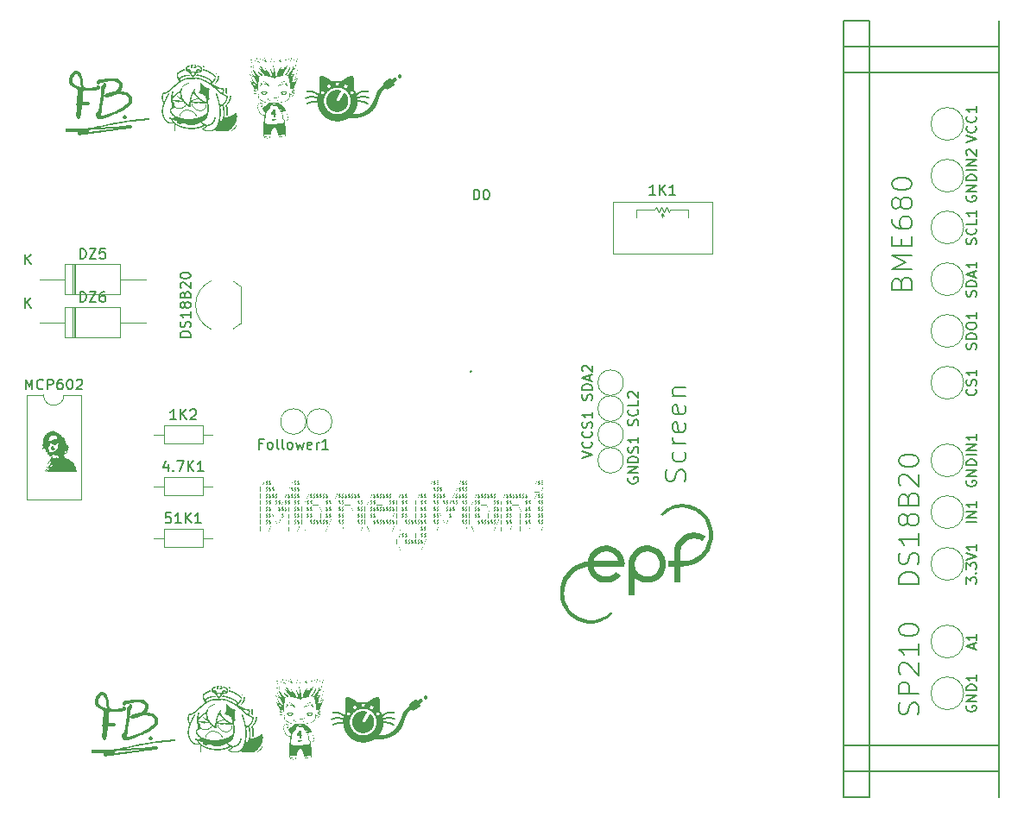
<source format=gbr>
%TF.GenerationSoftware,KiCad,Pcbnew,7.0.9*%
%TF.CreationDate,2023-12-21T11:10:09+01:00*%
%TF.ProjectId,OptiprodV2,4f707469-7072-46f6-9456-322e6b696361,rev?*%
%TF.SameCoordinates,Original*%
%TF.FileFunction,Legend,Top*%
%TF.FilePolarity,Positive*%
%FSLAX46Y46*%
G04 Gerber Fmt 4.6, Leading zero omitted, Abs format (unit mm)*
G04 Created by KiCad (PCBNEW 7.0.9) date 2023-12-21 11:10:09*
%MOMM*%
%LPD*%
G01*
G04 APERTURE LIST*
%ADD10C,0.150000*%
%ADD11C,0.120000*%
G04 APERTURE END LIST*
D10*
X210820000Y-43180000D02*
X210820000Y-119380000D01*
X198120000Y-43180000D02*
X195580000Y-43180000D01*
X195580000Y-45720000D02*
X210820000Y-45720000D01*
X210820000Y-48260000D01*
X195580000Y-48260000D01*
X195580000Y-45720000D01*
X195580000Y-114300000D02*
X210820000Y-114300000D01*
X210820000Y-116840000D01*
X195580000Y-116840000D01*
X195580000Y-114300000D01*
X195580000Y-43180000D02*
X195580000Y-119380000D01*
X198120000Y-119380000D02*
X198120000Y-43180000D01*
X198120000Y-119380000D02*
X198120000Y-43180000D01*
X195580000Y-43180000D02*
X195580000Y-119380000D01*
X195580000Y-119380000D02*
X198120000Y-119380000D01*
X179992200Y-88420363D02*
X180087438Y-88134649D01*
X180087438Y-88134649D02*
X180087438Y-87658458D01*
X180087438Y-87658458D02*
X179992200Y-87467982D01*
X179992200Y-87467982D02*
X179896961Y-87372744D01*
X179896961Y-87372744D02*
X179706485Y-87277506D01*
X179706485Y-87277506D02*
X179516009Y-87277506D01*
X179516009Y-87277506D02*
X179325533Y-87372744D01*
X179325533Y-87372744D02*
X179230295Y-87467982D01*
X179230295Y-87467982D02*
X179135057Y-87658458D01*
X179135057Y-87658458D02*
X179039819Y-88039411D01*
X179039819Y-88039411D02*
X178944580Y-88229887D01*
X178944580Y-88229887D02*
X178849342Y-88325125D01*
X178849342Y-88325125D02*
X178658866Y-88420363D01*
X178658866Y-88420363D02*
X178468390Y-88420363D01*
X178468390Y-88420363D02*
X178277914Y-88325125D01*
X178277914Y-88325125D02*
X178182676Y-88229887D01*
X178182676Y-88229887D02*
X178087438Y-88039411D01*
X178087438Y-88039411D02*
X178087438Y-87563220D01*
X178087438Y-87563220D02*
X178182676Y-87277506D01*
X179992200Y-85563220D02*
X180087438Y-85753696D01*
X180087438Y-85753696D02*
X180087438Y-86134649D01*
X180087438Y-86134649D02*
X179992200Y-86325125D01*
X179992200Y-86325125D02*
X179896961Y-86420363D01*
X179896961Y-86420363D02*
X179706485Y-86515601D01*
X179706485Y-86515601D02*
X179135057Y-86515601D01*
X179135057Y-86515601D02*
X178944580Y-86420363D01*
X178944580Y-86420363D02*
X178849342Y-86325125D01*
X178849342Y-86325125D02*
X178754104Y-86134649D01*
X178754104Y-86134649D02*
X178754104Y-85753696D01*
X178754104Y-85753696D02*
X178849342Y-85563220D01*
X180087438Y-84706077D02*
X178754104Y-84706077D01*
X179135057Y-84706077D02*
X178944580Y-84610839D01*
X178944580Y-84610839D02*
X178849342Y-84515601D01*
X178849342Y-84515601D02*
X178754104Y-84325125D01*
X178754104Y-84325125D02*
X178754104Y-84134648D01*
X179992200Y-82706077D02*
X180087438Y-82896553D01*
X180087438Y-82896553D02*
X180087438Y-83277506D01*
X180087438Y-83277506D02*
X179992200Y-83467982D01*
X179992200Y-83467982D02*
X179801723Y-83563220D01*
X179801723Y-83563220D02*
X179039819Y-83563220D01*
X179039819Y-83563220D02*
X178849342Y-83467982D01*
X178849342Y-83467982D02*
X178754104Y-83277506D01*
X178754104Y-83277506D02*
X178754104Y-82896553D01*
X178754104Y-82896553D02*
X178849342Y-82706077D01*
X178849342Y-82706077D02*
X179039819Y-82610839D01*
X179039819Y-82610839D02*
X179230295Y-82610839D01*
X179230295Y-82610839D02*
X179420771Y-83563220D01*
X179992200Y-80991791D02*
X180087438Y-81182267D01*
X180087438Y-81182267D02*
X180087438Y-81563220D01*
X180087438Y-81563220D02*
X179992200Y-81753696D01*
X179992200Y-81753696D02*
X179801723Y-81848934D01*
X179801723Y-81848934D02*
X179039819Y-81848934D01*
X179039819Y-81848934D02*
X178849342Y-81753696D01*
X178849342Y-81753696D02*
X178754104Y-81563220D01*
X178754104Y-81563220D02*
X178754104Y-81182267D01*
X178754104Y-81182267D02*
X178849342Y-80991791D01*
X178849342Y-80991791D02*
X179039819Y-80896553D01*
X179039819Y-80896553D02*
X179230295Y-80896553D01*
X179230295Y-80896553D02*
X179420771Y-81848934D01*
X178754104Y-80039410D02*
X180087438Y-80039410D01*
X178944580Y-80039410D02*
X178849342Y-79944172D01*
X178849342Y-79944172D02*
X178754104Y-79753696D01*
X178754104Y-79753696D02*
X178754104Y-79467981D01*
X178754104Y-79467981D02*
X178849342Y-79277505D01*
X178849342Y-79277505D02*
X179039819Y-79182267D01*
X179039819Y-79182267D02*
X180087438Y-79182267D01*
X202852200Y-111280363D02*
X202947438Y-110994649D01*
X202947438Y-110994649D02*
X202947438Y-110518458D01*
X202947438Y-110518458D02*
X202852200Y-110327982D01*
X202852200Y-110327982D02*
X202756961Y-110232744D01*
X202756961Y-110232744D02*
X202566485Y-110137506D01*
X202566485Y-110137506D02*
X202376009Y-110137506D01*
X202376009Y-110137506D02*
X202185533Y-110232744D01*
X202185533Y-110232744D02*
X202090295Y-110327982D01*
X202090295Y-110327982D02*
X201995057Y-110518458D01*
X201995057Y-110518458D02*
X201899819Y-110899411D01*
X201899819Y-110899411D02*
X201804580Y-111089887D01*
X201804580Y-111089887D02*
X201709342Y-111185125D01*
X201709342Y-111185125D02*
X201518866Y-111280363D01*
X201518866Y-111280363D02*
X201328390Y-111280363D01*
X201328390Y-111280363D02*
X201137914Y-111185125D01*
X201137914Y-111185125D02*
X201042676Y-111089887D01*
X201042676Y-111089887D02*
X200947438Y-110899411D01*
X200947438Y-110899411D02*
X200947438Y-110423220D01*
X200947438Y-110423220D02*
X201042676Y-110137506D01*
X202947438Y-109280363D02*
X200947438Y-109280363D01*
X200947438Y-109280363D02*
X200947438Y-108518458D01*
X200947438Y-108518458D02*
X201042676Y-108327982D01*
X201042676Y-108327982D02*
X201137914Y-108232744D01*
X201137914Y-108232744D02*
X201328390Y-108137506D01*
X201328390Y-108137506D02*
X201614104Y-108137506D01*
X201614104Y-108137506D02*
X201804580Y-108232744D01*
X201804580Y-108232744D02*
X201899819Y-108327982D01*
X201899819Y-108327982D02*
X201995057Y-108518458D01*
X201995057Y-108518458D02*
X201995057Y-109280363D01*
X201137914Y-107375601D02*
X201042676Y-107280363D01*
X201042676Y-107280363D02*
X200947438Y-107089887D01*
X200947438Y-107089887D02*
X200947438Y-106613696D01*
X200947438Y-106613696D02*
X201042676Y-106423220D01*
X201042676Y-106423220D02*
X201137914Y-106327982D01*
X201137914Y-106327982D02*
X201328390Y-106232744D01*
X201328390Y-106232744D02*
X201518866Y-106232744D01*
X201518866Y-106232744D02*
X201804580Y-106327982D01*
X201804580Y-106327982D02*
X202947438Y-107470839D01*
X202947438Y-107470839D02*
X202947438Y-106232744D01*
X202947438Y-104327982D02*
X202947438Y-105470839D01*
X202947438Y-104899411D02*
X200947438Y-104899411D01*
X200947438Y-104899411D02*
X201233152Y-105089887D01*
X201233152Y-105089887D02*
X201423628Y-105280363D01*
X201423628Y-105280363D02*
X201518866Y-105470839D01*
X200947438Y-103089887D02*
X200947438Y-102899410D01*
X200947438Y-102899410D02*
X201042676Y-102708934D01*
X201042676Y-102708934D02*
X201137914Y-102613696D01*
X201137914Y-102613696D02*
X201328390Y-102518458D01*
X201328390Y-102518458D02*
X201709342Y-102423220D01*
X201709342Y-102423220D02*
X202185533Y-102423220D01*
X202185533Y-102423220D02*
X202566485Y-102518458D01*
X202566485Y-102518458D02*
X202756961Y-102613696D01*
X202756961Y-102613696D02*
X202852200Y-102708934D01*
X202852200Y-102708934D02*
X202947438Y-102899410D01*
X202947438Y-102899410D02*
X202947438Y-103089887D01*
X202947438Y-103089887D02*
X202852200Y-103280363D01*
X202852200Y-103280363D02*
X202756961Y-103375601D01*
X202756961Y-103375601D02*
X202566485Y-103470839D01*
X202566485Y-103470839D02*
X202185533Y-103566077D01*
X202185533Y-103566077D02*
X201709342Y-103566077D01*
X201709342Y-103566077D02*
X201328390Y-103470839D01*
X201328390Y-103470839D02*
X201137914Y-103375601D01*
X201137914Y-103375601D02*
X201042676Y-103280363D01*
X201042676Y-103280363D02*
X200947438Y-103089887D01*
X202947438Y-98485125D02*
X200947438Y-98485125D01*
X200947438Y-98485125D02*
X200947438Y-98008935D01*
X200947438Y-98008935D02*
X201042676Y-97723220D01*
X201042676Y-97723220D02*
X201233152Y-97532744D01*
X201233152Y-97532744D02*
X201423628Y-97437506D01*
X201423628Y-97437506D02*
X201804580Y-97342268D01*
X201804580Y-97342268D02*
X202090295Y-97342268D01*
X202090295Y-97342268D02*
X202471247Y-97437506D01*
X202471247Y-97437506D02*
X202661723Y-97532744D01*
X202661723Y-97532744D02*
X202852200Y-97723220D01*
X202852200Y-97723220D02*
X202947438Y-98008935D01*
X202947438Y-98008935D02*
X202947438Y-98485125D01*
X202852200Y-96580363D02*
X202947438Y-96294649D01*
X202947438Y-96294649D02*
X202947438Y-95818458D01*
X202947438Y-95818458D02*
X202852200Y-95627982D01*
X202852200Y-95627982D02*
X202756961Y-95532744D01*
X202756961Y-95532744D02*
X202566485Y-95437506D01*
X202566485Y-95437506D02*
X202376009Y-95437506D01*
X202376009Y-95437506D02*
X202185533Y-95532744D01*
X202185533Y-95532744D02*
X202090295Y-95627982D01*
X202090295Y-95627982D02*
X201995057Y-95818458D01*
X201995057Y-95818458D02*
X201899819Y-96199411D01*
X201899819Y-96199411D02*
X201804580Y-96389887D01*
X201804580Y-96389887D02*
X201709342Y-96485125D01*
X201709342Y-96485125D02*
X201518866Y-96580363D01*
X201518866Y-96580363D02*
X201328390Y-96580363D01*
X201328390Y-96580363D02*
X201137914Y-96485125D01*
X201137914Y-96485125D02*
X201042676Y-96389887D01*
X201042676Y-96389887D02*
X200947438Y-96199411D01*
X200947438Y-96199411D02*
X200947438Y-95723220D01*
X200947438Y-95723220D02*
X201042676Y-95437506D01*
X202947438Y-93532744D02*
X202947438Y-94675601D01*
X202947438Y-94104173D02*
X200947438Y-94104173D01*
X200947438Y-94104173D02*
X201233152Y-94294649D01*
X201233152Y-94294649D02*
X201423628Y-94485125D01*
X201423628Y-94485125D02*
X201518866Y-94675601D01*
X201804580Y-92389887D02*
X201709342Y-92580363D01*
X201709342Y-92580363D02*
X201614104Y-92675601D01*
X201614104Y-92675601D02*
X201423628Y-92770839D01*
X201423628Y-92770839D02*
X201328390Y-92770839D01*
X201328390Y-92770839D02*
X201137914Y-92675601D01*
X201137914Y-92675601D02*
X201042676Y-92580363D01*
X201042676Y-92580363D02*
X200947438Y-92389887D01*
X200947438Y-92389887D02*
X200947438Y-92008934D01*
X200947438Y-92008934D02*
X201042676Y-91818458D01*
X201042676Y-91818458D02*
X201137914Y-91723220D01*
X201137914Y-91723220D02*
X201328390Y-91627982D01*
X201328390Y-91627982D02*
X201423628Y-91627982D01*
X201423628Y-91627982D02*
X201614104Y-91723220D01*
X201614104Y-91723220D02*
X201709342Y-91818458D01*
X201709342Y-91818458D02*
X201804580Y-92008934D01*
X201804580Y-92008934D02*
X201804580Y-92389887D01*
X201804580Y-92389887D02*
X201899819Y-92580363D01*
X201899819Y-92580363D02*
X201995057Y-92675601D01*
X201995057Y-92675601D02*
X202185533Y-92770839D01*
X202185533Y-92770839D02*
X202566485Y-92770839D01*
X202566485Y-92770839D02*
X202756961Y-92675601D01*
X202756961Y-92675601D02*
X202852200Y-92580363D01*
X202852200Y-92580363D02*
X202947438Y-92389887D01*
X202947438Y-92389887D02*
X202947438Y-92008934D01*
X202947438Y-92008934D02*
X202852200Y-91818458D01*
X202852200Y-91818458D02*
X202756961Y-91723220D01*
X202756961Y-91723220D02*
X202566485Y-91627982D01*
X202566485Y-91627982D02*
X202185533Y-91627982D01*
X202185533Y-91627982D02*
X201995057Y-91723220D01*
X201995057Y-91723220D02*
X201899819Y-91818458D01*
X201899819Y-91818458D02*
X201804580Y-92008934D01*
X201899819Y-90104172D02*
X201995057Y-89818458D01*
X201995057Y-89818458D02*
X202090295Y-89723220D01*
X202090295Y-89723220D02*
X202280771Y-89627982D01*
X202280771Y-89627982D02*
X202566485Y-89627982D01*
X202566485Y-89627982D02*
X202756961Y-89723220D01*
X202756961Y-89723220D02*
X202852200Y-89818458D01*
X202852200Y-89818458D02*
X202947438Y-90008934D01*
X202947438Y-90008934D02*
X202947438Y-90770839D01*
X202947438Y-90770839D02*
X200947438Y-90770839D01*
X200947438Y-90770839D02*
X200947438Y-90104172D01*
X200947438Y-90104172D02*
X201042676Y-89913696D01*
X201042676Y-89913696D02*
X201137914Y-89818458D01*
X201137914Y-89818458D02*
X201328390Y-89723220D01*
X201328390Y-89723220D02*
X201518866Y-89723220D01*
X201518866Y-89723220D02*
X201709342Y-89818458D01*
X201709342Y-89818458D02*
X201804580Y-89913696D01*
X201804580Y-89913696D02*
X201899819Y-90104172D01*
X201899819Y-90104172D02*
X201899819Y-90770839D01*
X201137914Y-88866077D02*
X201042676Y-88770839D01*
X201042676Y-88770839D02*
X200947438Y-88580363D01*
X200947438Y-88580363D02*
X200947438Y-88104172D01*
X200947438Y-88104172D02*
X201042676Y-87913696D01*
X201042676Y-87913696D02*
X201137914Y-87818458D01*
X201137914Y-87818458D02*
X201328390Y-87723220D01*
X201328390Y-87723220D02*
X201518866Y-87723220D01*
X201518866Y-87723220D02*
X201804580Y-87818458D01*
X201804580Y-87818458D02*
X202947438Y-88961315D01*
X202947438Y-88961315D02*
X202947438Y-87723220D01*
X200947438Y-86485125D02*
X200947438Y-86294648D01*
X200947438Y-86294648D02*
X201042676Y-86104172D01*
X201042676Y-86104172D02*
X201137914Y-86008934D01*
X201137914Y-86008934D02*
X201328390Y-85913696D01*
X201328390Y-85913696D02*
X201709342Y-85818458D01*
X201709342Y-85818458D02*
X202185533Y-85818458D01*
X202185533Y-85818458D02*
X202566485Y-85913696D01*
X202566485Y-85913696D02*
X202756961Y-86008934D01*
X202756961Y-86008934D02*
X202852200Y-86104172D01*
X202852200Y-86104172D02*
X202947438Y-86294648D01*
X202947438Y-86294648D02*
X202947438Y-86485125D01*
X202947438Y-86485125D02*
X202852200Y-86675601D01*
X202852200Y-86675601D02*
X202756961Y-86770839D01*
X202756961Y-86770839D02*
X202566485Y-86866077D01*
X202566485Y-86866077D02*
X202185533Y-86961315D01*
X202185533Y-86961315D02*
X201709342Y-86961315D01*
X201709342Y-86961315D02*
X201328390Y-86866077D01*
X201328390Y-86866077D02*
X201137914Y-86770839D01*
X201137914Y-86770839D02*
X201042676Y-86675601D01*
X201042676Y-86675601D02*
X200947438Y-86485125D01*
X201219819Y-68939239D02*
X201315057Y-68653525D01*
X201315057Y-68653525D02*
X201410295Y-68558287D01*
X201410295Y-68558287D02*
X201600771Y-68463049D01*
X201600771Y-68463049D02*
X201886485Y-68463049D01*
X201886485Y-68463049D02*
X202076961Y-68558287D01*
X202076961Y-68558287D02*
X202172200Y-68653525D01*
X202172200Y-68653525D02*
X202267438Y-68844001D01*
X202267438Y-68844001D02*
X202267438Y-69605906D01*
X202267438Y-69605906D02*
X200267438Y-69605906D01*
X200267438Y-69605906D02*
X200267438Y-68939239D01*
X200267438Y-68939239D02*
X200362676Y-68748763D01*
X200362676Y-68748763D02*
X200457914Y-68653525D01*
X200457914Y-68653525D02*
X200648390Y-68558287D01*
X200648390Y-68558287D02*
X200838866Y-68558287D01*
X200838866Y-68558287D02*
X201029342Y-68653525D01*
X201029342Y-68653525D02*
X201124580Y-68748763D01*
X201124580Y-68748763D02*
X201219819Y-68939239D01*
X201219819Y-68939239D02*
X201219819Y-69605906D01*
X202267438Y-67605906D02*
X200267438Y-67605906D01*
X200267438Y-67605906D02*
X201696009Y-66939239D01*
X201696009Y-66939239D02*
X200267438Y-66272573D01*
X200267438Y-66272573D02*
X202267438Y-66272573D01*
X201219819Y-65320192D02*
X201219819Y-64653525D01*
X202267438Y-64367811D02*
X202267438Y-65320192D01*
X202267438Y-65320192D02*
X200267438Y-65320192D01*
X200267438Y-65320192D02*
X200267438Y-64367811D01*
X200267438Y-62653525D02*
X200267438Y-63034478D01*
X200267438Y-63034478D02*
X200362676Y-63224954D01*
X200362676Y-63224954D02*
X200457914Y-63320192D01*
X200457914Y-63320192D02*
X200743628Y-63510668D01*
X200743628Y-63510668D02*
X201124580Y-63605906D01*
X201124580Y-63605906D02*
X201886485Y-63605906D01*
X201886485Y-63605906D02*
X202076961Y-63510668D01*
X202076961Y-63510668D02*
X202172200Y-63415430D01*
X202172200Y-63415430D02*
X202267438Y-63224954D01*
X202267438Y-63224954D02*
X202267438Y-62844001D01*
X202267438Y-62844001D02*
X202172200Y-62653525D01*
X202172200Y-62653525D02*
X202076961Y-62558287D01*
X202076961Y-62558287D02*
X201886485Y-62463049D01*
X201886485Y-62463049D02*
X201410295Y-62463049D01*
X201410295Y-62463049D02*
X201219819Y-62558287D01*
X201219819Y-62558287D02*
X201124580Y-62653525D01*
X201124580Y-62653525D02*
X201029342Y-62844001D01*
X201029342Y-62844001D02*
X201029342Y-63224954D01*
X201029342Y-63224954D02*
X201124580Y-63415430D01*
X201124580Y-63415430D02*
X201219819Y-63510668D01*
X201219819Y-63510668D02*
X201410295Y-63605906D01*
X201124580Y-61320192D02*
X201029342Y-61510668D01*
X201029342Y-61510668D02*
X200934104Y-61605906D01*
X200934104Y-61605906D02*
X200743628Y-61701144D01*
X200743628Y-61701144D02*
X200648390Y-61701144D01*
X200648390Y-61701144D02*
X200457914Y-61605906D01*
X200457914Y-61605906D02*
X200362676Y-61510668D01*
X200362676Y-61510668D02*
X200267438Y-61320192D01*
X200267438Y-61320192D02*
X200267438Y-60939239D01*
X200267438Y-60939239D02*
X200362676Y-60748763D01*
X200362676Y-60748763D02*
X200457914Y-60653525D01*
X200457914Y-60653525D02*
X200648390Y-60558287D01*
X200648390Y-60558287D02*
X200743628Y-60558287D01*
X200743628Y-60558287D02*
X200934104Y-60653525D01*
X200934104Y-60653525D02*
X201029342Y-60748763D01*
X201029342Y-60748763D02*
X201124580Y-60939239D01*
X201124580Y-60939239D02*
X201124580Y-61320192D01*
X201124580Y-61320192D02*
X201219819Y-61510668D01*
X201219819Y-61510668D02*
X201315057Y-61605906D01*
X201315057Y-61605906D02*
X201505533Y-61701144D01*
X201505533Y-61701144D02*
X201886485Y-61701144D01*
X201886485Y-61701144D02*
X202076961Y-61605906D01*
X202076961Y-61605906D02*
X202172200Y-61510668D01*
X202172200Y-61510668D02*
X202267438Y-61320192D01*
X202267438Y-61320192D02*
X202267438Y-60939239D01*
X202267438Y-60939239D02*
X202172200Y-60748763D01*
X202172200Y-60748763D02*
X202076961Y-60653525D01*
X202076961Y-60653525D02*
X201886485Y-60558287D01*
X201886485Y-60558287D02*
X201505533Y-60558287D01*
X201505533Y-60558287D02*
X201315057Y-60653525D01*
X201315057Y-60653525D02*
X201219819Y-60748763D01*
X201219819Y-60748763D02*
X201124580Y-60939239D01*
X200267438Y-59320192D02*
X200267438Y-59129715D01*
X200267438Y-59129715D02*
X200362676Y-58939239D01*
X200362676Y-58939239D02*
X200457914Y-58844001D01*
X200457914Y-58844001D02*
X200648390Y-58748763D01*
X200648390Y-58748763D02*
X201029342Y-58653525D01*
X201029342Y-58653525D02*
X201505533Y-58653525D01*
X201505533Y-58653525D02*
X201886485Y-58748763D01*
X201886485Y-58748763D02*
X202076961Y-58844001D01*
X202076961Y-58844001D02*
X202172200Y-58939239D01*
X202172200Y-58939239D02*
X202267438Y-59129715D01*
X202267438Y-59129715D02*
X202267438Y-59320192D01*
X202267438Y-59320192D02*
X202172200Y-59510668D01*
X202172200Y-59510668D02*
X202076961Y-59605906D01*
X202076961Y-59605906D02*
X201886485Y-59701144D01*
X201886485Y-59701144D02*
X201505533Y-59796382D01*
X201505533Y-59796382D02*
X201029342Y-59796382D01*
X201029342Y-59796382D02*
X200648390Y-59701144D01*
X200648390Y-59701144D02*
X200457914Y-59605906D01*
X200457914Y-59605906D02*
X200362676Y-59510668D01*
X200362676Y-59510668D02*
X200267438Y-59320192D01*
X170877200Y-80430475D02*
X170924819Y-80287618D01*
X170924819Y-80287618D02*
X170924819Y-80049523D01*
X170924819Y-80049523D02*
X170877200Y-79954285D01*
X170877200Y-79954285D02*
X170829580Y-79906666D01*
X170829580Y-79906666D02*
X170734342Y-79859047D01*
X170734342Y-79859047D02*
X170639104Y-79859047D01*
X170639104Y-79859047D02*
X170543866Y-79906666D01*
X170543866Y-79906666D02*
X170496247Y-79954285D01*
X170496247Y-79954285D02*
X170448628Y-80049523D01*
X170448628Y-80049523D02*
X170401009Y-80239999D01*
X170401009Y-80239999D02*
X170353390Y-80335237D01*
X170353390Y-80335237D02*
X170305771Y-80382856D01*
X170305771Y-80382856D02*
X170210533Y-80430475D01*
X170210533Y-80430475D02*
X170115295Y-80430475D01*
X170115295Y-80430475D02*
X170020057Y-80382856D01*
X170020057Y-80382856D02*
X169972438Y-80335237D01*
X169972438Y-80335237D02*
X169924819Y-80239999D01*
X169924819Y-80239999D02*
X169924819Y-80001904D01*
X169924819Y-80001904D02*
X169972438Y-79859047D01*
X170924819Y-79430475D02*
X169924819Y-79430475D01*
X169924819Y-79430475D02*
X169924819Y-79192380D01*
X169924819Y-79192380D02*
X169972438Y-79049523D01*
X169972438Y-79049523D02*
X170067676Y-78954285D01*
X170067676Y-78954285D02*
X170162914Y-78906666D01*
X170162914Y-78906666D02*
X170353390Y-78859047D01*
X170353390Y-78859047D02*
X170496247Y-78859047D01*
X170496247Y-78859047D02*
X170686723Y-78906666D01*
X170686723Y-78906666D02*
X170781961Y-78954285D01*
X170781961Y-78954285D02*
X170877200Y-79049523D01*
X170877200Y-79049523D02*
X170924819Y-79192380D01*
X170924819Y-79192380D02*
X170924819Y-79430475D01*
X170639104Y-78478094D02*
X170639104Y-78001904D01*
X170924819Y-78573332D02*
X169924819Y-78239999D01*
X169924819Y-78239999D02*
X170924819Y-77906666D01*
X170020057Y-77620951D02*
X169972438Y-77573332D01*
X169972438Y-77573332D02*
X169924819Y-77478094D01*
X169924819Y-77478094D02*
X169924819Y-77239999D01*
X169924819Y-77239999D02*
X169972438Y-77144761D01*
X169972438Y-77144761D02*
X170020057Y-77097142D01*
X170020057Y-77097142D02*
X170115295Y-77049523D01*
X170115295Y-77049523D02*
X170210533Y-77049523D01*
X170210533Y-77049523D02*
X170353390Y-77097142D01*
X170353390Y-77097142D02*
X170924819Y-77668570D01*
X170924819Y-77668570D02*
X170924819Y-77049523D01*
X208547200Y-65166666D02*
X208594819Y-65023809D01*
X208594819Y-65023809D02*
X208594819Y-64785714D01*
X208594819Y-64785714D02*
X208547200Y-64690476D01*
X208547200Y-64690476D02*
X208499580Y-64642857D01*
X208499580Y-64642857D02*
X208404342Y-64595238D01*
X208404342Y-64595238D02*
X208309104Y-64595238D01*
X208309104Y-64595238D02*
X208213866Y-64642857D01*
X208213866Y-64642857D02*
X208166247Y-64690476D01*
X208166247Y-64690476D02*
X208118628Y-64785714D01*
X208118628Y-64785714D02*
X208071009Y-64976190D01*
X208071009Y-64976190D02*
X208023390Y-65071428D01*
X208023390Y-65071428D02*
X207975771Y-65119047D01*
X207975771Y-65119047D02*
X207880533Y-65166666D01*
X207880533Y-65166666D02*
X207785295Y-65166666D01*
X207785295Y-65166666D02*
X207690057Y-65119047D01*
X207690057Y-65119047D02*
X207642438Y-65071428D01*
X207642438Y-65071428D02*
X207594819Y-64976190D01*
X207594819Y-64976190D02*
X207594819Y-64738095D01*
X207594819Y-64738095D02*
X207642438Y-64595238D01*
X208499580Y-63595238D02*
X208547200Y-63642857D01*
X208547200Y-63642857D02*
X208594819Y-63785714D01*
X208594819Y-63785714D02*
X208594819Y-63880952D01*
X208594819Y-63880952D02*
X208547200Y-64023809D01*
X208547200Y-64023809D02*
X208451961Y-64119047D01*
X208451961Y-64119047D02*
X208356723Y-64166666D01*
X208356723Y-64166666D02*
X208166247Y-64214285D01*
X208166247Y-64214285D02*
X208023390Y-64214285D01*
X208023390Y-64214285D02*
X207832914Y-64166666D01*
X207832914Y-64166666D02*
X207737676Y-64119047D01*
X207737676Y-64119047D02*
X207642438Y-64023809D01*
X207642438Y-64023809D02*
X207594819Y-63880952D01*
X207594819Y-63880952D02*
X207594819Y-63785714D01*
X207594819Y-63785714D02*
X207642438Y-63642857D01*
X207642438Y-63642857D02*
X207690057Y-63595238D01*
X208594819Y-62690476D02*
X208594819Y-63166666D01*
X208594819Y-63166666D02*
X207594819Y-63166666D01*
X208594819Y-61833333D02*
X208594819Y-62404761D01*
X208594819Y-62119047D02*
X207594819Y-62119047D01*
X207594819Y-62119047D02*
X207737676Y-62214285D01*
X207737676Y-62214285D02*
X207832914Y-62309523D01*
X207832914Y-62309523D02*
X207880533Y-62404761D01*
X208547200Y-70270475D02*
X208594819Y-70127618D01*
X208594819Y-70127618D02*
X208594819Y-69889523D01*
X208594819Y-69889523D02*
X208547200Y-69794285D01*
X208547200Y-69794285D02*
X208499580Y-69746666D01*
X208499580Y-69746666D02*
X208404342Y-69699047D01*
X208404342Y-69699047D02*
X208309104Y-69699047D01*
X208309104Y-69699047D02*
X208213866Y-69746666D01*
X208213866Y-69746666D02*
X208166247Y-69794285D01*
X208166247Y-69794285D02*
X208118628Y-69889523D01*
X208118628Y-69889523D02*
X208071009Y-70079999D01*
X208071009Y-70079999D02*
X208023390Y-70175237D01*
X208023390Y-70175237D02*
X207975771Y-70222856D01*
X207975771Y-70222856D02*
X207880533Y-70270475D01*
X207880533Y-70270475D02*
X207785295Y-70270475D01*
X207785295Y-70270475D02*
X207690057Y-70222856D01*
X207690057Y-70222856D02*
X207642438Y-70175237D01*
X207642438Y-70175237D02*
X207594819Y-70079999D01*
X207594819Y-70079999D02*
X207594819Y-69841904D01*
X207594819Y-69841904D02*
X207642438Y-69699047D01*
X208594819Y-69270475D02*
X207594819Y-69270475D01*
X207594819Y-69270475D02*
X207594819Y-69032380D01*
X207594819Y-69032380D02*
X207642438Y-68889523D01*
X207642438Y-68889523D02*
X207737676Y-68794285D01*
X207737676Y-68794285D02*
X207832914Y-68746666D01*
X207832914Y-68746666D02*
X208023390Y-68699047D01*
X208023390Y-68699047D02*
X208166247Y-68699047D01*
X208166247Y-68699047D02*
X208356723Y-68746666D01*
X208356723Y-68746666D02*
X208451961Y-68794285D01*
X208451961Y-68794285D02*
X208547200Y-68889523D01*
X208547200Y-68889523D02*
X208594819Y-69032380D01*
X208594819Y-69032380D02*
X208594819Y-69270475D01*
X208309104Y-68318094D02*
X208309104Y-67841904D01*
X208594819Y-68413332D02*
X207594819Y-68079999D01*
X207594819Y-68079999D02*
X208594819Y-67746666D01*
X208594819Y-66889523D02*
X208594819Y-67460951D01*
X208594819Y-67175237D02*
X207594819Y-67175237D01*
X207594819Y-67175237D02*
X207737676Y-67270475D01*
X207737676Y-67270475D02*
X207832914Y-67365713D01*
X207832914Y-67365713D02*
X207880533Y-67460951D01*
X208547200Y-75445713D02*
X208594819Y-75302856D01*
X208594819Y-75302856D02*
X208594819Y-75064761D01*
X208594819Y-75064761D02*
X208547200Y-74969523D01*
X208547200Y-74969523D02*
X208499580Y-74921904D01*
X208499580Y-74921904D02*
X208404342Y-74874285D01*
X208404342Y-74874285D02*
X208309104Y-74874285D01*
X208309104Y-74874285D02*
X208213866Y-74921904D01*
X208213866Y-74921904D02*
X208166247Y-74969523D01*
X208166247Y-74969523D02*
X208118628Y-75064761D01*
X208118628Y-75064761D02*
X208071009Y-75255237D01*
X208071009Y-75255237D02*
X208023390Y-75350475D01*
X208023390Y-75350475D02*
X207975771Y-75398094D01*
X207975771Y-75398094D02*
X207880533Y-75445713D01*
X207880533Y-75445713D02*
X207785295Y-75445713D01*
X207785295Y-75445713D02*
X207690057Y-75398094D01*
X207690057Y-75398094D02*
X207642438Y-75350475D01*
X207642438Y-75350475D02*
X207594819Y-75255237D01*
X207594819Y-75255237D02*
X207594819Y-75017142D01*
X207594819Y-75017142D02*
X207642438Y-74874285D01*
X208594819Y-74445713D02*
X207594819Y-74445713D01*
X207594819Y-74445713D02*
X207594819Y-74207618D01*
X207594819Y-74207618D02*
X207642438Y-74064761D01*
X207642438Y-74064761D02*
X207737676Y-73969523D01*
X207737676Y-73969523D02*
X207832914Y-73921904D01*
X207832914Y-73921904D02*
X208023390Y-73874285D01*
X208023390Y-73874285D02*
X208166247Y-73874285D01*
X208166247Y-73874285D02*
X208356723Y-73921904D01*
X208356723Y-73921904D02*
X208451961Y-73969523D01*
X208451961Y-73969523D02*
X208547200Y-74064761D01*
X208547200Y-74064761D02*
X208594819Y-74207618D01*
X208594819Y-74207618D02*
X208594819Y-74445713D01*
X207594819Y-73255237D02*
X207594819Y-73064761D01*
X207594819Y-73064761D02*
X207642438Y-72969523D01*
X207642438Y-72969523D02*
X207737676Y-72874285D01*
X207737676Y-72874285D02*
X207928152Y-72826666D01*
X207928152Y-72826666D02*
X208261485Y-72826666D01*
X208261485Y-72826666D02*
X208451961Y-72874285D01*
X208451961Y-72874285D02*
X208547200Y-72969523D01*
X208547200Y-72969523D02*
X208594819Y-73064761D01*
X208594819Y-73064761D02*
X208594819Y-73255237D01*
X208594819Y-73255237D02*
X208547200Y-73350475D01*
X208547200Y-73350475D02*
X208451961Y-73445713D01*
X208451961Y-73445713D02*
X208261485Y-73493332D01*
X208261485Y-73493332D02*
X207928152Y-73493332D01*
X207928152Y-73493332D02*
X207737676Y-73445713D01*
X207737676Y-73445713D02*
X207642438Y-73350475D01*
X207642438Y-73350475D02*
X207594819Y-73255237D01*
X208594819Y-71874285D02*
X208594819Y-72445713D01*
X208594819Y-72159999D02*
X207594819Y-72159999D01*
X207594819Y-72159999D02*
X207737676Y-72255237D01*
X207737676Y-72255237D02*
X207832914Y-72350475D01*
X207832914Y-72350475D02*
X207880533Y-72445713D01*
X120705714Y-70814819D02*
X120705714Y-69814819D01*
X120705714Y-69814819D02*
X120943809Y-69814819D01*
X120943809Y-69814819D02*
X121086666Y-69862438D01*
X121086666Y-69862438D02*
X121181904Y-69957676D01*
X121181904Y-69957676D02*
X121229523Y-70052914D01*
X121229523Y-70052914D02*
X121277142Y-70243390D01*
X121277142Y-70243390D02*
X121277142Y-70386247D01*
X121277142Y-70386247D02*
X121229523Y-70576723D01*
X121229523Y-70576723D02*
X121181904Y-70671961D01*
X121181904Y-70671961D02*
X121086666Y-70767200D01*
X121086666Y-70767200D02*
X120943809Y-70814819D01*
X120943809Y-70814819D02*
X120705714Y-70814819D01*
X121610476Y-69814819D02*
X122277142Y-69814819D01*
X122277142Y-69814819D02*
X121610476Y-70814819D01*
X121610476Y-70814819D02*
X122277142Y-70814819D01*
X123086666Y-69814819D02*
X122896190Y-69814819D01*
X122896190Y-69814819D02*
X122800952Y-69862438D01*
X122800952Y-69862438D02*
X122753333Y-69910057D01*
X122753333Y-69910057D02*
X122658095Y-70052914D01*
X122658095Y-70052914D02*
X122610476Y-70243390D01*
X122610476Y-70243390D02*
X122610476Y-70624342D01*
X122610476Y-70624342D02*
X122658095Y-70719580D01*
X122658095Y-70719580D02*
X122705714Y-70767200D01*
X122705714Y-70767200D02*
X122800952Y-70814819D01*
X122800952Y-70814819D02*
X122991428Y-70814819D01*
X122991428Y-70814819D02*
X123086666Y-70767200D01*
X123086666Y-70767200D02*
X123134285Y-70719580D01*
X123134285Y-70719580D02*
X123181904Y-70624342D01*
X123181904Y-70624342D02*
X123181904Y-70386247D01*
X123181904Y-70386247D02*
X123134285Y-70291009D01*
X123134285Y-70291009D02*
X123086666Y-70243390D01*
X123086666Y-70243390D02*
X122991428Y-70195771D01*
X122991428Y-70195771D02*
X122800952Y-70195771D01*
X122800952Y-70195771D02*
X122705714Y-70243390D01*
X122705714Y-70243390D02*
X122658095Y-70291009D01*
X122658095Y-70291009D02*
X122610476Y-70386247D01*
X115308095Y-71384819D02*
X115308095Y-70384819D01*
X115879523Y-71384819D02*
X115450952Y-70813390D01*
X115879523Y-70384819D02*
X115308095Y-70956247D01*
X159281905Y-60779819D02*
X159281905Y-59779819D01*
X159281905Y-59779819D02*
X159520000Y-59779819D01*
X159520000Y-59779819D02*
X159662857Y-59827438D01*
X159662857Y-59827438D02*
X159758095Y-59922676D01*
X159758095Y-59922676D02*
X159805714Y-60017914D01*
X159805714Y-60017914D02*
X159853333Y-60208390D01*
X159853333Y-60208390D02*
X159853333Y-60351247D01*
X159853333Y-60351247D02*
X159805714Y-60541723D01*
X159805714Y-60541723D02*
X159758095Y-60636961D01*
X159758095Y-60636961D02*
X159662857Y-60732200D01*
X159662857Y-60732200D02*
X159520000Y-60779819D01*
X159520000Y-60779819D02*
X159281905Y-60779819D01*
X160472381Y-59779819D02*
X160567619Y-59779819D01*
X160567619Y-59779819D02*
X160662857Y-59827438D01*
X160662857Y-59827438D02*
X160710476Y-59875057D01*
X160710476Y-59875057D02*
X160758095Y-59970295D01*
X160758095Y-59970295D02*
X160805714Y-60160771D01*
X160805714Y-60160771D02*
X160805714Y-60398866D01*
X160805714Y-60398866D02*
X160758095Y-60589342D01*
X160758095Y-60589342D02*
X160710476Y-60684580D01*
X160710476Y-60684580D02*
X160662857Y-60732200D01*
X160662857Y-60732200D02*
X160567619Y-60779819D01*
X160567619Y-60779819D02*
X160472381Y-60779819D01*
X160472381Y-60779819D02*
X160377143Y-60732200D01*
X160377143Y-60732200D02*
X160329524Y-60684580D01*
X160329524Y-60684580D02*
X160281905Y-60589342D01*
X160281905Y-60589342D02*
X160234286Y-60398866D01*
X160234286Y-60398866D02*
X160234286Y-60160771D01*
X160234286Y-60160771D02*
X160281905Y-59970295D01*
X160281905Y-59970295D02*
X160329524Y-59875057D01*
X160329524Y-59875057D02*
X160377143Y-59827438D01*
X160377143Y-59827438D02*
X160472381Y-59779819D01*
X159004000Y-77575580D02*
X159051619Y-77623200D01*
X159051619Y-77623200D02*
X159004000Y-77670819D01*
X159004000Y-77670819D02*
X158956381Y-77623200D01*
X158956381Y-77623200D02*
X159004000Y-77575580D01*
X159004000Y-77575580D02*
X159004000Y-77670819D01*
X174472438Y-88074285D02*
X174424819Y-88169523D01*
X174424819Y-88169523D02*
X174424819Y-88312380D01*
X174424819Y-88312380D02*
X174472438Y-88455237D01*
X174472438Y-88455237D02*
X174567676Y-88550475D01*
X174567676Y-88550475D02*
X174662914Y-88598094D01*
X174662914Y-88598094D02*
X174853390Y-88645713D01*
X174853390Y-88645713D02*
X174996247Y-88645713D01*
X174996247Y-88645713D02*
X175186723Y-88598094D01*
X175186723Y-88598094D02*
X175281961Y-88550475D01*
X175281961Y-88550475D02*
X175377200Y-88455237D01*
X175377200Y-88455237D02*
X175424819Y-88312380D01*
X175424819Y-88312380D02*
X175424819Y-88217142D01*
X175424819Y-88217142D02*
X175377200Y-88074285D01*
X175377200Y-88074285D02*
X175329580Y-88026666D01*
X175329580Y-88026666D02*
X174996247Y-88026666D01*
X174996247Y-88026666D02*
X174996247Y-88217142D01*
X175424819Y-87598094D02*
X174424819Y-87598094D01*
X174424819Y-87598094D02*
X175424819Y-87026666D01*
X175424819Y-87026666D02*
X174424819Y-87026666D01*
X175424819Y-86550475D02*
X174424819Y-86550475D01*
X174424819Y-86550475D02*
X174424819Y-86312380D01*
X174424819Y-86312380D02*
X174472438Y-86169523D01*
X174472438Y-86169523D02*
X174567676Y-86074285D01*
X174567676Y-86074285D02*
X174662914Y-86026666D01*
X174662914Y-86026666D02*
X174853390Y-85979047D01*
X174853390Y-85979047D02*
X174996247Y-85979047D01*
X174996247Y-85979047D02*
X175186723Y-86026666D01*
X175186723Y-86026666D02*
X175281961Y-86074285D01*
X175281961Y-86074285D02*
X175377200Y-86169523D01*
X175377200Y-86169523D02*
X175424819Y-86312380D01*
X175424819Y-86312380D02*
X175424819Y-86550475D01*
X175377200Y-85598094D02*
X175424819Y-85455237D01*
X175424819Y-85455237D02*
X175424819Y-85217142D01*
X175424819Y-85217142D02*
X175377200Y-85121904D01*
X175377200Y-85121904D02*
X175329580Y-85074285D01*
X175329580Y-85074285D02*
X175234342Y-85026666D01*
X175234342Y-85026666D02*
X175139104Y-85026666D01*
X175139104Y-85026666D02*
X175043866Y-85074285D01*
X175043866Y-85074285D02*
X174996247Y-85121904D01*
X174996247Y-85121904D02*
X174948628Y-85217142D01*
X174948628Y-85217142D02*
X174901009Y-85407618D01*
X174901009Y-85407618D02*
X174853390Y-85502856D01*
X174853390Y-85502856D02*
X174805771Y-85550475D01*
X174805771Y-85550475D02*
X174710533Y-85598094D01*
X174710533Y-85598094D02*
X174615295Y-85598094D01*
X174615295Y-85598094D02*
X174520057Y-85550475D01*
X174520057Y-85550475D02*
X174472438Y-85502856D01*
X174472438Y-85502856D02*
X174424819Y-85407618D01*
X174424819Y-85407618D02*
X174424819Y-85169523D01*
X174424819Y-85169523D02*
X174472438Y-85026666D01*
X175424819Y-84074285D02*
X175424819Y-84645713D01*
X175424819Y-84359999D02*
X174424819Y-84359999D01*
X174424819Y-84359999D02*
X174567676Y-84455237D01*
X174567676Y-84455237D02*
X174662914Y-84550475D01*
X174662914Y-84550475D02*
X174710533Y-84645713D01*
X207642438Y-60419999D02*
X207594819Y-60515237D01*
X207594819Y-60515237D02*
X207594819Y-60658094D01*
X207594819Y-60658094D02*
X207642438Y-60800951D01*
X207642438Y-60800951D02*
X207737676Y-60896189D01*
X207737676Y-60896189D02*
X207832914Y-60943808D01*
X207832914Y-60943808D02*
X208023390Y-60991427D01*
X208023390Y-60991427D02*
X208166247Y-60991427D01*
X208166247Y-60991427D02*
X208356723Y-60943808D01*
X208356723Y-60943808D02*
X208451961Y-60896189D01*
X208451961Y-60896189D02*
X208547200Y-60800951D01*
X208547200Y-60800951D02*
X208594819Y-60658094D01*
X208594819Y-60658094D02*
X208594819Y-60562856D01*
X208594819Y-60562856D02*
X208547200Y-60419999D01*
X208547200Y-60419999D02*
X208499580Y-60372380D01*
X208499580Y-60372380D02*
X208166247Y-60372380D01*
X208166247Y-60372380D02*
X208166247Y-60562856D01*
X208594819Y-59943808D02*
X207594819Y-59943808D01*
X207594819Y-59943808D02*
X208594819Y-59372380D01*
X208594819Y-59372380D02*
X207594819Y-59372380D01*
X208594819Y-58896189D02*
X207594819Y-58896189D01*
X207594819Y-58896189D02*
X207594819Y-58658094D01*
X207594819Y-58658094D02*
X207642438Y-58515237D01*
X207642438Y-58515237D02*
X207737676Y-58419999D01*
X207737676Y-58419999D02*
X207832914Y-58372380D01*
X207832914Y-58372380D02*
X208023390Y-58324761D01*
X208023390Y-58324761D02*
X208166247Y-58324761D01*
X208166247Y-58324761D02*
X208356723Y-58372380D01*
X208356723Y-58372380D02*
X208451961Y-58419999D01*
X208451961Y-58419999D02*
X208547200Y-58515237D01*
X208547200Y-58515237D02*
X208594819Y-58658094D01*
X208594819Y-58658094D02*
X208594819Y-58896189D01*
X208594819Y-57896189D02*
X207594819Y-57896189D01*
X208594819Y-57419999D02*
X207594819Y-57419999D01*
X207594819Y-57419999D02*
X208594819Y-56848571D01*
X208594819Y-56848571D02*
X207594819Y-56848571D01*
X207690057Y-56419999D02*
X207642438Y-56372380D01*
X207642438Y-56372380D02*
X207594819Y-56277142D01*
X207594819Y-56277142D02*
X207594819Y-56039047D01*
X207594819Y-56039047D02*
X207642438Y-55943809D01*
X207642438Y-55943809D02*
X207690057Y-55896190D01*
X207690057Y-55896190D02*
X207785295Y-55848571D01*
X207785295Y-55848571D02*
X207880533Y-55848571D01*
X207880533Y-55848571D02*
X208023390Y-55896190D01*
X208023390Y-55896190D02*
X208594819Y-56467618D01*
X208594819Y-56467618D02*
X208594819Y-55848571D01*
X129310000Y-86768152D02*
X129310000Y-87434819D01*
X129071905Y-86387200D02*
X128833810Y-87101485D01*
X128833810Y-87101485D02*
X129452857Y-87101485D01*
X129833810Y-87339580D02*
X129881429Y-87387200D01*
X129881429Y-87387200D02*
X129833810Y-87434819D01*
X129833810Y-87434819D02*
X129786191Y-87387200D01*
X129786191Y-87387200D02*
X129833810Y-87339580D01*
X129833810Y-87339580D02*
X129833810Y-87434819D01*
X130214762Y-86434819D02*
X130881428Y-86434819D01*
X130881428Y-86434819D02*
X130452857Y-87434819D01*
X131262381Y-87434819D02*
X131262381Y-86434819D01*
X131833809Y-87434819D02*
X131405238Y-86863390D01*
X131833809Y-86434819D02*
X131262381Y-87006247D01*
X132786190Y-87434819D02*
X132214762Y-87434819D01*
X132500476Y-87434819D02*
X132500476Y-86434819D01*
X132500476Y-86434819D02*
X132405238Y-86577676D01*
X132405238Y-86577676D02*
X132310000Y-86672914D01*
X132310000Y-86672914D02*
X132214762Y-86720533D01*
X208309104Y-104854285D02*
X208309104Y-104378095D01*
X208594819Y-104949523D02*
X207594819Y-104616190D01*
X207594819Y-104616190D02*
X208594819Y-104282857D01*
X208594819Y-103425714D02*
X208594819Y-103997142D01*
X208594819Y-103711428D02*
X207594819Y-103711428D01*
X207594819Y-103711428D02*
X207737676Y-103806666D01*
X207737676Y-103806666D02*
X207832914Y-103901904D01*
X207832914Y-103901904D02*
X207880533Y-103997142D01*
X130119523Y-82354819D02*
X129548095Y-82354819D01*
X129833809Y-82354819D02*
X129833809Y-81354819D01*
X129833809Y-81354819D02*
X129738571Y-81497676D01*
X129738571Y-81497676D02*
X129643333Y-81592914D01*
X129643333Y-81592914D02*
X129548095Y-81640533D01*
X130548095Y-82354819D02*
X130548095Y-81354819D01*
X131119523Y-82354819D02*
X130690952Y-81783390D01*
X131119523Y-81354819D02*
X130548095Y-81926247D01*
X131500476Y-81450057D02*
X131548095Y-81402438D01*
X131548095Y-81402438D02*
X131643333Y-81354819D01*
X131643333Y-81354819D02*
X131881428Y-81354819D01*
X131881428Y-81354819D02*
X131976666Y-81402438D01*
X131976666Y-81402438D02*
X132024285Y-81450057D01*
X132024285Y-81450057D02*
X132071904Y-81545295D01*
X132071904Y-81545295D02*
X132071904Y-81640533D01*
X132071904Y-81640533D02*
X132024285Y-81783390D01*
X132024285Y-81783390D02*
X131452857Y-82354819D01*
X131452857Y-82354819D02*
X132071904Y-82354819D01*
X129595714Y-91514819D02*
X129119524Y-91514819D01*
X129119524Y-91514819D02*
X129071905Y-91991009D01*
X129071905Y-91991009D02*
X129119524Y-91943390D01*
X129119524Y-91943390D02*
X129214762Y-91895771D01*
X129214762Y-91895771D02*
X129452857Y-91895771D01*
X129452857Y-91895771D02*
X129548095Y-91943390D01*
X129548095Y-91943390D02*
X129595714Y-91991009D01*
X129595714Y-91991009D02*
X129643333Y-92086247D01*
X129643333Y-92086247D02*
X129643333Y-92324342D01*
X129643333Y-92324342D02*
X129595714Y-92419580D01*
X129595714Y-92419580D02*
X129548095Y-92467200D01*
X129548095Y-92467200D02*
X129452857Y-92514819D01*
X129452857Y-92514819D02*
X129214762Y-92514819D01*
X129214762Y-92514819D02*
X129119524Y-92467200D01*
X129119524Y-92467200D02*
X129071905Y-92419580D01*
X130595714Y-92514819D02*
X130024286Y-92514819D01*
X130310000Y-92514819D02*
X130310000Y-91514819D01*
X130310000Y-91514819D02*
X130214762Y-91657676D01*
X130214762Y-91657676D02*
X130119524Y-91752914D01*
X130119524Y-91752914D02*
X130024286Y-91800533D01*
X131024286Y-92514819D02*
X131024286Y-91514819D01*
X131595714Y-92514819D02*
X131167143Y-91943390D01*
X131595714Y-91514819D02*
X131024286Y-92086247D01*
X132548095Y-92514819D02*
X131976667Y-92514819D01*
X132262381Y-92514819D02*
X132262381Y-91514819D01*
X132262381Y-91514819D02*
X132167143Y-91657676D01*
X132167143Y-91657676D02*
X132071905Y-91752914D01*
X132071905Y-91752914D02*
X131976667Y-91800533D01*
X207642438Y-110458095D02*
X207594819Y-110553333D01*
X207594819Y-110553333D02*
X207594819Y-110696190D01*
X207594819Y-110696190D02*
X207642438Y-110839047D01*
X207642438Y-110839047D02*
X207737676Y-110934285D01*
X207737676Y-110934285D02*
X207832914Y-110981904D01*
X207832914Y-110981904D02*
X208023390Y-111029523D01*
X208023390Y-111029523D02*
X208166247Y-111029523D01*
X208166247Y-111029523D02*
X208356723Y-110981904D01*
X208356723Y-110981904D02*
X208451961Y-110934285D01*
X208451961Y-110934285D02*
X208547200Y-110839047D01*
X208547200Y-110839047D02*
X208594819Y-110696190D01*
X208594819Y-110696190D02*
X208594819Y-110600952D01*
X208594819Y-110600952D02*
X208547200Y-110458095D01*
X208547200Y-110458095D02*
X208499580Y-110410476D01*
X208499580Y-110410476D02*
X208166247Y-110410476D01*
X208166247Y-110410476D02*
X208166247Y-110600952D01*
X208594819Y-109981904D02*
X207594819Y-109981904D01*
X207594819Y-109981904D02*
X208594819Y-109410476D01*
X208594819Y-109410476D02*
X207594819Y-109410476D01*
X208594819Y-108934285D02*
X207594819Y-108934285D01*
X207594819Y-108934285D02*
X207594819Y-108696190D01*
X207594819Y-108696190D02*
X207642438Y-108553333D01*
X207642438Y-108553333D02*
X207737676Y-108458095D01*
X207737676Y-108458095D02*
X207832914Y-108410476D01*
X207832914Y-108410476D02*
X208023390Y-108362857D01*
X208023390Y-108362857D02*
X208166247Y-108362857D01*
X208166247Y-108362857D02*
X208356723Y-108410476D01*
X208356723Y-108410476D02*
X208451961Y-108458095D01*
X208451961Y-108458095D02*
X208547200Y-108553333D01*
X208547200Y-108553333D02*
X208594819Y-108696190D01*
X208594819Y-108696190D02*
X208594819Y-108934285D01*
X208594819Y-107410476D02*
X208594819Y-107981904D01*
X208594819Y-107696190D02*
X207594819Y-107696190D01*
X207594819Y-107696190D02*
X207737676Y-107791428D01*
X207737676Y-107791428D02*
X207832914Y-107886666D01*
X207832914Y-107886666D02*
X207880533Y-107981904D01*
X115348095Y-79404819D02*
X115348095Y-78404819D01*
X115348095Y-78404819D02*
X115681428Y-79119104D01*
X115681428Y-79119104D02*
X116014761Y-78404819D01*
X116014761Y-78404819D02*
X116014761Y-79404819D01*
X117062380Y-79309580D02*
X117014761Y-79357200D01*
X117014761Y-79357200D02*
X116871904Y-79404819D01*
X116871904Y-79404819D02*
X116776666Y-79404819D01*
X116776666Y-79404819D02*
X116633809Y-79357200D01*
X116633809Y-79357200D02*
X116538571Y-79261961D01*
X116538571Y-79261961D02*
X116490952Y-79166723D01*
X116490952Y-79166723D02*
X116443333Y-78976247D01*
X116443333Y-78976247D02*
X116443333Y-78833390D01*
X116443333Y-78833390D02*
X116490952Y-78642914D01*
X116490952Y-78642914D02*
X116538571Y-78547676D01*
X116538571Y-78547676D02*
X116633809Y-78452438D01*
X116633809Y-78452438D02*
X116776666Y-78404819D01*
X116776666Y-78404819D02*
X116871904Y-78404819D01*
X116871904Y-78404819D02*
X117014761Y-78452438D01*
X117014761Y-78452438D02*
X117062380Y-78500057D01*
X117490952Y-79404819D02*
X117490952Y-78404819D01*
X117490952Y-78404819D02*
X117871904Y-78404819D01*
X117871904Y-78404819D02*
X117967142Y-78452438D01*
X117967142Y-78452438D02*
X118014761Y-78500057D01*
X118014761Y-78500057D02*
X118062380Y-78595295D01*
X118062380Y-78595295D02*
X118062380Y-78738152D01*
X118062380Y-78738152D02*
X118014761Y-78833390D01*
X118014761Y-78833390D02*
X117967142Y-78881009D01*
X117967142Y-78881009D02*
X117871904Y-78928628D01*
X117871904Y-78928628D02*
X117490952Y-78928628D01*
X118919523Y-78404819D02*
X118729047Y-78404819D01*
X118729047Y-78404819D02*
X118633809Y-78452438D01*
X118633809Y-78452438D02*
X118586190Y-78500057D01*
X118586190Y-78500057D02*
X118490952Y-78642914D01*
X118490952Y-78642914D02*
X118443333Y-78833390D01*
X118443333Y-78833390D02*
X118443333Y-79214342D01*
X118443333Y-79214342D02*
X118490952Y-79309580D01*
X118490952Y-79309580D02*
X118538571Y-79357200D01*
X118538571Y-79357200D02*
X118633809Y-79404819D01*
X118633809Y-79404819D02*
X118824285Y-79404819D01*
X118824285Y-79404819D02*
X118919523Y-79357200D01*
X118919523Y-79357200D02*
X118967142Y-79309580D01*
X118967142Y-79309580D02*
X119014761Y-79214342D01*
X119014761Y-79214342D02*
X119014761Y-78976247D01*
X119014761Y-78976247D02*
X118967142Y-78881009D01*
X118967142Y-78881009D02*
X118919523Y-78833390D01*
X118919523Y-78833390D02*
X118824285Y-78785771D01*
X118824285Y-78785771D02*
X118633809Y-78785771D01*
X118633809Y-78785771D02*
X118538571Y-78833390D01*
X118538571Y-78833390D02*
X118490952Y-78881009D01*
X118490952Y-78881009D02*
X118443333Y-78976247D01*
X119633809Y-78404819D02*
X119729047Y-78404819D01*
X119729047Y-78404819D02*
X119824285Y-78452438D01*
X119824285Y-78452438D02*
X119871904Y-78500057D01*
X119871904Y-78500057D02*
X119919523Y-78595295D01*
X119919523Y-78595295D02*
X119967142Y-78785771D01*
X119967142Y-78785771D02*
X119967142Y-79023866D01*
X119967142Y-79023866D02*
X119919523Y-79214342D01*
X119919523Y-79214342D02*
X119871904Y-79309580D01*
X119871904Y-79309580D02*
X119824285Y-79357200D01*
X119824285Y-79357200D02*
X119729047Y-79404819D01*
X119729047Y-79404819D02*
X119633809Y-79404819D01*
X119633809Y-79404819D02*
X119538571Y-79357200D01*
X119538571Y-79357200D02*
X119490952Y-79309580D01*
X119490952Y-79309580D02*
X119443333Y-79214342D01*
X119443333Y-79214342D02*
X119395714Y-79023866D01*
X119395714Y-79023866D02*
X119395714Y-78785771D01*
X119395714Y-78785771D02*
X119443333Y-78595295D01*
X119443333Y-78595295D02*
X119490952Y-78500057D01*
X119490952Y-78500057D02*
X119538571Y-78452438D01*
X119538571Y-78452438D02*
X119633809Y-78404819D01*
X120348095Y-78500057D02*
X120395714Y-78452438D01*
X120395714Y-78452438D02*
X120490952Y-78404819D01*
X120490952Y-78404819D02*
X120729047Y-78404819D01*
X120729047Y-78404819D02*
X120824285Y-78452438D01*
X120824285Y-78452438D02*
X120871904Y-78500057D01*
X120871904Y-78500057D02*
X120919523Y-78595295D01*
X120919523Y-78595295D02*
X120919523Y-78690533D01*
X120919523Y-78690533D02*
X120871904Y-78833390D01*
X120871904Y-78833390D02*
X120300476Y-79404819D01*
X120300476Y-79404819D02*
X120919523Y-79404819D01*
X208499580Y-79382857D02*
X208547200Y-79430476D01*
X208547200Y-79430476D02*
X208594819Y-79573333D01*
X208594819Y-79573333D02*
X208594819Y-79668571D01*
X208594819Y-79668571D02*
X208547200Y-79811428D01*
X208547200Y-79811428D02*
X208451961Y-79906666D01*
X208451961Y-79906666D02*
X208356723Y-79954285D01*
X208356723Y-79954285D02*
X208166247Y-80001904D01*
X208166247Y-80001904D02*
X208023390Y-80001904D01*
X208023390Y-80001904D02*
X207832914Y-79954285D01*
X207832914Y-79954285D02*
X207737676Y-79906666D01*
X207737676Y-79906666D02*
X207642438Y-79811428D01*
X207642438Y-79811428D02*
X207594819Y-79668571D01*
X207594819Y-79668571D02*
X207594819Y-79573333D01*
X207594819Y-79573333D02*
X207642438Y-79430476D01*
X207642438Y-79430476D02*
X207690057Y-79382857D01*
X208547200Y-79001904D02*
X208594819Y-78859047D01*
X208594819Y-78859047D02*
X208594819Y-78620952D01*
X208594819Y-78620952D02*
X208547200Y-78525714D01*
X208547200Y-78525714D02*
X208499580Y-78478095D01*
X208499580Y-78478095D02*
X208404342Y-78430476D01*
X208404342Y-78430476D02*
X208309104Y-78430476D01*
X208309104Y-78430476D02*
X208213866Y-78478095D01*
X208213866Y-78478095D02*
X208166247Y-78525714D01*
X208166247Y-78525714D02*
X208118628Y-78620952D01*
X208118628Y-78620952D02*
X208071009Y-78811428D01*
X208071009Y-78811428D02*
X208023390Y-78906666D01*
X208023390Y-78906666D02*
X207975771Y-78954285D01*
X207975771Y-78954285D02*
X207880533Y-79001904D01*
X207880533Y-79001904D02*
X207785295Y-79001904D01*
X207785295Y-79001904D02*
X207690057Y-78954285D01*
X207690057Y-78954285D02*
X207642438Y-78906666D01*
X207642438Y-78906666D02*
X207594819Y-78811428D01*
X207594819Y-78811428D02*
X207594819Y-78573333D01*
X207594819Y-78573333D02*
X207642438Y-78430476D01*
X208594819Y-77478095D02*
X208594819Y-78049523D01*
X208594819Y-77763809D02*
X207594819Y-77763809D01*
X207594819Y-77763809D02*
X207737676Y-77859047D01*
X207737676Y-77859047D02*
X207832914Y-77954285D01*
X207832914Y-77954285D02*
X207880533Y-78049523D01*
X131514819Y-74262856D02*
X130514819Y-74262856D01*
X130514819Y-74262856D02*
X130514819Y-74024761D01*
X130514819Y-74024761D02*
X130562438Y-73881904D01*
X130562438Y-73881904D02*
X130657676Y-73786666D01*
X130657676Y-73786666D02*
X130752914Y-73739047D01*
X130752914Y-73739047D02*
X130943390Y-73691428D01*
X130943390Y-73691428D02*
X131086247Y-73691428D01*
X131086247Y-73691428D02*
X131276723Y-73739047D01*
X131276723Y-73739047D02*
X131371961Y-73786666D01*
X131371961Y-73786666D02*
X131467200Y-73881904D01*
X131467200Y-73881904D02*
X131514819Y-74024761D01*
X131514819Y-74024761D02*
X131514819Y-74262856D01*
X131467200Y-73310475D02*
X131514819Y-73167618D01*
X131514819Y-73167618D02*
X131514819Y-72929523D01*
X131514819Y-72929523D02*
X131467200Y-72834285D01*
X131467200Y-72834285D02*
X131419580Y-72786666D01*
X131419580Y-72786666D02*
X131324342Y-72739047D01*
X131324342Y-72739047D02*
X131229104Y-72739047D01*
X131229104Y-72739047D02*
X131133866Y-72786666D01*
X131133866Y-72786666D02*
X131086247Y-72834285D01*
X131086247Y-72834285D02*
X131038628Y-72929523D01*
X131038628Y-72929523D02*
X130991009Y-73119999D01*
X130991009Y-73119999D02*
X130943390Y-73215237D01*
X130943390Y-73215237D02*
X130895771Y-73262856D01*
X130895771Y-73262856D02*
X130800533Y-73310475D01*
X130800533Y-73310475D02*
X130705295Y-73310475D01*
X130705295Y-73310475D02*
X130610057Y-73262856D01*
X130610057Y-73262856D02*
X130562438Y-73215237D01*
X130562438Y-73215237D02*
X130514819Y-73119999D01*
X130514819Y-73119999D02*
X130514819Y-72881904D01*
X130514819Y-72881904D02*
X130562438Y-72739047D01*
X131514819Y-71786666D02*
X131514819Y-72358094D01*
X131514819Y-72072380D02*
X130514819Y-72072380D01*
X130514819Y-72072380D02*
X130657676Y-72167618D01*
X130657676Y-72167618D02*
X130752914Y-72262856D01*
X130752914Y-72262856D02*
X130800533Y-72358094D01*
X130943390Y-71215237D02*
X130895771Y-71310475D01*
X130895771Y-71310475D02*
X130848152Y-71358094D01*
X130848152Y-71358094D02*
X130752914Y-71405713D01*
X130752914Y-71405713D02*
X130705295Y-71405713D01*
X130705295Y-71405713D02*
X130610057Y-71358094D01*
X130610057Y-71358094D02*
X130562438Y-71310475D01*
X130562438Y-71310475D02*
X130514819Y-71215237D01*
X130514819Y-71215237D02*
X130514819Y-71024761D01*
X130514819Y-71024761D02*
X130562438Y-70929523D01*
X130562438Y-70929523D02*
X130610057Y-70881904D01*
X130610057Y-70881904D02*
X130705295Y-70834285D01*
X130705295Y-70834285D02*
X130752914Y-70834285D01*
X130752914Y-70834285D02*
X130848152Y-70881904D01*
X130848152Y-70881904D02*
X130895771Y-70929523D01*
X130895771Y-70929523D02*
X130943390Y-71024761D01*
X130943390Y-71024761D02*
X130943390Y-71215237D01*
X130943390Y-71215237D02*
X130991009Y-71310475D01*
X130991009Y-71310475D02*
X131038628Y-71358094D01*
X131038628Y-71358094D02*
X131133866Y-71405713D01*
X131133866Y-71405713D02*
X131324342Y-71405713D01*
X131324342Y-71405713D02*
X131419580Y-71358094D01*
X131419580Y-71358094D02*
X131467200Y-71310475D01*
X131467200Y-71310475D02*
X131514819Y-71215237D01*
X131514819Y-71215237D02*
X131514819Y-71024761D01*
X131514819Y-71024761D02*
X131467200Y-70929523D01*
X131467200Y-70929523D02*
X131419580Y-70881904D01*
X131419580Y-70881904D02*
X131324342Y-70834285D01*
X131324342Y-70834285D02*
X131133866Y-70834285D01*
X131133866Y-70834285D02*
X131038628Y-70881904D01*
X131038628Y-70881904D02*
X130991009Y-70929523D01*
X130991009Y-70929523D02*
X130943390Y-71024761D01*
X130991009Y-70072380D02*
X131038628Y-69929523D01*
X131038628Y-69929523D02*
X131086247Y-69881904D01*
X131086247Y-69881904D02*
X131181485Y-69834285D01*
X131181485Y-69834285D02*
X131324342Y-69834285D01*
X131324342Y-69834285D02*
X131419580Y-69881904D01*
X131419580Y-69881904D02*
X131467200Y-69929523D01*
X131467200Y-69929523D02*
X131514819Y-70024761D01*
X131514819Y-70024761D02*
X131514819Y-70405713D01*
X131514819Y-70405713D02*
X130514819Y-70405713D01*
X130514819Y-70405713D02*
X130514819Y-70072380D01*
X130514819Y-70072380D02*
X130562438Y-69977142D01*
X130562438Y-69977142D02*
X130610057Y-69929523D01*
X130610057Y-69929523D02*
X130705295Y-69881904D01*
X130705295Y-69881904D02*
X130800533Y-69881904D01*
X130800533Y-69881904D02*
X130895771Y-69929523D01*
X130895771Y-69929523D02*
X130943390Y-69977142D01*
X130943390Y-69977142D02*
X130991009Y-70072380D01*
X130991009Y-70072380D02*
X130991009Y-70405713D01*
X130610057Y-69453332D02*
X130562438Y-69405713D01*
X130562438Y-69405713D02*
X130514819Y-69310475D01*
X130514819Y-69310475D02*
X130514819Y-69072380D01*
X130514819Y-69072380D02*
X130562438Y-68977142D01*
X130562438Y-68977142D02*
X130610057Y-68929523D01*
X130610057Y-68929523D02*
X130705295Y-68881904D01*
X130705295Y-68881904D02*
X130800533Y-68881904D01*
X130800533Y-68881904D02*
X130943390Y-68929523D01*
X130943390Y-68929523D02*
X131514819Y-69500951D01*
X131514819Y-69500951D02*
X131514819Y-68881904D01*
X130514819Y-68262856D02*
X130514819Y-68167618D01*
X130514819Y-68167618D02*
X130562438Y-68072380D01*
X130562438Y-68072380D02*
X130610057Y-68024761D01*
X130610057Y-68024761D02*
X130705295Y-67977142D01*
X130705295Y-67977142D02*
X130895771Y-67929523D01*
X130895771Y-67929523D02*
X131133866Y-67929523D01*
X131133866Y-67929523D02*
X131324342Y-67977142D01*
X131324342Y-67977142D02*
X131419580Y-68024761D01*
X131419580Y-68024761D02*
X131467200Y-68072380D01*
X131467200Y-68072380D02*
X131514819Y-68167618D01*
X131514819Y-68167618D02*
X131514819Y-68262856D01*
X131514819Y-68262856D02*
X131467200Y-68358094D01*
X131467200Y-68358094D02*
X131419580Y-68405713D01*
X131419580Y-68405713D02*
X131324342Y-68453332D01*
X131324342Y-68453332D02*
X131133866Y-68500951D01*
X131133866Y-68500951D02*
X130895771Y-68500951D01*
X130895771Y-68500951D02*
X130705295Y-68453332D01*
X130705295Y-68453332D02*
X130610057Y-68405713D01*
X130610057Y-68405713D02*
X130562438Y-68358094D01*
X130562438Y-68358094D02*
X130514819Y-68262856D01*
X207594819Y-55149523D02*
X208594819Y-54816190D01*
X208594819Y-54816190D02*
X207594819Y-54482857D01*
X208499580Y-53578095D02*
X208547200Y-53625714D01*
X208547200Y-53625714D02*
X208594819Y-53768571D01*
X208594819Y-53768571D02*
X208594819Y-53863809D01*
X208594819Y-53863809D02*
X208547200Y-54006666D01*
X208547200Y-54006666D02*
X208451961Y-54101904D01*
X208451961Y-54101904D02*
X208356723Y-54149523D01*
X208356723Y-54149523D02*
X208166247Y-54197142D01*
X208166247Y-54197142D02*
X208023390Y-54197142D01*
X208023390Y-54197142D02*
X207832914Y-54149523D01*
X207832914Y-54149523D02*
X207737676Y-54101904D01*
X207737676Y-54101904D02*
X207642438Y-54006666D01*
X207642438Y-54006666D02*
X207594819Y-53863809D01*
X207594819Y-53863809D02*
X207594819Y-53768571D01*
X207594819Y-53768571D02*
X207642438Y-53625714D01*
X207642438Y-53625714D02*
X207690057Y-53578095D01*
X208499580Y-52578095D02*
X208547200Y-52625714D01*
X208547200Y-52625714D02*
X208594819Y-52768571D01*
X208594819Y-52768571D02*
X208594819Y-52863809D01*
X208594819Y-52863809D02*
X208547200Y-53006666D01*
X208547200Y-53006666D02*
X208451961Y-53101904D01*
X208451961Y-53101904D02*
X208356723Y-53149523D01*
X208356723Y-53149523D02*
X208166247Y-53197142D01*
X208166247Y-53197142D02*
X208023390Y-53197142D01*
X208023390Y-53197142D02*
X207832914Y-53149523D01*
X207832914Y-53149523D02*
X207737676Y-53101904D01*
X207737676Y-53101904D02*
X207642438Y-53006666D01*
X207642438Y-53006666D02*
X207594819Y-52863809D01*
X207594819Y-52863809D02*
X207594819Y-52768571D01*
X207594819Y-52768571D02*
X207642438Y-52625714D01*
X207642438Y-52625714D02*
X207690057Y-52578095D01*
X208594819Y-51625714D02*
X208594819Y-52197142D01*
X208594819Y-51911428D02*
X207594819Y-51911428D01*
X207594819Y-51911428D02*
X207737676Y-52006666D01*
X207737676Y-52006666D02*
X207832914Y-52101904D01*
X207832914Y-52101904D02*
X207880533Y-52197142D01*
X120705714Y-66564819D02*
X120705714Y-65564819D01*
X120705714Y-65564819D02*
X120943809Y-65564819D01*
X120943809Y-65564819D02*
X121086666Y-65612438D01*
X121086666Y-65612438D02*
X121181904Y-65707676D01*
X121181904Y-65707676D02*
X121229523Y-65802914D01*
X121229523Y-65802914D02*
X121277142Y-65993390D01*
X121277142Y-65993390D02*
X121277142Y-66136247D01*
X121277142Y-66136247D02*
X121229523Y-66326723D01*
X121229523Y-66326723D02*
X121181904Y-66421961D01*
X121181904Y-66421961D02*
X121086666Y-66517200D01*
X121086666Y-66517200D02*
X120943809Y-66564819D01*
X120943809Y-66564819D02*
X120705714Y-66564819D01*
X121610476Y-65564819D02*
X122277142Y-65564819D01*
X122277142Y-65564819D02*
X121610476Y-66564819D01*
X121610476Y-66564819D02*
X122277142Y-66564819D01*
X123134285Y-65564819D02*
X122658095Y-65564819D01*
X122658095Y-65564819D02*
X122610476Y-66041009D01*
X122610476Y-66041009D02*
X122658095Y-65993390D01*
X122658095Y-65993390D02*
X122753333Y-65945771D01*
X122753333Y-65945771D02*
X122991428Y-65945771D01*
X122991428Y-65945771D02*
X123086666Y-65993390D01*
X123086666Y-65993390D02*
X123134285Y-66041009D01*
X123134285Y-66041009D02*
X123181904Y-66136247D01*
X123181904Y-66136247D02*
X123181904Y-66374342D01*
X123181904Y-66374342D02*
X123134285Y-66469580D01*
X123134285Y-66469580D02*
X123086666Y-66517200D01*
X123086666Y-66517200D02*
X122991428Y-66564819D01*
X122991428Y-66564819D02*
X122753333Y-66564819D01*
X122753333Y-66564819D02*
X122658095Y-66517200D01*
X122658095Y-66517200D02*
X122610476Y-66469580D01*
X115308095Y-67134819D02*
X115308095Y-66134819D01*
X115879523Y-67134819D02*
X115450952Y-66563390D01*
X115879523Y-66134819D02*
X115308095Y-66706247D01*
X138586189Y-84731009D02*
X138252856Y-84731009D01*
X138252856Y-85254819D02*
X138252856Y-84254819D01*
X138252856Y-84254819D02*
X138729046Y-84254819D01*
X139252856Y-85254819D02*
X139157618Y-85207200D01*
X139157618Y-85207200D02*
X139109999Y-85159580D01*
X139109999Y-85159580D02*
X139062380Y-85064342D01*
X139062380Y-85064342D02*
X139062380Y-84778628D01*
X139062380Y-84778628D02*
X139109999Y-84683390D01*
X139109999Y-84683390D02*
X139157618Y-84635771D01*
X139157618Y-84635771D02*
X139252856Y-84588152D01*
X139252856Y-84588152D02*
X139395713Y-84588152D01*
X139395713Y-84588152D02*
X139490951Y-84635771D01*
X139490951Y-84635771D02*
X139538570Y-84683390D01*
X139538570Y-84683390D02*
X139586189Y-84778628D01*
X139586189Y-84778628D02*
X139586189Y-85064342D01*
X139586189Y-85064342D02*
X139538570Y-85159580D01*
X139538570Y-85159580D02*
X139490951Y-85207200D01*
X139490951Y-85207200D02*
X139395713Y-85254819D01*
X139395713Y-85254819D02*
X139252856Y-85254819D01*
X140157618Y-85254819D02*
X140062380Y-85207200D01*
X140062380Y-85207200D02*
X140014761Y-85111961D01*
X140014761Y-85111961D02*
X140014761Y-84254819D01*
X140681428Y-85254819D02*
X140586190Y-85207200D01*
X140586190Y-85207200D02*
X140538571Y-85111961D01*
X140538571Y-85111961D02*
X140538571Y-84254819D01*
X141205238Y-85254819D02*
X141110000Y-85207200D01*
X141110000Y-85207200D02*
X141062381Y-85159580D01*
X141062381Y-85159580D02*
X141014762Y-85064342D01*
X141014762Y-85064342D02*
X141014762Y-84778628D01*
X141014762Y-84778628D02*
X141062381Y-84683390D01*
X141062381Y-84683390D02*
X141110000Y-84635771D01*
X141110000Y-84635771D02*
X141205238Y-84588152D01*
X141205238Y-84588152D02*
X141348095Y-84588152D01*
X141348095Y-84588152D02*
X141443333Y-84635771D01*
X141443333Y-84635771D02*
X141490952Y-84683390D01*
X141490952Y-84683390D02*
X141538571Y-84778628D01*
X141538571Y-84778628D02*
X141538571Y-85064342D01*
X141538571Y-85064342D02*
X141490952Y-85159580D01*
X141490952Y-85159580D02*
X141443333Y-85207200D01*
X141443333Y-85207200D02*
X141348095Y-85254819D01*
X141348095Y-85254819D02*
X141205238Y-85254819D01*
X141871905Y-84588152D02*
X142062381Y-85254819D01*
X142062381Y-85254819D02*
X142252857Y-84778628D01*
X142252857Y-84778628D02*
X142443333Y-85254819D01*
X142443333Y-85254819D02*
X142633809Y-84588152D01*
X143395714Y-85207200D02*
X143300476Y-85254819D01*
X143300476Y-85254819D02*
X143110000Y-85254819D01*
X143110000Y-85254819D02*
X143014762Y-85207200D01*
X143014762Y-85207200D02*
X142967143Y-85111961D01*
X142967143Y-85111961D02*
X142967143Y-84731009D01*
X142967143Y-84731009D02*
X143014762Y-84635771D01*
X143014762Y-84635771D02*
X143110000Y-84588152D01*
X143110000Y-84588152D02*
X143300476Y-84588152D01*
X143300476Y-84588152D02*
X143395714Y-84635771D01*
X143395714Y-84635771D02*
X143443333Y-84731009D01*
X143443333Y-84731009D02*
X143443333Y-84826247D01*
X143443333Y-84826247D02*
X142967143Y-84921485D01*
X143871905Y-85254819D02*
X143871905Y-84588152D01*
X143871905Y-84778628D02*
X143919524Y-84683390D01*
X143919524Y-84683390D02*
X143967143Y-84635771D01*
X143967143Y-84635771D02*
X144062381Y-84588152D01*
X144062381Y-84588152D02*
X144157619Y-84588152D01*
X145014762Y-85254819D02*
X144443334Y-85254819D01*
X144729048Y-85254819D02*
X144729048Y-84254819D01*
X144729048Y-84254819D02*
X144633810Y-84397676D01*
X144633810Y-84397676D02*
X144538572Y-84492914D01*
X144538572Y-84492914D02*
X144443334Y-84540533D01*
X175377200Y-82946666D02*
X175424819Y-82803809D01*
X175424819Y-82803809D02*
X175424819Y-82565714D01*
X175424819Y-82565714D02*
X175377200Y-82470476D01*
X175377200Y-82470476D02*
X175329580Y-82422857D01*
X175329580Y-82422857D02*
X175234342Y-82375238D01*
X175234342Y-82375238D02*
X175139104Y-82375238D01*
X175139104Y-82375238D02*
X175043866Y-82422857D01*
X175043866Y-82422857D02*
X174996247Y-82470476D01*
X174996247Y-82470476D02*
X174948628Y-82565714D01*
X174948628Y-82565714D02*
X174901009Y-82756190D01*
X174901009Y-82756190D02*
X174853390Y-82851428D01*
X174853390Y-82851428D02*
X174805771Y-82899047D01*
X174805771Y-82899047D02*
X174710533Y-82946666D01*
X174710533Y-82946666D02*
X174615295Y-82946666D01*
X174615295Y-82946666D02*
X174520057Y-82899047D01*
X174520057Y-82899047D02*
X174472438Y-82851428D01*
X174472438Y-82851428D02*
X174424819Y-82756190D01*
X174424819Y-82756190D02*
X174424819Y-82518095D01*
X174424819Y-82518095D02*
X174472438Y-82375238D01*
X175329580Y-81375238D02*
X175377200Y-81422857D01*
X175377200Y-81422857D02*
X175424819Y-81565714D01*
X175424819Y-81565714D02*
X175424819Y-81660952D01*
X175424819Y-81660952D02*
X175377200Y-81803809D01*
X175377200Y-81803809D02*
X175281961Y-81899047D01*
X175281961Y-81899047D02*
X175186723Y-81946666D01*
X175186723Y-81946666D02*
X174996247Y-81994285D01*
X174996247Y-81994285D02*
X174853390Y-81994285D01*
X174853390Y-81994285D02*
X174662914Y-81946666D01*
X174662914Y-81946666D02*
X174567676Y-81899047D01*
X174567676Y-81899047D02*
X174472438Y-81803809D01*
X174472438Y-81803809D02*
X174424819Y-81660952D01*
X174424819Y-81660952D02*
X174424819Y-81565714D01*
X174424819Y-81565714D02*
X174472438Y-81422857D01*
X174472438Y-81422857D02*
X174520057Y-81375238D01*
X175424819Y-80470476D02*
X175424819Y-80946666D01*
X175424819Y-80946666D02*
X174424819Y-80946666D01*
X174520057Y-80184761D02*
X174472438Y-80137142D01*
X174472438Y-80137142D02*
X174424819Y-80041904D01*
X174424819Y-80041904D02*
X174424819Y-79803809D01*
X174424819Y-79803809D02*
X174472438Y-79708571D01*
X174472438Y-79708571D02*
X174520057Y-79660952D01*
X174520057Y-79660952D02*
X174615295Y-79613333D01*
X174615295Y-79613333D02*
X174710533Y-79613333D01*
X174710533Y-79613333D02*
X174853390Y-79660952D01*
X174853390Y-79660952D02*
X175424819Y-80232380D01*
X175424819Y-80232380D02*
X175424819Y-79613333D01*
X169924819Y-86105713D02*
X170924819Y-85772380D01*
X170924819Y-85772380D02*
X169924819Y-85439047D01*
X170829580Y-84534285D02*
X170877200Y-84581904D01*
X170877200Y-84581904D02*
X170924819Y-84724761D01*
X170924819Y-84724761D02*
X170924819Y-84819999D01*
X170924819Y-84819999D02*
X170877200Y-84962856D01*
X170877200Y-84962856D02*
X170781961Y-85058094D01*
X170781961Y-85058094D02*
X170686723Y-85105713D01*
X170686723Y-85105713D02*
X170496247Y-85153332D01*
X170496247Y-85153332D02*
X170353390Y-85153332D01*
X170353390Y-85153332D02*
X170162914Y-85105713D01*
X170162914Y-85105713D02*
X170067676Y-85058094D01*
X170067676Y-85058094D02*
X169972438Y-84962856D01*
X169972438Y-84962856D02*
X169924819Y-84819999D01*
X169924819Y-84819999D02*
X169924819Y-84724761D01*
X169924819Y-84724761D02*
X169972438Y-84581904D01*
X169972438Y-84581904D02*
X170020057Y-84534285D01*
X170829580Y-83534285D02*
X170877200Y-83581904D01*
X170877200Y-83581904D02*
X170924819Y-83724761D01*
X170924819Y-83724761D02*
X170924819Y-83819999D01*
X170924819Y-83819999D02*
X170877200Y-83962856D01*
X170877200Y-83962856D02*
X170781961Y-84058094D01*
X170781961Y-84058094D02*
X170686723Y-84105713D01*
X170686723Y-84105713D02*
X170496247Y-84153332D01*
X170496247Y-84153332D02*
X170353390Y-84153332D01*
X170353390Y-84153332D02*
X170162914Y-84105713D01*
X170162914Y-84105713D02*
X170067676Y-84058094D01*
X170067676Y-84058094D02*
X169972438Y-83962856D01*
X169972438Y-83962856D02*
X169924819Y-83819999D01*
X169924819Y-83819999D02*
X169924819Y-83724761D01*
X169924819Y-83724761D02*
X169972438Y-83581904D01*
X169972438Y-83581904D02*
X170020057Y-83534285D01*
X170877200Y-83153332D02*
X170924819Y-83010475D01*
X170924819Y-83010475D02*
X170924819Y-82772380D01*
X170924819Y-82772380D02*
X170877200Y-82677142D01*
X170877200Y-82677142D02*
X170829580Y-82629523D01*
X170829580Y-82629523D02*
X170734342Y-82581904D01*
X170734342Y-82581904D02*
X170639104Y-82581904D01*
X170639104Y-82581904D02*
X170543866Y-82629523D01*
X170543866Y-82629523D02*
X170496247Y-82677142D01*
X170496247Y-82677142D02*
X170448628Y-82772380D01*
X170448628Y-82772380D02*
X170401009Y-82962856D01*
X170401009Y-82962856D02*
X170353390Y-83058094D01*
X170353390Y-83058094D02*
X170305771Y-83105713D01*
X170305771Y-83105713D02*
X170210533Y-83153332D01*
X170210533Y-83153332D02*
X170115295Y-83153332D01*
X170115295Y-83153332D02*
X170020057Y-83105713D01*
X170020057Y-83105713D02*
X169972438Y-83058094D01*
X169972438Y-83058094D02*
X169924819Y-82962856D01*
X169924819Y-82962856D02*
X169924819Y-82724761D01*
X169924819Y-82724761D02*
X169972438Y-82581904D01*
X170924819Y-81629523D02*
X170924819Y-82200951D01*
X170924819Y-81915237D02*
X169924819Y-81915237D01*
X169924819Y-81915237D02*
X170067676Y-82010475D01*
X170067676Y-82010475D02*
X170162914Y-82105713D01*
X170162914Y-82105713D02*
X170210533Y-82200951D01*
X207594819Y-98472380D02*
X207594819Y-97853333D01*
X207594819Y-97853333D02*
X207975771Y-98186666D01*
X207975771Y-98186666D02*
X207975771Y-98043809D01*
X207975771Y-98043809D02*
X208023390Y-97948571D01*
X208023390Y-97948571D02*
X208071009Y-97900952D01*
X208071009Y-97900952D02*
X208166247Y-97853333D01*
X208166247Y-97853333D02*
X208404342Y-97853333D01*
X208404342Y-97853333D02*
X208499580Y-97900952D01*
X208499580Y-97900952D02*
X208547200Y-97948571D01*
X208547200Y-97948571D02*
X208594819Y-98043809D01*
X208594819Y-98043809D02*
X208594819Y-98329523D01*
X208594819Y-98329523D02*
X208547200Y-98424761D01*
X208547200Y-98424761D02*
X208499580Y-98472380D01*
X208499580Y-97424761D02*
X208547200Y-97377142D01*
X208547200Y-97377142D02*
X208594819Y-97424761D01*
X208594819Y-97424761D02*
X208547200Y-97472380D01*
X208547200Y-97472380D02*
X208499580Y-97424761D01*
X208499580Y-97424761D02*
X208594819Y-97424761D01*
X207594819Y-97043809D02*
X207594819Y-96424762D01*
X207594819Y-96424762D02*
X207975771Y-96758095D01*
X207975771Y-96758095D02*
X207975771Y-96615238D01*
X207975771Y-96615238D02*
X208023390Y-96520000D01*
X208023390Y-96520000D02*
X208071009Y-96472381D01*
X208071009Y-96472381D02*
X208166247Y-96424762D01*
X208166247Y-96424762D02*
X208404342Y-96424762D01*
X208404342Y-96424762D02*
X208499580Y-96472381D01*
X208499580Y-96472381D02*
X208547200Y-96520000D01*
X208547200Y-96520000D02*
X208594819Y-96615238D01*
X208594819Y-96615238D02*
X208594819Y-96900952D01*
X208594819Y-96900952D02*
X208547200Y-96996190D01*
X208547200Y-96996190D02*
X208499580Y-97043809D01*
X207594819Y-96139047D02*
X208594819Y-95805714D01*
X208594819Y-95805714D02*
X207594819Y-95472381D01*
X208594819Y-94615238D02*
X208594819Y-95186666D01*
X208594819Y-94900952D02*
X207594819Y-94900952D01*
X207594819Y-94900952D02*
X207737676Y-94996190D01*
X207737676Y-94996190D02*
X207832914Y-95091428D01*
X207832914Y-95091428D02*
X207880533Y-95186666D01*
X207642438Y-88359999D02*
X207594819Y-88455237D01*
X207594819Y-88455237D02*
X207594819Y-88598094D01*
X207594819Y-88598094D02*
X207642438Y-88740951D01*
X207642438Y-88740951D02*
X207737676Y-88836189D01*
X207737676Y-88836189D02*
X207832914Y-88883808D01*
X207832914Y-88883808D02*
X208023390Y-88931427D01*
X208023390Y-88931427D02*
X208166247Y-88931427D01*
X208166247Y-88931427D02*
X208356723Y-88883808D01*
X208356723Y-88883808D02*
X208451961Y-88836189D01*
X208451961Y-88836189D02*
X208547200Y-88740951D01*
X208547200Y-88740951D02*
X208594819Y-88598094D01*
X208594819Y-88598094D02*
X208594819Y-88502856D01*
X208594819Y-88502856D02*
X208547200Y-88359999D01*
X208547200Y-88359999D02*
X208499580Y-88312380D01*
X208499580Y-88312380D02*
X208166247Y-88312380D01*
X208166247Y-88312380D02*
X208166247Y-88502856D01*
X208594819Y-87883808D02*
X207594819Y-87883808D01*
X207594819Y-87883808D02*
X208594819Y-87312380D01*
X208594819Y-87312380D02*
X207594819Y-87312380D01*
X208594819Y-86836189D02*
X207594819Y-86836189D01*
X207594819Y-86836189D02*
X207594819Y-86598094D01*
X207594819Y-86598094D02*
X207642438Y-86455237D01*
X207642438Y-86455237D02*
X207737676Y-86359999D01*
X207737676Y-86359999D02*
X207832914Y-86312380D01*
X207832914Y-86312380D02*
X208023390Y-86264761D01*
X208023390Y-86264761D02*
X208166247Y-86264761D01*
X208166247Y-86264761D02*
X208356723Y-86312380D01*
X208356723Y-86312380D02*
X208451961Y-86359999D01*
X208451961Y-86359999D02*
X208547200Y-86455237D01*
X208547200Y-86455237D02*
X208594819Y-86598094D01*
X208594819Y-86598094D02*
X208594819Y-86836189D01*
X208594819Y-85836189D02*
X207594819Y-85836189D01*
X208594819Y-85359999D02*
X207594819Y-85359999D01*
X207594819Y-85359999D02*
X208594819Y-84788571D01*
X208594819Y-84788571D02*
X207594819Y-84788571D01*
X208594819Y-83788571D02*
X208594819Y-84359999D01*
X208594819Y-84074285D02*
X207594819Y-84074285D01*
X207594819Y-84074285D02*
X207737676Y-84169523D01*
X207737676Y-84169523D02*
X207832914Y-84264761D01*
X207832914Y-84264761D02*
X207880533Y-84359999D01*
X208594819Y-92439999D02*
X207594819Y-92439999D01*
X208594819Y-91963809D02*
X207594819Y-91963809D01*
X207594819Y-91963809D02*
X208594819Y-91392381D01*
X208594819Y-91392381D02*
X207594819Y-91392381D01*
X208594819Y-90392381D02*
X208594819Y-90963809D01*
X208594819Y-90678095D02*
X207594819Y-90678095D01*
X207594819Y-90678095D02*
X207737676Y-90773333D01*
X207737676Y-90773333D02*
X207832914Y-90868571D01*
X207832914Y-90868571D02*
X207880533Y-90963809D01*
X177109523Y-60294819D02*
X176538095Y-60294819D01*
X176823809Y-60294819D02*
X176823809Y-59294819D01*
X176823809Y-59294819D02*
X176728571Y-59437676D01*
X176728571Y-59437676D02*
X176633333Y-59532914D01*
X176633333Y-59532914D02*
X176538095Y-59580533D01*
X177538095Y-60294819D02*
X177538095Y-59294819D01*
X178109523Y-60294819D02*
X177680952Y-59723390D01*
X178109523Y-59294819D02*
X177538095Y-59866247D01*
X179061904Y-60294819D02*
X178490476Y-60294819D01*
X178776190Y-60294819D02*
X178776190Y-59294819D01*
X178776190Y-59294819D02*
X178680952Y-59437676D01*
X178680952Y-59437676D02*
X178585714Y-59532914D01*
X178585714Y-59532914D02*
X178490476Y-59580533D01*
%TO.C,G\u002A\u002A\u002A*%
G36*
X128768807Y-52549229D02*
G01*
X128764551Y-52553485D01*
X128760295Y-52549229D01*
X128764551Y-52544973D01*
X128768807Y-52549229D01*
G37*
G36*
X128905000Y-51689511D02*
G01*
X128900744Y-51693767D01*
X128896488Y-51689511D01*
X128900744Y-51685255D01*
X128905000Y-51689511D01*
G37*
G36*
X129449772Y-52710958D02*
G01*
X129445516Y-52715214D01*
X129441260Y-52710958D01*
X129445516Y-52706702D01*
X129449772Y-52710958D01*
G37*
G36*
X129747694Y-50974497D02*
G01*
X129743438Y-50978753D01*
X129739182Y-50974497D01*
X129743438Y-50970241D01*
X129747694Y-50974497D01*
G37*
G36*
X129747694Y-53315315D02*
G01*
X129743438Y-53319571D01*
X129739182Y-53315315D01*
X129743438Y-53311059D01*
X129747694Y-53315315D01*
G37*
G36*
X129858351Y-52949296D02*
G01*
X129854095Y-52953552D01*
X129849839Y-52949296D01*
X129854095Y-52945040D01*
X129858351Y-52949296D01*
G37*
G36*
X129900911Y-53783479D02*
G01*
X129896655Y-53787735D01*
X129892399Y-53783479D01*
X129896655Y-53779222D01*
X129900911Y-53783479D01*
G37*
G36*
X129960496Y-52676910D02*
G01*
X129956240Y-52681166D01*
X129951984Y-52676910D01*
X129956240Y-52672654D01*
X129960496Y-52676910D01*
G37*
G36*
X129977520Y-49510422D02*
G01*
X129973264Y-49514678D01*
X129969008Y-49510422D01*
X129973264Y-49506166D01*
X129977520Y-49510422D01*
G37*
G36*
X129986032Y-49706200D02*
G01*
X129981776Y-49710456D01*
X129977520Y-49706200D01*
X129981776Y-49701944D01*
X129986032Y-49706200D01*
G37*
G36*
X130071153Y-50404189D02*
G01*
X130066897Y-50408445D01*
X130062640Y-50404189D01*
X130066897Y-50399933D01*
X130071153Y-50404189D01*
G37*
G36*
X130088177Y-50404189D02*
G01*
X130083921Y-50408445D01*
X130079665Y-50404189D01*
X130083921Y-50399933D01*
X130088177Y-50404189D01*
G37*
G36*
X130181809Y-50497822D02*
G01*
X130177553Y-50502078D01*
X130173297Y-50497822D01*
X130177553Y-50493566D01*
X130181809Y-50497822D01*
G37*
G36*
X130249906Y-49459350D02*
G01*
X130245650Y-49463606D01*
X130241394Y-49459350D01*
X130245650Y-49455094D01*
X130249906Y-49459350D01*
G37*
G36*
X130249906Y-50438237D02*
G01*
X130245650Y-50442493D01*
X130241394Y-50438237D01*
X130245650Y-50433981D01*
X130249906Y-50438237D01*
G37*
G36*
X130258418Y-50719135D02*
G01*
X130254162Y-50723391D01*
X130249906Y-50719135D01*
X130254162Y-50714879D01*
X130258418Y-50719135D01*
G37*
G36*
X130352051Y-53604725D02*
G01*
X130347795Y-53608981D01*
X130343539Y-53604725D01*
X130347795Y-53600469D01*
X130352051Y-53604725D01*
G37*
G36*
X130360563Y-50353117D02*
G01*
X130356307Y-50357373D01*
X130352051Y-50353117D01*
X130356307Y-50348861D01*
X130360563Y-50353117D01*
G37*
G36*
X130471220Y-53502580D02*
G01*
X130466964Y-53506836D01*
X130462708Y-53502580D01*
X130466964Y-53498324D01*
X130471220Y-53502580D01*
G37*
G36*
X130539316Y-48744336D02*
G01*
X130535060Y-48748592D01*
X130530804Y-48744336D01*
X130535060Y-48740080D01*
X130539316Y-48744336D01*
G37*
G36*
X130624437Y-52353452D02*
G01*
X130620181Y-52357708D01*
X130615925Y-52353452D01*
X130620181Y-52349196D01*
X130624437Y-52353452D01*
G37*
G36*
X130684021Y-50574430D02*
G01*
X130679765Y-50578686D01*
X130675509Y-50574430D01*
X130679765Y-50570174D01*
X130684021Y-50574430D01*
G37*
G36*
X130692533Y-51749095D02*
G01*
X130688277Y-51753351D01*
X130684021Y-51749095D01*
X130688277Y-51744839D01*
X130692533Y-51749095D01*
G37*
G36*
X130709557Y-48991186D02*
G01*
X130705301Y-48995442D01*
X130701045Y-48991186D01*
X130705301Y-48986930D01*
X130709557Y-48991186D01*
G37*
G36*
X130718069Y-49893465D02*
G01*
X130713813Y-49897721D01*
X130709557Y-49893465D01*
X130713813Y-49889209D01*
X130718069Y-49893465D01*
G37*
G36*
X130811702Y-48157004D02*
G01*
X130807446Y-48161260D01*
X130803190Y-48157004D01*
X130807446Y-48152748D01*
X130811702Y-48157004D01*
G37*
G36*
X130871287Y-49629591D02*
G01*
X130867031Y-49633847D01*
X130862775Y-49629591D01*
X130867031Y-49625335D01*
X130871287Y-49629591D01*
G37*
G36*
X130964919Y-47978251D02*
G01*
X130960663Y-47982507D01*
X130956407Y-47978251D01*
X130960663Y-47973995D01*
X130964919Y-47978251D01*
G37*
G36*
X131007480Y-53647285D02*
G01*
X131003224Y-53651542D01*
X130998968Y-53647285D01*
X131003224Y-53643029D01*
X131007480Y-53647285D01*
G37*
G36*
X131015992Y-51400100D02*
G01*
X131011736Y-51404357D01*
X131007480Y-51400100D01*
X131011736Y-51395844D01*
X131015992Y-51400100D01*
G37*
G36*
X131075576Y-48999698D02*
G01*
X131071320Y-49003954D01*
X131067064Y-48999698D01*
X131071320Y-48995442D01*
X131075576Y-48999698D01*
G37*
G36*
X131118136Y-48982674D02*
G01*
X131113880Y-48986930D01*
X131109624Y-48982674D01*
X131113880Y-48978418D01*
X131118136Y-48982674D01*
G37*
G36*
X131271354Y-53843063D02*
G01*
X131267098Y-53847319D01*
X131262842Y-53843063D01*
X131267098Y-53838807D01*
X131271354Y-53843063D01*
G37*
G36*
X131305402Y-48148492D02*
G01*
X131301146Y-48152748D01*
X131296890Y-48148492D01*
X131301146Y-48144236D01*
X131305402Y-48148492D01*
G37*
G36*
X131347962Y-53442996D02*
G01*
X131343706Y-53447252D01*
X131339450Y-53442996D01*
X131343706Y-53438740D01*
X131347962Y-53442996D01*
G37*
G36*
X131645884Y-52047017D02*
G01*
X131641628Y-52051273D01*
X131637372Y-52047017D01*
X131641628Y-52042761D01*
X131645884Y-52047017D01*
G37*
G36*
X131679933Y-51332004D02*
G01*
X131675677Y-51336260D01*
X131671421Y-51332004D01*
X131675677Y-51327748D01*
X131679933Y-51332004D01*
G37*
G36*
X131696957Y-48752848D02*
G01*
X131692701Y-48757105D01*
X131688445Y-48752848D01*
X131692701Y-48748592D01*
X131696957Y-48752848D01*
G37*
G36*
X131816126Y-52821615D02*
G01*
X131811870Y-52825871D01*
X131807614Y-52821615D01*
X131811870Y-52817359D01*
X131816126Y-52821615D01*
G37*
G36*
X131892734Y-47910154D02*
G01*
X131888478Y-47914410D01*
X131884222Y-47910154D01*
X131888478Y-47905898D01*
X131892734Y-47910154D01*
G37*
G36*
X131918271Y-50438237D02*
G01*
X131914014Y-50442493D01*
X131909758Y-50438237D01*
X131914014Y-50433981D01*
X131918271Y-50438237D01*
G37*
G36*
X132080000Y-50429725D02*
G01*
X132075744Y-50433981D01*
X132071488Y-50429725D01*
X132075744Y-50425469D01*
X132080000Y-50429725D01*
G37*
G36*
X132148096Y-48625168D02*
G01*
X132143840Y-48629424D01*
X132139584Y-48625168D01*
X132143840Y-48620911D01*
X132148096Y-48625168D01*
G37*
G36*
X132318338Y-52710958D02*
G01*
X132314082Y-52715214D01*
X132309825Y-52710958D01*
X132314082Y-52706702D01*
X132318338Y-52710958D01*
G37*
G36*
X132369410Y-47765449D02*
G01*
X132365154Y-47769705D01*
X132360898Y-47765449D01*
X132365154Y-47761193D01*
X132369410Y-47765449D01*
G37*
G36*
X132582212Y-51119202D02*
G01*
X132577956Y-51123458D01*
X132573699Y-51119202D01*
X132577956Y-51114946D01*
X132582212Y-51119202D01*
G37*
G36*
X132582212Y-53528117D02*
G01*
X132577956Y-53532373D01*
X132573699Y-53528117D01*
X132577956Y-53523861D01*
X132582212Y-53528117D01*
G37*
G36*
X132658820Y-47612232D02*
G01*
X132654564Y-47616488D01*
X132650308Y-47612232D01*
X132654564Y-47607976D01*
X132658820Y-47612232D01*
G37*
G36*
X132675844Y-53494068D02*
G01*
X132671588Y-53498324D01*
X132667332Y-53494068D01*
X132671588Y-53489812D01*
X132675844Y-53494068D01*
G37*
G36*
X132701380Y-48088907D02*
G01*
X132697124Y-48093163D01*
X132692868Y-48088907D01*
X132697124Y-48084651D01*
X132701380Y-48088907D01*
G37*
G36*
X132752453Y-48080395D02*
G01*
X132748197Y-48084651D01*
X132743941Y-48080395D01*
X132748197Y-48076139D01*
X132752453Y-48080395D01*
G37*
G36*
X132803525Y-52515181D02*
G01*
X132799269Y-52519437D01*
X132795013Y-52515181D01*
X132799269Y-52510925D01*
X132803525Y-52515181D01*
G37*
G36*
X132812037Y-51085154D02*
G01*
X132807781Y-51089410D01*
X132803525Y-51085154D01*
X132807781Y-51080898D01*
X132812037Y-51085154D01*
G37*
G36*
X132837573Y-51987433D02*
G01*
X132833317Y-51991689D01*
X132829061Y-51987433D01*
X132833317Y-51983177D01*
X132837573Y-51987433D01*
G37*
G36*
X132846086Y-47808009D02*
G01*
X132841830Y-47812265D01*
X132837573Y-47808009D01*
X132841830Y-47803753D01*
X132846086Y-47808009D01*
G37*
G36*
X132871622Y-53332339D02*
G01*
X132867366Y-53336595D01*
X132863110Y-53332339D01*
X132867366Y-53328083D01*
X132871622Y-53332339D01*
G37*
G36*
X132880134Y-50548894D02*
G01*
X132875878Y-50553150D01*
X132871622Y-50548894D01*
X132875878Y-50544638D01*
X132880134Y-50548894D01*
G37*
G36*
X132922694Y-47833546D02*
G01*
X132918438Y-47837802D01*
X132914182Y-47833546D01*
X132918438Y-47829289D01*
X132922694Y-47833546D01*
G37*
G36*
X132939718Y-52430060D02*
G01*
X132935462Y-52434316D01*
X132931206Y-52430060D01*
X132935462Y-52425804D01*
X132939718Y-52430060D01*
G37*
G36*
X132948230Y-47808009D02*
G01*
X132943974Y-47812265D01*
X132939718Y-47808009D01*
X132943974Y-47803753D01*
X132948230Y-47808009D01*
G37*
G36*
X132956742Y-48837969D02*
G01*
X132952486Y-48842225D01*
X132948230Y-48837969D01*
X132952486Y-48833713D01*
X132956742Y-48837969D01*
G37*
G36*
X132965254Y-47825033D02*
G01*
X132960998Y-47829289D01*
X132956742Y-47825033D01*
X132960998Y-47820777D01*
X132965254Y-47825033D01*
G37*
G36*
X133007815Y-53391924D02*
G01*
X133003559Y-53396180D01*
X132999303Y-53391924D01*
X133003559Y-53387668D01*
X133007815Y-53391924D01*
G37*
G36*
X133033351Y-50880865D02*
G01*
X133029095Y-50885121D01*
X133024839Y-50880865D01*
X133029095Y-50876609D01*
X133033351Y-50880865D01*
G37*
G36*
X133050375Y-50880865D02*
G01*
X133046119Y-50885121D01*
X133041863Y-50880865D01*
X133046119Y-50876609D01*
X133050375Y-50880865D01*
G37*
G36*
X133144008Y-51485221D02*
G01*
X133139752Y-51489477D01*
X133135496Y-51485221D01*
X133139752Y-51480965D01*
X133144008Y-51485221D01*
G37*
G36*
X133365321Y-48889042D02*
G01*
X133361065Y-48893298D01*
X133356809Y-48889042D01*
X133361065Y-48884785D01*
X133365321Y-48889042D01*
G37*
G36*
X133416394Y-49297621D02*
G01*
X133412138Y-49301877D01*
X133407882Y-49297621D01*
X133412138Y-49293365D01*
X133416394Y-49297621D01*
G37*
G36*
X133441930Y-53502580D02*
G01*
X133437674Y-53506836D01*
X133433418Y-53502580D01*
X133437674Y-53498324D01*
X133441930Y-53502580D01*
G37*
G36*
X133680268Y-48165516D02*
G01*
X133676012Y-48169772D01*
X133671756Y-48165516D01*
X133676012Y-48161260D01*
X133680268Y-48165516D01*
G37*
G36*
X133697292Y-48165516D02*
G01*
X133693036Y-48169772D01*
X133688780Y-48165516D01*
X133693036Y-48161260D01*
X133697292Y-48165516D01*
G37*
G36*
X133748364Y-48591119D02*
G01*
X133744108Y-48595375D01*
X133739852Y-48591119D01*
X133744108Y-48586863D01*
X133748364Y-48591119D01*
G37*
G36*
X133782413Y-48225100D02*
G01*
X133778157Y-48229357D01*
X133773901Y-48225100D01*
X133778157Y-48220844D01*
X133782413Y-48225100D01*
G37*
G36*
X133799437Y-52991857D02*
G01*
X133795181Y-52996113D01*
X133790925Y-52991857D01*
X133795181Y-52987600D01*
X133799437Y-52991857D01*
G37*
G36*
X133833485Y-48693264D02*
G01*
X133829229Y-48697520D01*
X133824973Y-48693264D01*
X133829229Y-48689008D01*
X133833485Y-48693264D01*
G37*
G36*
X133867533Y-53162098D02*
G01*
X133863277Y-53166354D01*
X133859021Y-53162098D01*
X133863277Y-53157842D01*
X133867533Y-53162098D01*
G37*
G36*
X133893069Y-48327245D02*
G01*
X133888813Y-48331501D01*
X133884557Y-48327245D01*
X133888813Y-48322989D01*
X133893069Y-48327245D01*
G37*
G36*
X133901582Y-49884953D02*
G01*
X133897325Y-49889209D01*
X133893069Y-49884953D01*
X133897325Y-49880697D01*
X133901582Y-49884953D01*
G37*
G36*
X133986702Y-48642192D02*
G01*
X133982446Y-48646448D01*
X133978190Y-48642192D01*
X133982446Y-48637936D01*
X133986702Y-48642192D01*
G37*
G36*
X134071823Y-49152915D02*
G01*
X134067567Y-49157172D01*
X134063311Y-49152915D01*
X134067567Y-49148659D01*
X134071823Y-49152915D01*
G37*
G36*
X134105871Y-49110355D02*
G01*
X134101615Y-49114611D01*
X134097359Y-49110355D01*
X134101615Y-49106099D01*
X134105871Y-49110355D01*
G37*
G36*
X134139919Y-49229524D02*
G01*
X134135663Y-49233780D01*
X134131407Y-49229524D01*
X134135663Y-49225268D01*
X134139919Y-49229524D01*
G37*
G36*
X134148431Y-50863840D02*
G01*
X134144175Y-50868096D01*
X134139919Y-50863840D01*
X134144175Y-50859584D01*
X134148431Y-50863840D01*
G37*
G36*
X134173968Y-49518934D02*
G01*
X134169712Y-49523190D01*
X134165456Y-49518934D01*
X134169712Y-49514678D01*
X134173968Y-49518934D01*
G37*
G36*
X134216528Y-51119202D02*
G01*
X134212272Y-51123458D01*
X134208016Y-51119202D01*
X134212272Y-51114946D01*
X134216528Y-51119202D01*
G37*
G36*
X134284624Y-48574095D02*
G01*
X134280368Y-48578351D01*
X134276112Y-48574095D01*
X134280368Y-48569839D01*
X134284624Y-48574095D01*
G37*
G36*
X134310161Y-49008210D02*
G01*
X134305905Y-49012466D01*
X134301649Y-49008210D01*
X134305905Y-49003954D01*
X134310161Y-49008210D01*
G37*
G36*
X134557010Y-53051441D02*
G01*
X134552754Y-53055697D01*
X134548498Y-53051441D01*
X134552754Y-53047185D01*
X134557010Y-53051441D01*
G37*
G36*
X134676179Y-52821615D02*
G01*
X134671923Y-52825871D01*
X134667667Y-52821615D01*
X134671923Y-52817359D01*
X134676179Y-52821615D01*
G37*
G36*
X134727252Y-52012969D02*
G01*
X134722996Y-52017225D01*
X134718740Y-52012969D01*
X134722996Y-52008713D01*
X134727252Y-52012969D01*
G37*
G36*
X134888981Y-51374564D02*
G01*
X134884725Y-51378820D01*
X134880469Y-51374564D01*
X134884725Y-51370308D01*
X134888981Y-51374564D01*
G37*
G36*
X134897493Y-51136226D02*
G01*
X134893237Y-51140483D01*
X134888981Y-51136226D01*
X134893237Y-51131970D01*
X134897493Y-51136226D01*
G37*
G36*
X134957077Y-50327580D02*
G01*
X134952821Y-50331836D01*
X134948565Y-50327580D01*
X134952821Y-50323324D01*
X134957077Y-50327580D01*
G37*
G36*
X135195415Y-51417125D02*
G01*
X135191159Y-51421381D01*
X135186903Y-51417125D01*
X135191159Y-51412869D01*
X135195415Y-51417125D01*
G37*
G36*
X135212439Y-52098090D02*
G01*
X135208183Y-52102346D01*
X135203927Y-52098090D01*
X135208183Y-52093834D01*
X135212439Y-52098090D01*
G37*
G36*
X135263512Y-52625838D02*
G01*
X135259256Y-52630094D01*
X135255000Y-52625838D01*
X135259256Y-52621582D01*
X135263512Y-52625838D01*
G37*
G36*
X135382681Y-51178787D02*
G01*
X135378425Y-51183043D01*
X135374169Y-51178787D01*
X135378425Y-51174531D01*
X135382681Y-51178787D01*
G37*
G36*
X135399705Y-53936696D02*
G01*
X135395449Y-53940952D01*
X135391193Y-53936696D01*
X135395449Y-53932440D01*
X135399705Y-53936696D01*
G37*
G36*
X135442265Y-51025570D02*
G01*
X135438009Y-51029826D01*
X135433753Y-51025570D01*
X135438009Y-51021314D01*
X135442265Y-51025570D01*
G37*
G36*
X135459289Y-51017058D02*
G01*
X135455033Y-51021314D01*
X135450777Y-51017058D01*
X135455033Y-51012802D01*
X135459289Y-51017058D01*
G37*
G36*
X135518874Y-50838304D02*
G01*
X135514618Y-50842560D01*
X135510362Y-50838304D01*
X135514618Y-50834048D01*
X135518874Y-50838304D01*
G37*
G36*
X135569946Y-53987768D02*
G01*
X135565690Y-53992024D01*
X135561434Y-53987768D01*
X135565690Y-53983512D01*
X135569946Y-53987768D01*
G37*
G36*
X135731675Y-53834551D02*
G01*
X135727419Y-53838807D01*
X135723163Y-53834551D01*
X135727419Y-53830295D01*
X135731675Y-53834551D01*
G37*
G36*
X135799772Y-53502580D02*
G01*
X135795516Y-53506836D01*
X135791260Y-53502580D01*
X135795516Y-53498324D01*
X135799772Y-53502580D01*
G37*
G36*
X135808284Y-53757942D02*
G01*
X135804028Y-53762198D01*
X135799772Y-53757942D01*
X135804028Y-53753686D01*
X135808284Y-53757942D01*
G37*
G36*
X135850844Y-53843063D02*
G01*
X135846588Y-53847319D01*
X135842332Y-53843063D01*
X135846588Y-53838807D01*
X135850844Y-53843063D01*
G37*
G36*
X129744857Y-50172945D02*
G01*
X129743688Y-50178005D01*
X129739182Y-50178619D01*
X129732176Y-50175505D01*
X129733507Y-50172945D01*
X129743609Y-50171926D01*
X129744857Y-50172945D01*
G37*
G36*
X130076827Y-51798749D02*
G01*
X130075659Y-51803809D01*
X130071153Y-51804424D01*
X130064146Y-51801309D01*
X130065478Y-51798749D01*
X130075580Y-51797730D01*
X130076827Y-51798749D01*
G37*
G36*
X130110876Y-53475626D02*
G01*
X130111894Y-53485727D01*
X130110876Y-53486975D01*
X130105815Y-53485806D01*
X130105201Y-53481300D01*
X130108315Y-53474294D01*
X130110876Y-53475626D01*
G37*
G36*
X130502430Y-48308802D02*
G01*
X130501262Y-48313863D01*
X130496756Y-48314477D01*
X130489749Y-48311363D01*
X130491081Y-48308802D01*
X130501183Y-48307784D01*
X130502430Y-48308802D01*
G37*
G36*
X130902498Y-49057864D02*
G01*
X130903516Y-49067966D01*
X130902498Y-49069214D01*
X130897437Y-49068045D01*
X130896823Y-49063539D01*
X130899937Y-49056532D01*
X130902498Y-49057864D01*
G37*
G36*
X130996130Y-49023816D02*
G01*
X130997149Y-49033918D01*
X130996130Y-49035165D01*
X130991070Y-49033997D01*
X130990456Y-49029491D01*
X130993570Y-49022484D01*
X130996130Y-49023816D01*
G37*
G36*
X131013154Y-51475290D02*
G01*
X131014173Y-51485392D01*
X131013154Y-51486640D01*
X131008094Y-51485471D01*
X131007480Y-51480965D01*
X131010594Y-51473959D01*
X131013154Y-51475290D01*
G37*
G36*
X131217444Y-53696939D02*
G01*
X131216275Y-53702000D01*
X131211769Y-53702614D01*
X131204763Y-53699499D01*
X131206094Y-53696939D01*
X131216196Y-53695920D01*
X131217444Y-53696939D01*
G37*
G36*
X131583603Y-51062278D02*
G01*
X131584617Y-51075581D01*
X131582931Y-51078593D01*
X131579062Y-51076054D01*
X131578460Y-51067421D01*
X131580539Y-51058338D01*
X131583603Y-51062278D01*
G37*
G36*
X132230380Y-50624084D02*
G01*
X132231398Y-50634186D01*
X132230380Y-50635433D01*
X132225319Y-50634265D01*
X132224705Y-50629759D01*
X132227819Y-50622752D01*
X132230380Y-50624084D01*
G37*
G36*
X132349688Y-48193712D02*
G01*
X132350703Y-48207016D01*
X132349016Y-48210027D01*
X132345148Y-48207488D01*
X132344546Y-48198855D01*
X132346625Y-48189772D01*
X132349688Y-48193712D01*
G37*
G36*
X132409133Y-48308802D02*
G01*
X132407964Y-48313863D01*
X132403458Y-48314477D01*
X132396452Y-48311363D01*
X132397783Y-48308802D01*
X132407885Y-48307784D01*
X132409133Y-48308802D01*
G37*
G36*
X132673007Y-47619325D02*
G01*
X132674026Y-47629427D01*
X132673007Y-47630675D01*
X132667946Y-47629506D01*
X132667332Y-47625000D01*
X132670447Y-47617994D01*
X132673007Y-47619325D01*
G37*
G36*
X132868784Y-47721470D02*
G01*
X132869803Y-47731572D01*
X132868784Y-47732819D01*
X132863724Y-47731651D01*
X132863110Y-47727145D01*
X132866224Y-47720138D01*
X132868784Y-47721470D01*
G37*
G36*
X132979441Y-51688092D02*
G01*
X132978273Y-51693152D01*
X132973766Y-51693767D01*
X132966760Y-51690652D01*
X132968092Y-51688092D01*
X132978194Y-51687073D01*
X132979441Y-51688092D01*
G37*
G36*
X133405576Y-49475487D02*
G01*
X133403038Y-49479356D01*
X133394404Y-49479958D01*
X133385322Y-49477879D01*
X133389262Y-49474815D01*
X133402565Y-49473801D01*
X133405576Y-49475487D01*
G37*
G36*
X133958329Y-48359875D02*
G01*
X133957160Y-48364935D01*
X133952654Y-48365550D01*
X133945648Y-48362435D01*
X133946979Y-48359875D01*
X133957081Y-48358856D01*
X133958329Y-48359875D01*
G37*
G36*
X134034937Y-49347274D02*
G01*
X134033769Y-49352335D01*
X134029262Y-49352949D01*
X134022256Y-49349835D01*
X134023588Y-49347274D01*
X134033690Y-49346256D01*
X134034937Y-49347274D01*
G37*
G36*
X134043449Y-49321738D02*
G01*
X134042281Y-49326799D01*
X134037775Y-49327413D01*
X134030768Y-49324298D01*
X134032100Y-49321738D01*
X134042202Y-49320719D01*
X134043449Y-49321738D01*
G37*
G36*
X134086542Y-49117981D02*
G01*
X134084003Y-49121849D01*
X134075369Y-49122451D01*
X134066287Y-49120372D01*
X134070227Y-49117309D01*
X134083530Y-49116294D01*
X134086542Y-49117981D01*
G37*
G36*
X134094522Y-48513092D02*
G01*
X134093353Y-48518152D01*
X134088847Y-48518767D01*
X134081841Y-48515652D01*
X134083172Y-48513092D01*
X134093274Y-48512073D01*
X134094522Y-48513092D01*
G37*
G36*
X134188154Y-48930183D02*
G01*
X134189173Y-48940285D01*
X134188154Y-48941533D01*
X134183094Y-48940364D01*
X134182480Y-48935858D01*
X134185594Y-48928851D01*
X134188154Y-48930183D01*
G37*
G36*
X134222203Y-49125961D02*
G01*
X134223221Y-49136062D01*
X134222203Y-49137310D01*
X134217142Y-49136142D01*
X134216528Y-49131635D01*
X134219642Y-49124629D01*
X134222203Y-49125961D01*
G37*
G36*
X134239227Y-49875022D02*
G01*
X134240245Y-49885124D01*
X134239227Y-49886372D01*
X134234166Y-49885203D01*
X134233552Y-49880697D01*
X134236666Y-49873691D01*
X134239227Y-49875022D01*
G37*
G36*
X134375420Y-48717382D02*
G01*
X134376438Y-48727483D01*
X134375420Y-48728731D01*
X134370359Y-48727563D01*
X134369745Y-48723056D01*
X134372859Y-48716050D01*
X134375420Y-48717382D01*
G37*
G36*
X134673342Y-51679580D02*
G01*
X134674361Y-51689682D01*
X134673342Y-51690929D01*
X134668282Y-51689761D01*
X134667667Y-51685255D01*
X134670782Y-51678248D01*
X134673342Y-51679580D01*
G37*
G36*
X135022337Y-50360210D02*
G01*
X135021168Y-50365270D01*
X135016662Y-50365885D01*
X135009656Y-50362770D01*
X135010987Y-50360210D01*
X135021089Y-50359191D01*
X135022337Y-50360210D01*
G37*
G36*
X135149980Y-51649078D02*
G01*
X135151105Y-51666506D01*
X135149980Y-51670359D01*
X135146873Y-51671428D01*
X135145687Y-51659718D01*
X135147025Y-51647634D01*
X135149980Y-51649078D01*
G37*
G36*
X135362819Y-50530451D02*
G01*
X135361651Y-50535512D01*
X135357145Y-50536126D01*
X135350138Y-50533012D01*
X135351470Y-50530451D01*
X135361572Y-50529433D01*
X135362819Y-50530451D01*
G37*
G36*
X135813959Y-53884205D02*
G01*
X135812790Y-53889265D01*
X135808284Y-53889879D01*
X135801278Y-53886765D01*
X135802609Y-53884205D01*
X135812711Y-53883186D01*
X135813959Y-53884205D01*
G37*
G36*
X132947983Y-47827255D02*
G01*
X132948230Y-47829289D01*
X132941753Y-47837554D01*
X132939718Y-47837802D01*
X132931454Y-47831324D01*
X132931206Y-47829289D01*
X132937684Y-47821025D01*
X132939718Y-47820777D01*
X132947983Y-47827255D01*
G37*
G36*
X133908653Y-49357545D02*
G01*
X133910094Y-49361461D01*
X133903199Y-49369013D01*
X133897325Y-49369973D01*
X133885998Y-49365377D01*
X133884557Y-49361461D01*
X133891452Y-49353909D01*
X133897325Y-49352949D01*
X133908653Y-49357545D01*
G37*
G36*
X133945426Y-49376932D02*
G01*
X133948892Y-49379284D01*
X133945390Y-49384935D01*
X133931876Y-49386997D01*
X133915621Y-49385901D01*
X133910094Y-49383734D01*
X133917046Y-49378305D01*
X133931850Y-49375691D01*
X133945426Y-49376932D01*
G37*
G36*
X133968267Y-49397330D02*
G01*
X133969678Y-49398855D01*
X133963022Y-49404343D01*
X133956910Y-49407100D01*
X133945949Y-49407277D01*
X133944142Y-49403754D01*
X133951040Y-49396438D01*
X133956910Y-49395509D01*
X133968267Y-49397330D01*
G37*
G36*
X134384125Y-48750720D02*
G01*
X134385448Y-48772309D01*
X134384125Y-48780513D01*
X134381657Y-48783162D01*
X134380314Y-48771392D01*
X134380232Y-48765617D01*
X134381119Y-48750130D01*
X134383329Y-48748305D01*
X134384125Y-48750720D01*
G37*
G36*
X134985127Y-51504177D02*
G01*
X134986870Y-51506501D01*
X134984940Y-51513788D01*
X134978860Y-51515013D01*
X134967214Y-51510569D01*
X134965590Y-51506501D01*
X134971699Y-51498233D01*
X134973599Y-51497989D01*
X134985127Y-51504177D01*
G37*
G36*
X135481194Y-50960132D02*
G01*
X135481988Y-50965985D01*
X135478147Y-50977323D01*
X135474895Y-50978753D01*
X135468596Y-50971839D01*
X135467801Y-50965985D01*
X135471643Y-50954647D01*
X135474895Y-50953217D01*
X135481194Y-50960132D01*
G37*
G36*
X135992623Y-53682293D02*
G01*
X135991293Y-53685590D01*
X135983644Y-53693710D01*
X135982279Y-53694102D01*
X135978623Y-53687516D01*
X135978525Y-53685590D01*
X135985069Y-53677405D01*
X135987540Y-53677078D01*
X135992623Y-53682293D01*
G37*
G36*
X133755906Y-48192651D02*
G01*
X133759635Y-48198732D01*
X133759931Y-48213862D01*
X133745652Y-48220474D01*
X133738434Y-48220844D01*
X133725276Y-48214189D01*
X133722828Y-48203820D01*
X133729063Y-48190686D01*
X133742649Y-48186609D01*
X133755906Y-48192651D01*
G37*
G36*
X134010828Y-49331649D02*
G01*
X134008677Y-49338749D01*
X134004452Y-49355810D01*
X134003726Y-49362157D01*
X133999346Y-49369844D01*
X133990194Y-49366293D01*
X133982907Y-49355336D01*
X133980841Y-49345983D01*
X133983283Y-49346692D01*
X133992497Y-49345837D01*
X134001452Y-49337921D01*
X134010285Y-49327981D01*
X134010828Y-49331649D01*
G37*
G36*
X134110483Y-49054046D02*
G01*
X134111833Y-49059283D01*
X134120962Y-49078238D01*
X134127964Y-49085826D01*
X134135790Y-49095310D01*
X134128583Y-49104910D01*
X134128240Y-49105196D01*
X134117285Y-49110015D01*
X134111121Y-49101364D01*
X134107426Y-49082451D01*
X134106858Y-49064971D01*
X134108129Y-49051386D01*
X134110483Y-49054046D01*
G37*
G36*
X133815676Y-48237305D02*
G01*
X133818626Y-48242040D01*
X133831844Y-48251908D01*
X133848804Y-48255565D01*
X133861895Y-48257294D01*
X133861194Y-48260512D01*
X133861149Y-48260530D01*
X133851285Y-48269709D01*
X133850509Y-48273129D01*
X133855370Y-48278086D01*
X133857300Y-48277237D01*
X133869421Y-48277538D01*
X133876452Y-48280860D01*
X133882956Y-48286708D01*
X133873949Y-48287768D01*
X133871789Y-48287651D01*
X133848920Y-48285126D01*
X133835613Y-48282934D01*
X133820646Y-48275450D01*
X133816461Y-48267069D01*
X133809214Y-48257333D01*
X133797309Y-48254622D01*
X133784005Y-48253689D01*
X133785643Y-48248972D01*
X133794795Y-48241769D01*
X133808084Y-48233689D01*
X133815676Y-48237305D01*
G37*
G36*
X133918504Y-48294960D02*
G01*
X133930434Y-48300112D01*
X133926637Y-48306410D01*
X133925709Y-48307016D01*
X133920189Y-48312764D01*
X133929838Y-48314347D01*
X133941512Y-48319450D01*
X133942606Y-48333542D01*
X133934837Y-48350880D01*
X133922158Y-48354980D01*
X133910320Y-48345421D01*
X133909314Y-48342851D01*
X133921443Y-48342851D01*
X133922611Y-48347911D01*
X133927118Y-48348525D01*
X133934124Y-48345411D01*
X133932792Y-48342851D01*
X133922691Y-48341832D01*
X133921443Y-48342851D01*
X133909314Y-48342851D01*
X133906705Y-48336183D01*
X133898421Y-48320005D01*
X133888651Y-48314477D01*
X133877421Y-48310319D01*
X133876045Y-48306876D01*
X133883297Y-48296992D01*
X133901020Y-48292927D01*
X133918504Y-48294960D01*
G37*
G36*
X131716640Y-47565825D02*
G01*
X131743294Y-47567306D01*
X131758340Y-47570235D01*
X131764477Y-47574991D01*
X131765053Y-47577916D01*
X131759414Y-47586504D01*
X131752285Y-47585518D01*
X131741340Y-47586899D01*
X131739517Y-47593723D01*
X131732417Y-47606609D01*
X131722493Y-47612232D01*
X131708187Y-47624732D01*
X131705469Y-47638342D01*
X131702270Y-47654058D01*
X131696349Y-47659048D01*
X131680327Y-47666311D01*
X131667372Y-47683463D01*
X131662909Y-47701001D01*
X131666363Y-47715159D01*
X131671421Y-47718633D01*
X131678972Y-47725527D01*
X131679933Y-47731401D01*
X131686746Y-47742686D01*
X131692701Y-47744169D01*
X131703797Y-47751044D01*
X131705469Y-47757734D01*
X131712615Y-47770633D01*
X131722493Y-47775751D01*
X131732291Y-47780758D01*
X131737454Y-47792082D01*
X131739357Y-47814042D01*
X131739517Y-47829218D01*
X131739055Y-47856888D01*
X131736182Y-47872086D01*
X131728669Y-47879366D01*
X131714290Y-47883278D01*
X131712917Y-47883554D01*
X131678642Y-47888351D01*
X131655582Y-47887199D01*
X131646018Y-47880254D01*
X131645884Y-47878943D01*
X131642649Y-47873022D01*
X131640615Y-47874282D01*
X131631617Y-47873638D01*
X131620231Y-47864000D01*
X131612534Y-47851146D01*
X131611836Y-47846922D01*
X131605297Y-47838176D01*
X131602716Y-47837802D01*
X131589626Y-47832333D01*
X131581512Y-47825717D01*
X131574216Y-47814983D01*
X131579992Y-47809365D01*
X131581397Y-47805936D01*
X131571404Y-47804425D01*
X131556059Y-47799020D01*
X131552252Y-47790985D01*
X131547655Y-47779658D01*
X131543740Y-47778217D01*
X131536188Y-47771323D01*
X131535228Y-47765449D01*
X131530631Y-47754121D01*
X131526716Y-47752681D01*
X131522032Y-47744989D01*
X131518941Y-47725167D01*
X131518203Y-47706367D01*
X131519652Y-47679709D01*
X131523375Y-47660593D01*
X131526716Y-47654792D01*
X131534021Y-47642713D01*
X131535228Y-47634042D01*
X131542867Y-47619367D01*
X131560764Y-47607976D01*
X131580212Y-47595017D01*
X131586300Y-47581407D01*
X131587670Y-47574256D01*
X131593771Y-47569617D01*
X131607591Y-47566953D01*
X131632117Y-47565732D01*
X131670338Y-47565418D01*
X131675677Y-47565416D01*
X131716640Y-47565825D01*
G37*
G36*
X132011062Y-47565572D02*
G01*
X132034690Y-47566592D01*
X132047670Y-47569296D01*
X132053192Y-47574507D01*
X132054444Y-47583047D01*
X132054464Y-47586273D01*
X132058426Y-47605015D01*
X132065104Y-47613937D01*
X132088567Y-47637011D01*
X132105355Y-47668535D01*
X132111823Y-47701068D01*
X132111405Y-47708448D01*
X132104930Y-47745909D01*
X132096000Y-47768345D01*
X132083720Y-47777681D01*
X132079007Y-47778217D01*
X132065748Y-47783258D01*
X132062976Y-47789683D01*
X132056606Y-47806799D01*
X132041658Y-47824505D01*
X132024371Y-47836227D01*
X132017289Y-47837802D01*
X132005259Y-47842369D01*
X132003391Y-47846922D01*
X131996160Y-47862883D01*
X131979156Y-47875881D01*
X131961941Y-47880362D01*
X131945394Y-47884138D01*
X131939551Y-47888874D01*
X131928390Y-47894315D01*
X131907220Y-47897231D01*
X131900744Y-47897386D01*
X131879609Y-47895472D01*
X131867979Y-47890698D01*
X131867198Y-47888874D01*
X131860069Y-47881958D01*
X131850174Y-47880362D01*
X131839535Y-47877856D01*
X131834505Y-47867449D01*
X131833156Y-47844809D01*
X131833150Y-47842058D01*
X131833942Y-47825033D01*
X132020415Y-47825033D01*
X132024671Y-47829289D01*
X132028927Y-47825033D01*
X132024671Y-47820777D01*
X132020415Y-47825033D01*
X131833942Y-47825033D01*
X131834264Y-47818120D01*
X131838889Y-47806801D01*
X131848951Y-47803768D01*
X131850174Y-47803753D01*
X131864038Y-47798431D01*
X131867198Y-47790985D01*
X131871267Y-47779650D01*
X131874717Y-47778217D01*
X131882665Y-47771133D01*
X131886689Y-47761193D01*
X131897756Y-47747102D01*
X131913218Y-47744169D01*
X131930928Y-47739865D01*
X131935295Y-47731401D01*
X131939891Y-47720073D01*
X131943807Y-47718633D01*
X131950554Y-47711712D01*
X131952140Y-47695394D01*
X131949040Y-47676344D01*
X131941730Y-47661228D01*
X131939551Y-47659048D01*
X131928736Y-47644594D01*
X131926783Y-47636798D01*
X131920241Y-47623546D01*
X131909758Y-47614512D01*
X131896202Y-47598414D01*
X131892734Y-47584648D01*
X131893555Y-47575733D01*
X131898139Y-47570109D01*
X131909669Y-47567020D01*
X131931330Y-47565709D01*
X131966304Y-47565418D01*
X131973599Y-47565416D01*
X132011062Y-47565572D01*
G37*
G36*
X132715607Y-47622507D02*
G01*
X132718405Y-47633512D01*
X132722931Y-47647730D01*
X132738455Y-47652074D01*
X132750325Y-47651172D01*
X132758930Y-47657042D01*
X132760965Y-47666685D01*
X132764905Y-47683383D01*
X132773846Y-47689770D01*
X132782972Y-47683408D01*
X132784118Y-47677438D01*
X132779304Y-47679516D01*
X132770878Y-47678733D01*
X132769477Y-47672319D01*
X132774627Y-47660772D01*
X132787979Y-47661348D01*
X132806382Y-47673480D01*
X132813272Y-47680181D01*
X132829836Y-47694646D01*
X132843162Y-47701399D01*
X132843958Y-47701461D01*
X132853287Y-47708499D01*
X132854598Y-47714879D01*
X132850733Y-47723875D01*
X132846674Y-47723252D01*
X132836058Y-47723489D01*
X132834452Y-47725309D01*
X132839158Y-47731522D01*
X132855971Y-47739445D01*
X132867912Y-47743411D01*
X132890815Y-47752529D01*
X132904121Y-47762497D01*
X132905670Y-47766389D01*
X132912504Y-47776853D01*
X132918438Y-47778217D01*
X132928707Y-47785617D01*
X132931206Y-47799497D01*
X132929578Y-47812719D01*
X132921630Y-47818924D01*
X132902763Y-47820712D01*
X132893611Y-47820777D01*
X132868508Y-47818541D01*
X132854072Y-47812644D01*
X132852541Y-47810350D01*
X132846536Y-47806591D01*
X132865947Y-47806591D01*
X132867115Y-47811651D01*
X132871622Y-47812265D01*
X132878628Y-47809151D01*
X132877296Y-47806591D01*
X132867195Y-47805572D01*
X132865947Y-47806591D01*
X132846536Y-47806591D01*
X132841706Y-47803568D01*
X132817132Y-47802264D01*
X132813527Y-47802489D01*
X132790961Y-47803077D01*
X132780650Y-47799136D01*
X132778596Y-47790985D01*
X132888646Y-47790985D01*
X132892902Y-47795241D01*
X132897158Y-47790985D01*
X132892902Y-47786729D01*
X132888646Y-47790985D01*
X132778596Y-47790985D01*
X132778008Y-47788651D01*
X132777989Y-47786878D01*
X132776825Y-47782473D01*
X132854598Y-47782473D01*
X132858854Y-47786729D01*
X132863110Y-47782473D01*
X132858854Y-47778217D01*
X132854598Y-47782473D01*
X132776825Y-47782473D01*
X132774657Y-47774266D01*
X132768136Y-47774790D01*
X132761697Y-47774511D01*
X132762311Y-47769203D01*
X132880134Y-47769203D01*
X132886313Y-47777871D01*
X132888646Y-47778217D01*
X132896937Y-47775313D01*
X132897158Y-47774463D01*
X132891193Y-47767196D01*
X132888646Y-47765449D01*
X132880802Y-47766124D01*
X132880134Y-47769203D01*
X132762311Y-47769203D01*
X132763083Y-47762524D01*
X132763729Y-47748269D01*
X132759594Y-47744169D01*
X132755110Y-47737329D01*
X132756490Y-47725017D01*
X132759504Y-47712548D01*
X132756955Y-47714257D01*
X132749616Y-47726445D01*
X132737557Y-47747026D01*
X132737557Y-47722544D01*
X132734597Y-47703899D01*
X132727981Y-47694870D01*
X132718859Y-47685974D01*
X132718405Y-47683267D01*
X132715454Y-47676072D01*
X132735429Y-47676072D01*
X132738543Y-47683079D01*
X132741103Y-47681747D01*
X132742122Y-47671645D01*
X132741103Y-47670398D01*
X132736043Y-47671566D01*
X132735429Y-47676072D01*
X132715454Y-47676072D01*
X132713384Y-47671026D01*
X132702493Y-47659843D01*
X132691987Y-47655511D01*
X132689626Y-47656616D01*
X132685827Y-47653407D01*
X132684356Y-47639187D01*
X132686339Y-47629256D01*
X132701380Y-47629256D01*
X132705636Y-47633512D01*
X132709893Y-47629256D01*
X132705636Y-47625000D01*
X132701380Y-47629256D01*
X132686339Y-47629256D01*
X132687827Y-47621804D01*
X132700168Y-47616506D01*
X132701380Y-47616488D01*
X132715607Y-47622507D01*
G37*
G36*
X131362256Y-49326070D02*
G01*
X131375260Y-49330471D01*
X131380787Y-49339669D01*
X131382004Y-49354851D01*
X131382010Y-49357205D01*
X131380421Y-49377352D01*
X131373266Y-49385600D01*
X131360730Y-49386997D01*
X131343615Y-49391437D01*
X131339450Y-49399765D01*
X131333707Y-49408730D01*
X131314767Y-49412345D01*
X131306111Y-49412533D01*
X131284234Y-49414395D01*
X131271148Y-49419025D01*
X131269935Y-49420618D01*
X131260472Y-49426041D01*
X131240105Y-49430008D01*
X131230921Y-49430794D01*
X131208815Y-49433509D01*
X131196019Y-49437862D01*
X131194745Y-49439734D01*
X131187586Y-49445260D01*
X131177334Y-49446582D01*
X131159674Y-49452352D01*
X131140156Y-49466390D01*
X131138643Y-49467862D01*
X131119799Y-49482357D01*
X131102484Y-49489084D01*
X131101228Y-49489142D01*
X131085094Y-49493140D01*
X131079832Y-49497654D01*
X131068179Y-49504081D01*
X131052375Y-49506166D01*
X131037993Y-49507900D01*
X131035698Y-49511686D01*
X131035053Y-49520642D01*
X131023642Y-49532211D01*
X131006517Y-49542713D01*
X130988729Y-49548463D01*
X130984897Y-49548726D01*
X130968308Y-49553842D01*
X130964789Y-49563623D01*
X130963383Y-49573480D01*
X130957474Y-49567381D01*
X130956407Y-49565751D01*
X130950198Y-49559066D01*
X130948120Y-49567520D01*
X130948026Y-49572135D01*
X130942919Y-49587714D01*
X130930871Y-49591287D01*
X130917037Y-49594692D01*
X130913847Y-49599413D01*
X130906406Y-49606168D01*
X130888095Y-49612296D01*
X130884055Y-49613129D01*
X130863436Y-49619283D01*
X130855197Y-49629800D01*
X130854262Y-49639050D01*
X130851381Y-49654591D01*
X130846189Y-49659383D01*
X130832293Y-49665740D01*
X130815361Y-49680866D01*
X130800966Y-49698845D01*
X130794683Y-49713759D01*
X130794678Y-49714062D01*
X130790823Y-49723736D01*
X130786166Y-49723224D01*
X130778371Y-49724487D01*
X130777654Y-49728107D01*
X130770089Y-49745958D01*
X130751047Y-49759871D01*
X130726001Y-49767452D01*
X130700429Y-49766306D01*
X130694661Y-49764403D01*
X130687723Y-49753564D01*
X130684291Y-49731354D01*
X130684152Y-49724642D01*
X130685252Y-49703527D01*
X130688697Y-49697880D01*
X130692533Y-49701944D01*
X130698693Y-49708485D01*
X130700808Y-49699972D01*
X130700915Y-49694952D01*
X130704944Y-49677195D01*
X130714167Y-49662215D01*
X130724632Y-49655208D01*
X130729824Y-49656951D01*
X130733897Y-49654200D01*
X130735094Y-49643640D01*
X130742208Y-49626170D01*
X130764663Y-49610959D01*
X130764886Y-49610853D01*
X130783941Y-49600174D01*
X130794140Y-49591357D01*
X130794678Y-49589808D01*
X130801259Y-49575223D01*
X130816449Y-49559777D01*
X130833418Y-49549784D01*
X130839130Y-49548726D01*
X130851861Y-49542839D01*
X130854262Y-49535958D01*
X130861241Y-49525219D01*
X130869407Y-49523190D01*
X130885864Y-49516768D01*
X130896823Y-49506166D01*
X130913948Y-49492767D01*
X130928494Y-49489142D01*
X130944367Y-49484180D01*
X130947895Y-49475872D01*
X130952022Y-49467061D01*
X130956407Y-49467862D01*
X130964265Y-49467514D01*
X130964919Y-49464682D01*
X130972018Y-49455919D01*
X130984071Y-49450264D01*
X131001802Y-49441739D01*
X131009477Y-49434794D01*
X131014863Y-49431174D01*
X131015861Y-49437244D01*
X131019829Y-49441706D01*
X131031591Y-49431199D01*
X131031886Y-49430860D01*
X131049833Y-49417192D01*
X131065934Y-49412533D01*
X131080343Y-49407876D01*
X131084088Y-49400697D01*
X131091633Y-49391144D01*
X131110432Y-49384317D01*
X131111752Y-49384076D01*
X131151704Y-49376730D01*
X131177218Y-49370822D01*
X131190748Y-49365654D01*
X131194745Y-49360531D01*
X131194745Y-49360495D01*
X131202136Y-49355161D01*
X131219858Y-49352949D01*
X131240121Y-49349263D01*
X131251779Y-49341081D01*
X131264627Y-49333063D01*
X131289755Y-49327856D01*
X131301146Y-49326915D01*
X131338607Y-49325281D01*
X131362256Y-49326070D01*
G37*
G36*
X132838514Y-47975746D02*
G01*
X132853194Y-47981094D01*
X132854728Y-47984635D01*
X132857671Y-47989066D01*
X132863110Y-47982507D01*
X132869879Y-47976215D01*
X132871491Y-47979485D01*
X132879091Y-47986848D01*
X132897773Y-47992895D01*
X132903542Y-47993899D01*
X132946380Y-48000957D01*
X132974637Y-48007718D01*
X132990728Y-48014907D01*
X132996633Y-48021876D01*
X133007619Y-48032504D01*
X133012981Y-48033579D01*
X133023699Y-48039274D01*
X133024839Y-48043510D01*
X133027746Y-48049788D01*
X133029521Y-48048758D01*
X133040020Y-48047582D01*
X133060135Y-48050559D01*
X133065697Y-48051841D01*
X133090637Y-48057949D01*
X133110393Y-48062719D01*
X133112235Y-48063156D01*
X133130694Y-48072043D01*
X133140507Y-48079935D01*
X133159367Y-48090509D01*
X133174408Y-48093163D01*
X133190103Y-48096649D01*
X133195080Y-48103094D01*
X133198353Y-48108975D01*
X133200417Y-48107688D01*
X133210940Y-48107199D01*
X133230276Y-48112710D01*
X133235505Y-48114781D01*
X133261006Y-48123192D01*
X133283619Y-48127165D01*
X133285496Y-48127212D01*
X133301647Y-48131641D01*
X133305737Y-48144236D01*
X133311814Y-48158526D01*
X133322259Y-48161260D01*
X133338600Y-48165236D01*
X133344127Y-48169911D01*
X133354328Y-48174821D01*
X133357398Y-48173665D01*
X133364810Y-48174920D01*
X133365321Y-48177782D01*
X133372716Y-48184110D01*
X133390533Y-48186795D01*
X133390858Y-48186796D01*
X133409620Y-48189527D01*
X133416172Y-48199541D01*
X133416394Y-48203435D01*
X133421739Y-48216563D01*
X133439975Y-48224380D01*
X133445596Y-48225551D01*
X133466514Y-48232396D01*
X133478832Y-48241840D01*
X133479378Y-48242961D01*
X133490458Y-48253741D01*
X133496081Y-48254893D01*
X133509746Y-48261707D01*
X133512640Y-48266450D01*
X133523464Y-48276250D01*
X133542317Y-48283057D01*
X133565279Y-48291104D01*
X133580745Y-48301291D01*
X133593431Y-48311857D01*
X133599182Y-48314477D01*
X133608122Y-48319919D01*
X133623188Y-48333268D01*
X133625713Y-48335757D01*
X133644913Y-48350285D01*
X133662983Y-48356986D01*
X133664239Y-48357037D01*
X133684344Y-48362972D01*
X133700451Y-48376987D01*
X133705804Y-48390980D01*
X133710983Y-48396629D01*
X133714316Y-48395342D01*
X133721603Y-48397271D01*
X133722828Y-48403351D01*
X133729839Y-48414356D01*
X133738660Y-48416622D01*
X133754731Y-48423004D01*
X133770473Y-48437902D01*
X133786415Y-48453046D01*
X133801724Y-48459182D01*
X133817215Y-48465410D01*
X133821895Y-48471950D01*
X133832612Y-48483263D01*
X133838652Y-48484718D01*
X133848375Y-48491783D01*
X133850509Y-48501169D01*
X133857644Y-48516803D01*
X133867533Y-48523023D01*
X133881290Y-48530665D01*
X133884557Y-48536364D01*
X133891460Y-48543410D01*
X133897325Y-48544303D01*
X133908611Y-48551117D01*
X133910094Y-48557071D01*
X133916026Y-48568375D01*
X133921152Y-48569839D01*
X133930975Y-48577078D01*
X133941155Y-48594956D01*
X133942983Y-48599631D01*
X133951908Y-48618995D01*
X133960291Y-48629033D01*
X133961717Y-48629424D01*
X133968783Y-48636326D01*
X133969678Y-48642192D01*
X133976492Y-48653477D01*
X133982446Y-48654960D01*
X133992735Y-48662326D01*
X133995214Y-48675632D01*
X134000310Y-48697225D01*
X134007982Y-48709072D01*
X134018587Y-48725850D01*
X134020750Y-48735719D01*
X134024729Y-48744992D01*
X134029262Y-48744336D01*
X134035055Y-48747933D01*
X134037712Y-48765274D01*
X134037775Y-48769370D01*
X134035832Y-48790276D01*
X134028480Y-48798747D01*
X134021661Y-48799665D01*
X134005801Y-48805589D01*
X134000648Y-48812433D01*
X133989343Y-48821129D01*
X133968527Y-48824571D01*
X133945117Y-48821978D01*
X133937705Y-48819546D01*
X133930798Y-48811177D01*
X133931823Y-48807450D01*
X133929472Y-48800768D01*
X133923364Y-48799665D01*
X133912324Y-48792348D01*
X133909422Y-48780513D01*
X133907458Y-48769772D01*
X133904456Y-48772001D01*
X133896322Y-48782500D01*
X133888797Y-48778313D01*
X133884713Y-48761630D01*
X133884557Y-48756602D01*
X133882155Y-48738989D01*
X133875509Y-48736156D01*
X133875476Y-48736176D01*
X133868310Y-48735052D01*
X133867972Y-48730295D01*
X133868540Y-48708958D01*
X133863299Y-48700575D01*
X133859021Y-48701776D01*
X133852432Y-48699050D01*
X133850509Y-48688600D01*
X133846717Y-48675086D01*
X133838311Y-48674843D01*
X133827507Y-48671969D01*
X133820610Y-48654474D01*
X133812509Y-48635910D01*
X133801887Y-48629424D01*
X133786129Y-48622741D01*
X133769613Y-48607079D01*
X133758492Y-48589015D01*
X133756876Y-48581305D01*
X133749461Y-48572535D01*
X133731186Y-48568082D01*
X133712188Y-48568831D01*
X133707069Y-48562554D01*
X133705804Y-48552313D01*
X133702527Y-48540543D01*
X133697292Y-48540047D01*
X133689448Y-48539372D01*
X133688780Y-48536293D01*
X133681644Y-48529009D01*
X133671489Y-48527279D01*
X133655130Y-48521754D01*
X133649317Y-48514560D01*
X133641304Y-48505916D01*
X133636816Y-48506550D01*
X133630272Y-48504102D01*
X133629195Y-48497989D01*
X133623624Y-48486362D01*
X133618468Y-48484718D01*
X133605542Y-48479330D01*
X133595616Y-48471950D01*
X133603659Y-48471950D01*
X133607915Y-48476206D01*
X133612171Y-48471950D01*
X133607915Y-48467694D01*
X133603659Y-48471950D01*
X133595616Y-48471950D01*
X133587741Y-48466095D01*
X133584792Y-48463438D01*
X133566127Y-48449253D01*
X133550374Y-48442300D01*
X133548702Y-48442158D01*
X133537138Y-48437675D01*
X133535563Y-48433646D01*
X133528768Y-48425877D01*
X133524097Y-48425134D01*
X133509542Y-48419781D01*
X133492375Y-48407358D01*
X133479232Y-48393323D01*
X133475978Y-48385562D01*
X133472439Y-48380791D01*
X133460277Y-48374982D01*
X133437179Y-48367309D01*
X133400829Y-48356946D01*
X133380218Y-48351368D01*
X133367817Y-48340683D01*
X133366557Y-48335757D01*
X133373834Y-48335757D01*
X133378090Y-48340013D01*
X133382346Y-48335757D01*
X133378090Y-48331501D01*
X133373834Y-48335757D01*
X133366557Y-48335757D01*
X133365321Y-48330928D01*
X133362591Y-48317889D01*
X133358937Y-48315485D01*
X133346547Y-48315861D01*
X133327017Y-48315355D01*
X133310940Y-48313447D01*
X133310138Y-48309051D01*
X133314249Y-48305965D01*
X133322725Y-48299163D01*
X133316312Y-48296774D01*
X133314249Y-48296575D01*
X133298707Y-48296138D01*
X133295097Y-48296445D01*
X133288914Y-48291026D01*
X133288713Y-48288941D01*
X133281428Y-48282542D01*
X133267433Y-48280429D01*
X133250318Y-48275989D01*
X133246153Y-48267661D01*
X133238575Y-48257332D01*
X133222744Y-48254294D01*
X133205144Y-48252223D01*
X133187376Y-48247899D01*
X133174261Y-48242942D01*
X133170622Y-48238971D01*
X133173800Y-48237869D01*
X133177357Y-48235041D01*
X133174556Y-48233613D01*
X133186568Y-48233613D01*
X133190824Y-48237869D01*
X133195080Y-48233613D01*
X133190824Y-48229357D01*
X133186568Y-48233613D01*
X133174556Y-48233613D01*
X133168680Y-48230617D01*
X133152299Y-48225970D01*
X133132742Y-48222472D01*
X133119607Y-48221443D01*
X133100439Y-48219516D01*
X133094196Y-48212915D01*
X133095402Y-48203820D01*
X133096308Y-48193706D01*
X133089602Y-48188641D01*
X133071506Y-48186927D01*
X133057482Y-48186796D01*
X133025262Y-48183878D01*
X133004410Y-48175810D01*
X133002343Y-48174028D01*
X133016327Y-48174028D01*
X133020583Y-48178284D01*
X133024839Y-48174028D01*
X133020583Y-48169772D01*
X133016327Y-48174028D01*
X133002343Y-48174028D01*
X132984265Y-48163968D01*
X132966774Y-48160588D01*
X132953790Y-48158849D01*
X132954614Y-48155623D01*
X132964478Y-48146443D01*
X132965254Y-48143024D01*
X132959998Y-48138603D01*
X132956742Y-48139980D01*
X132948899Y-48139305D01*
X132948230Y-48136226D01*
X132940786Y-48130035D01*
X132922656Y-48127050D01*
X132920566Y-48127009D01*
X132890833Y-48124706D01*
X132860762Y-48119116D01*
X132835906Y-48111601D01*
X132821815Y-48103526D01*
X132821098Y-48102563D01*
X132809511Y-48095800D01*
X132789072Y-48091687D01*
X132788295Y-48091625D01*
X132768124Y-48087125D01*
X132761097Y-48076396D01*
X132760965Y-48073826D01*
X132757615Y-48063068D01*
X132753066Y-48062993D01*
X132744633Y-48060278D01*
X132739954Y-48051451D01*
X132737834Y-48033519D01*
X132740216Y-48014249D01*
X132745663Y-47999594D01*
X132752741Y-47995511D01*
X132753361Y-47995836D01*
X132759891Y-47993379D01*
X132760965Y-47987265D01*
X132761204Y-47986763D01*
X132769477Y-47986763D01*
X132773733Y-47991019D01*
X132777989Y-47986763D01*
X132773733Y-47982507D01*
X132769477Y-47986763D01*
X132761204Y-47986763D01*
X132764741Y-47979339D01*
X132778349Y-47975240D01*
X132805213Y-47973999D01*
X132807781Y-47973995D01*
X132838514Y-47975746D01*
G37*
G36*
X135109759Y-49853540D02*
G01*
X135117932Y-49868460D01*
X135120168Y-49882779D01*
X135120158Y-49882825D01*
X135124845Y-49889181D01*
X135125469Y-49889209D01*
X135128490Y-49897006D01*
X135130302Y-49917581D01*
X135130562Y-49946710D01*
X135130464Y-49950922D01*
X135129905Y-49979715D01*
X135130331Y-49992347D01*
X135131886Y-49989658D01*
X135134442Y-49974330D01*
X135139005Y-49950807D01*
X135143138Y-49943368D01*
X135146602Y-49951072D01*
X135149156Y-49972981D01*
X135150561Y-50008153D01*
X135150742Y-50038170D01*
X135150382Y-50074420D01*
X135149592Y-50094713D01*
X135148214Y-50100115D01*
X135146092Y-50091689D01*
X135144435Y-50080731D01*
X135140702Y-50059988D01*
X135137697Y-50055421D01*
X135135540Y-50066189D01*
X135134354Y-50091454D01*
X135134261Y-50130377D01*
X135134542Y-50148827D01*
X135134485Y-50179491D01*
X135132713Y-50194150D01*
X135129075Y-50193750D01*
X135127847Y-50191387D01*
X135123837Y-50174995D01*
X135120347Y-50147066D01*
X135118025Y-50113087D01*
X135117765Y-50106267D01*
X135116629Y-50073183D01*
X135115772Y-50056380D01*
X135114930Y-50055123D01*
X135113838Y-50068678D01*
X135112498Y-50091618D01*
X135109715Y-50119617D01*
X135105537Y-50136661D01*
X135101370Y-50140060D01*
X135094109Y-50139555D01*
X135094375Y-50148483D01*
X135101244Y-50161502D01*
X135106039Y-50167067D01*
X135116702Y-50184918D01*
X135118807Y-50195749D01*
X135122858Y-50211790D01*
X135127319Y-50216924D01*
X135134900Y-50227566D01*
X135134410Y-50239523D01*
X135126468Y-50244762D01*
X135125191Y-50244588D01*
X135117607Y-50249924D01*
X135117001Y-50265868D01*
X135114955Y-50284728D01*
X135102064Y-50291055D01*
X135090186Y-50289965D01*
X135080201Y-50295010D01*
X135068160Y-50307962D01*
X135060184Y-50321797D01*
X135059493Y-50325185D01*
X135065562Y-50328036D01*
X135071990Y-50326403D01*
X135080680Y-50326910D01*
X135084337Y-50339484D01*
X135084758Y-50352206D01*
X135082156Y-50374599D01*
X135073772Y-50382779D01*
X135071990Y-50382909D01*
X135060794Y-50376066D01*
X135059222Y-50369768D01*
X135057225Y-50365885D01*
X135067734Y-50365885D01*
X135070849Y-50372891D01*
X135073409Y-50371559D01*
X135074428Y-50361458D01*
X135073409Y-50360210D01*
X135068349Y-50361378D01*
X135067734Y-50365885D01*
X135057225Y-50365885D01*
X135053784Y-50359192D01*
X135048582Y-50358342D01*
X135028294Y-50355709D01*
X135012193Y-50344390D01*
X135007301Y-50333054D01*
X135006258Y-50331334D01*
X135016662Y-50331334D01*
X135022841Y-50340002D01*
X135025174Y-50340348D01*
X135033465Y-50337444D01*
X135033686Y-50336595D01*
X135027721Y-50329327D01*
X135025174Y-50327580D01*
X135017330Y-50328255D01*
X135016662Y-50331334D01*
X135006258Y-50331334D01*
X135004808Y-50328941D01*
X134999728Y-50340067D01*
X134999638Y-50340348D01*
X134994520Y-50352329D01*
X134991974Y-50350989D01*
X134984274Y-50341527D01*
X134978358Y-50340348D01*
X134967073Y-50333535D01*
X134965590Y-50327580D01*
X134962393Y-50323324D01*
X135042198Y-50323324D01*
X135045313Y-50330331D01*
X135047873Y-50328999D01*
X135048892Y-50318897D01*
X135047873Y-50317650D01*
X135042812Y-50318818D01*
X135042198Y-50323324D01*
X134962393Y-50323324D01*
X134957976Y-50317444D01*
X134940053Y-50314812D01*
X134919780Y-50311006D01*
X134914517Y-50302044D01*
X134920795Y-50290747D01*
X134926243Y-50289276D01*
X134941185Y-50283272D01*
X134948488Y-50276602D01*
X134961037Y-50268706D01*
X134970731Y-50272102D01*
X134971213Y-50284525D01*
X134971474Y-50300874D01*
X134973496Y-50305320D01*
X134977882Y-50305097D01*
X134978480Y-50302044D01*
X135008150Y-50302044D01*
X135012406Y-50306300D01*
X135016662Y-50302044D01*
X135012406Y-50297788D01*
X135008150Y-50302044D01*
X134978480Y-50302044D01*
X134980652Y-50290950D01*
X134980949Y-50285730D01*
X134980387Y-50275799D01*
X135093943Y-50275799D01*
X135095508Y-50286839D01*
X135098413Y-50286971D01*
X135100445Y-50275578D01*
X135099085Y-50270656D01*
X135095306Y-50267432D01*
X135093943Y-50275799D01*
X134980387Y-50275799D01*
X134979750Y-50264559D01*
X134975339Y-50251915D01*
X134974531Y-50251237D01*
X134971342Y-50241249D01*
X134970567Y-50233948D01*
X135009809Y-50233948D01*
X135010729Y-50248485D01*
X135013394Y-50249765D01*
X135013733Y-50249006D01*
X135015417Y-50232108D01*
X135014360Y-50225436D01*
X135101783Y-50225436D01*
X135106039Y-50229692D01*
X135110295Y-50225436D01*
X135106039Y-50221180D01*
X135101783Y-50225436D01*
X135014360Y-50225436D01*
X135014049Y-50223470D01*
X135011339Y-50219998D01*
X135009865Y-50231304D01*
X135009809Y-50233948D01*
X134970567Y-50233948D01*
X134968891Y-50218170D01*
X134968654Y-50212668D01*
X134983958Y-50212668D01*
X134985295Y-50224751D01*
X134988251Y-50223308D01*
X134989375Y-50205880D01*
X134988251Y-50202027D01*
X134985144Y-50200958D01*
X134983958Y-50212668D01*
X134968654Y-50212668D01*
X134967504Y-50185928D01*
X134967370Y-50170107D01*
X135009494Y-50170107D01*
X135010832Y-50182191D01*
X135013787Y-50180747D01*
X135014912Y-50163320D01*
X135013787Y-50159467D01*
X135010680Y-50158398D01*
X135009494Y-50170107D01*
X134967370Y-50170107D01*
X134967316Y-50163654D01*
X134967502Y-50153083D01*
X134975446Y-50153083D01*
X134976783Y-50165167D01*
X134979739Y-50163723D01*
X134980863Y-50146296D01*
X134979739Y-50142443D01*
X134976632Y-50141374D01*
X134975446Y-50153083D01*
X134967502Y-50153083D01*
X134967950Y-50127547D01*
X135009494Y-50127547D01*
X135010832Y-50139631D01*
X135013787Y-50138187D01*
X135014912Y-50120760D01*
X135013787Y-50116907D01*
X135010680Y-50115837D01*
X135009494Y-50127547D01*
X134967950Y-50127547D01*
X134967981Y-50125782D01*
X134968892Y-50114069D01*
X134991798Y-50114069D01*
X134993363Y-50125110D01*
X134996268Y-50125242D01*
X134998300Y-50113849D01*
X134996940Y-50108927D01*
X134993161Y-50105703D01*
X134991798Y-50114069D01*
X134968892Y-50114069D01*
X134969609Y-50104848D01*
X134972200Y-50100876D01*
X134974120Y-50106267D01*
X134977330Y-50113239D01*
X134979598Y-50104589D01*
X134980466Y-50089243D01*
X135008150Y-50089243D01*
X135012406Y-50093499D01*
X135016662Y-50089243D01*
X135012406Y-50084987D01*
X135008150Y-50089243D01*
X134980466Y-50089243D01*
X134981000Y-50079792D01*
X134981394Y-50059450D01*
X134993101Y-50059450D01*
X134993988Y-50074936D01*
X134996198Y-50076762D01*
X134996993Y-50074346D01*
X134997167Y-50071509D01*
X135093943Y-50071509D01*
X135095508Y-50082549D01*
X135098413Y-50082681D01*
X135100445Y-50071289D01*
X135099085Y-50066366D01*
X135095306Y-50063142D01*
X135093943Y-50071509D01*
X134997167Y-50071509D01*
X134998317Y-50052758D01*
X134996993Y-50044554D01*
X134994526Y-50041905D01*
X134993183Y-50053675D01*
X134993101Y-50059450D01*
X134981394Y-50059450D01*
X134981476Y-50055194D01*
X134981226Y-50025402D01*
X135101783Y-50025402D01*
X135104897Y-50032408D01*
X135107457Y-50031077D01*
X135108459Y-50021146D01*
X135127319Y-50021146D01*
X135131575Y-50025402D01*
X135135831Y-50021146D01*
X135131575Y-50016890D01*
X135127319Y-50021146D01*
X135108459Y-50021146D01*
X135108476Y-50020975D01*
X135107457Y-50019727D01*
X135102397Y-50020896D01*
X135101783Y-50025402D01*
X134981226Y-50025402D01*
X134981169Y-50018662D01*
X134979341Y-49996296D01*
X134976118Y-49989298D01*
X134974725Y-49990637D01*
X134969920Y-49990460D01*
X134966038Y-49973340D01*
X134963366Y-49943820D01*
X134963065Y-49940281D01*
X134976076Y-49940281D01*
X134976964Y-49955768D01*
X134979173Y-49957593D01*
X134979969Y-49955178D01*
X134980143Y-49952340D01*
X134991798Y-49952340D01*
X134993363Y-49963380D01*
X134996268Y-49963512D01*
X134998300Y-49952120D01*
X134996940Y-49947198D01*
X134994601Y-49945202D01*
X135094595Y-49945202D01*
X135096468Y-49965852D01*
X135097522Y-49971805D01*
X135102046Y-49991181D01*
X135105963Y-49995530D01*
X135110714Y-49987098D01*
X135114845Y-49968119D01*
X135116852Y-49941193D01*
X135116871Y-49931769D01*
X135116132Y-49893465D01*
X135110295Y-49936025D01*
X135106778Y-49956977D01*
X135104270Y-49961837D01*
X135103120Y-49953759D01*
X135100679Y-49937937D01*
X135096636Y-49934086D01*
X135096505Y-49934210D01*
X135094595Y-49945202D01*
X134994601Y-49945202D01*
X134993161Y-49943973D01*
X134991798Y-49952340D01*
X134980143Y-49952340D01*
X134981293Y-49933589D01*
X134979969Y-49925385D01*
X134977502Y-49922736D01*
X134976159Y-49934506D01*
X134976076Y-49940281D01*
X134963065Y-49940281D01*
X134961252Y-49919001D01*
X135008150Y-49919001D01*
X135012406Y-49923257D01*
X135016662Y-49919001D01*
X135093271Y-49919001D01*
X135097527Y-49923257D01*
X135101783Y-49919001D01*
X135097527Y-49914745D01*
X135093271Y-49919001D01*
X135016662Y-49919001D01*
X135012406Y-49914745D01*
X135008150Y-49919001D01*
X134961252Y-49919001D01*
X134960592Y-49911255D01*
X134959383Y-49901977D01*
X135016662Y-49901977D01*
X135020918Y-49906233D01*
X135025174Y-49901977D01*
X135020918Y-49897721D01*
X135016662Y-49901977D01*
X134959383Y-49901977D01*
X134956977Y-49883505D01*
X134953488Y-49867258D01*
X134951443Y-49858498D01*
X134954871Y-49853136D01*
X134966891Y-49850220D01*
X134990620Y-49848801D01*
X135016050Y-49848185D01*
X135050453Y-49848475D01*
X135074286Y-49850696D01*
X135084569Y-49854541D01*
X135084758Y-49855239D01*
X135091304Y-49863349D01*
X135093773Y-49863673D01*
X135098857Y-49858458D01*
X135097527Y-49855161D01*
X135097681Y-49847294D01*
X135100370Y-49846649D01*
X135109759Y-49853540D01*
G37*
G36*
X131203108Y-51958535D02*
G01*
X131230696Y-51960926D01*
X131247300Y-51964378D01*
X131250073Y-51966153D01*
X131260387Y-51969859D01*
X131283757Y-51972742D01*
X131316221Y-51974408D01*
X131336199Y-51974665D01*
X131376429Y-51975496D01*
X131402033Y-51977912D01*
X131411986Y-51981798D01*
X131411803Y-51983177D01*
X131414114Y-51990436D01*
X131421940Y-51992321D01*
X131450428Y-51995386D01*
X131473128Y-52001190D01*
X131483786Y-52007617D01*
X131494740Y-52014597D01*
X131511819Y-52020333D01*
X131528742Y-52027069D01*
X131535228Y-52034411D01*
X131542924Y-52038984D01*
X131562778Y-52042017D01*
X131582044Y-52042761D01*
X131607684Y-52044050D01*
X131624688Y-52047373D01*
X131628860Y-52050597D01*
X131636198Y-52057692D01*
X131653900Y-52063931D01*
X131654397Y-52064042D01*
X131672267Y-52070218D01*
X131679928Y-52077333D01*
X131679933Y-52077486D01*
X131686507Y-52085009D01*
X131689053Y-52085322D01*
X131702650Y-52090503D01*
X131710038Y-52095962D01*
X131746962Y-52124533D01*
X131777684Y-52138680D01*
X131784516Y-52139915D01*
X131794286Y-52146872D01*
X131799282Y-52153418D01*
X131805988Y-52160896D01*
X131807483Y-52159194D01*
X131811565Y-52157623D01*
X131820361Y-52165106D01*
X131829135Y-52176537D01*
X131833150Y-52186811D01*
X131833150Y-52186858D01*
X131840182Y-52194722D01*
X131848046Y-52196247D01*
X131864719Y-52202093D01*
X131884451Y-52215848D01*
X131901406Y-52232553D01*
X131909742Y-52247250D01*
X131909889Y-52248771D01*
X131911843Y-52254950D01*
X131917470Y-52248054D01*
X131924177Y-52242281D01*
X131929812Y-52251799D01*
X131930682Y-52254438D01*
X131938320Y-52268778D01*
X131944380Y-52272587D01*
X131951426Y-52279490D01*
X131952319Y-52285355D01*
X131959180Y-52296496D01*
X131965695Y-52298123D01*
X131978488Y-52302505D01*
X131993277Y-52312476D01*
X132004010Y-52323277D01*
X132005519Y-52329436D01*
X132003136Y-52343790D01*
X132013111Y-52357355D01*
X132024387Y-52362653D01*
X132039795Y-52368476D01*
X132044450Y-52373455D01*
X132046415Y-52387064D01*
X132053429Y-52405068D01*
X132062434Y-52421311D01*
X132070371Y-52429636D01*
X132072317Y-52429548D01*
X132079495Y-52431149D01*
X132080000Y-52434170D01*
X132085339Y-52446700D01*
X132097024Y-52461813D01*
X132109815Y-52483725D01*
X132114048Y-52504018D01*
X132118068Y-52523106D01*
X132126816Y-52527949D01*
X132135262Y-52535043D01*
X132139531Y-52551607D01*
X132139375Y-52570565D01*
X132134542Y-52584838D01*
X132128944Y-52588243D01*
X132112377Y-52589686D01*
X132097827Y-52591174D01*
X132075804Y-52587129D01*
X132062517Y-52578563D01*
X132049983Y-52559512D01*
X132041752Y-52536719D01*
X132036582Y-52519688D01*
X132031810Y-52513865D01*
X132031360Y-52514167D01*
X132022726Y-52513345D01*
X132012103Y-52502808D01*
X132005176Y-52489645D01*
X132011903Y-52489645D01*
X132016159Y-52493901D01*
X132020415Y-52489645D01*
X132016159Y-52485389D01*
X132011903Y-52489645D01*
X132005176Y-52489645D01*
X132004499Y-52488358D01*
X132003391Y-52481741D01*
X131997736Y-52466151D01*
X131986367Y-52451340D01*
X131973870Y-52436096D01*
X131971215Y-52430060D01*
X131977855Y-52430060D01*
X131982111Y-52434316D01*
X131986367Y-52430060D01*
X131982111Y-52425804D01*
X131977855Y-52430060D01*
X131971215Y-52430060D01*
X131969343Y-52425804D01*
X131963578Y-52417533D01*
X131961801Y-52417292D01*
X131953672Y-52410339D01*
X131942902Y-52393078D01*
X131940121Y-52387500D01*
X131924904Y-52365045D01*
X131909359Y-52357708D01*
X131895769Y-52352826D01*
X131892734Y-52346242D01*
X131886615Y-52329704D01*
X131872294Y-52312105D01*
X131855827Y-52300032D01*
X131848486Y-52298123D01*
X131835718Y-52291306D01*
X131824638Y-52276843D01*
X131814142Y-52261387D01*
X131806175Y-52255563D01*
X131800109Y-52248516D01*
X131798971Y-52240667D01*
X131796921Y-52231649D01*
X131792202Y-52236221D01*
X131784362Y-52240735D01*
X131773987Y-52230612D01*
X131760654Y-52219736D01*
X131750964Y-52218943D01*
X131740988Y-52216432D01*
X131739517Y-52210721D01*
X131731960Y-52200084D01*
X131713814Y-52192966D01*
X131691920Y-52186476D01*
X131677637Y-52178976D01*
X131650070Y-52156779D01*
X131629049Y-52143488D01*
X131608943Y-52136112D01*
X131590164Y-52132524D01*
X131568444Y-52127807D01*
X131556802Y-52122357D01*
X131556188Y-52119887D01*
X131551505Y-52114442D01*
X131534648Y-52109084D01*
X131526561Y-52107564D01*
X131505331Y-52102303D01*
X131493528Y-52095753D01*
X131492667Y-52093733D01*
X131485108Y-52088497D01*
X131466194Y-52085555D01*
X131458117Y-52085322D01*
X131437861Y-52083716D01*
X131428175Y-52079685D01*
X131428228Y-52077778D01*
X131423172Y-52072795D01*
X131405307Y-52067541D01*
X131384042Y-52063946D01*
X131357752Y-52059843D01*
X131346917Y-52056002D01*
X131347262Y-52055529D01*
X131611836Y-52055529D01*
X131616092Y-52059785D01*
X131620348Y-52055529D01*
X131616092Y-52051273D01*
X131611836Y-52055529D01*
X131347262Y-52055529D01*
X131349992Y-52051784D01*
X131352218Y-52050807D01*
X131349567Y-52048669D01*
X131331999Y-52046755D01*
X131301624Y-52045171D01*
X131260548Y-52044020D01*
X131210879Y-52043405D01*
X131201129Y-52043360D01*
X131149730Y-52043533D01*
X131104678Y-52044367D01*
X131068537Y-52045758D01*
X131043870Y-52047601D01*
X131033242Y-52049792D01*
X131033016Y-52050177D01*
X131025385Y-52055413D01*
X131005867Y-52060688D01*
X130990456Y-52063238D01*
X130966209Y-52067929D01*
X130950795Y-52073744D01*
X130947895Y-52077103D01*
X130940609Y-52083282D01*
X130926615Y-52085322D01*
X130910579Y-52088961D01*
X130905205Y-52095962D01*
X130902262Y-52100393D01*
X130896823Y-52093834D01*
X130890226Y-52086008D01*
X130888469Y-52094053D01*
X130888441Y-52095962D01*
X130881398Y-52108512D01*
X130871287Y-52110858D01*
X130857408Y-52115307D01*
X130854132Y-52121498D01*
X130851189Y-52125929D01*
X130845750Y-52119370D01*
X130839154Y-52111545D01*
X130837396Y-52119590D01*
X130837369Y-52121498D01*
X130830763Y-52133577D01*
X130815958Y-52136394D01*
X130798487Y-52141116D01*
X130794678Y-52150581D01*
X130792142Y-52159965D01*
X130789158Y-52159248D01*
X130780227Y-52160524D01*
X130770006Y-52169380D01*
X130750895Y-52184637D01*
X130737222Y-52191078D01*
X130722332Y-52200112D01*
X130718069Y-52208747D01*
X130710988Y-52220412D01*
X130701045Y-52225771D01*
X130687242Y-52235230D01*
X130684021Y-52243368D01*
X130679238Y-52254323D01*
X130675509Y-52255563D01*
X130667305Y-52262092D01*
X130666997Y-52264462D01*
X130661458Y-52275973D01*
X130647904Y-52292407D01*
X130645717Y-52294641D01*
X130631317Y-52312459D01*
X130624517Y-52327602D01*
X130624437Y-52328805D01*
X130620210Y-52337312D01*
X130615925Y-52336428D01*
X130609926Y-52339788D01*
X130607420Y-52356449D01*
X130607413Y-52357708D01*
X130605146Y-52375010D01*
X130599306Y-52379214D01*
X130598901Y-52378988D01*
X130591689Y-52381009D01*
X130590388Y-52387500D01*
X130586806Y-52396993D01*
X130582844Y-52396610D01*
X130575128Y-52399491D01*
X130569223Y-52416960D01*
X130565704Y-52446626D01*
X130564969Y-52470995D01*
X130563352Y-52495637D01*
X130559049Y-52506738D01*
X130556340Y-52506669D01*
X130550348Y-52510036D01*
X130547837Y-52526719D01*
X130547828Y-52528055D01*
X130541617Y-52557131D01*
X130523873Y-52574522D01*
X130502193Y-52579021D01*
X130484698Y-52574545D01*
X130475553Y-52559620D01*
X130473807Y-52532007D01*
X130475147Y-52515181D01*
X130477550Y-52484253D01*
X130479071Y-52449444D01*
X130479241Y-52440700D01*
X130481508Y-52413909D01*
X130487307Y-52402615D01*
X130489727Y-52402396D01*
X130497404Y-52396235D01*
X130504873Y-52377963D01*
X130507286Y-52368176D01*
X130513422Y-52347379D01*
X130520172Y-52336905D01*
X130522827Y-52336758D01*
X130529669Y-52334518D01*
X130530804Y-52328418D01*
X130535248Y-52316772D01*
X130539316Y-52315147D01*
X130546232Y-52308018D01*
X130547828Y-52298123D01*
X130551112Y-52284287D01*
X130555664Y-52281099D01*
X130562830Y-52273778D01*
X130568918Y-52256429D01*
X130578489Y-52236207D01*
X130590875Y-52227433D01*
X130604455Y-52218034D01*
X130607413Y-52209543D01*
X130611772Y-52197714D01*
X130615925Y-52195979D01*
X130623472Y-52188923D01*
X130625109Y-52181082D01*
X130627377Y-52173213D01*
X130629897Y-52176294D01*
X130637341Y-52178223D01*
X130649568Y-52170921D01*
X130661224Y-52158836D01*
X130666955Y-52146414D01*
X130666997Y-52145480D01*
X130674022Y-52136835D01*
X130684021Y-52132138D01*
X130697784Y-52124283D01*
X130701045Y-52118294D01*
X130705955Y-52113264D01*
X130708007Y-52114156D01*
X130717600Y-52111523D01*
X130726910Y-52101890D01*
X130740382Y-52088926D01*
X130749741Y-52085322D01*
X130759801Y-52079747D01*
X130760630Y-52076307D01*
X130765299Y-52070684D01*
X130767591Y-52071595D01*
X130777185Y-52068962D01*
X130786495Y-52059330D01*
X130806394Y-52045662D01*
X130826349Y-52042761D01*
X130847853Y-52039414D01*
X130854262Y-52030790D01*
X130860563Y-52022363D01*
X130870018Y-52022939D01*
X130888623Y-52020843D01*
X130898178Y-52014654D01*
X130914184Y-52005414D01*
X130938729Y-51997710D01*
X130946263Y-51996221D01*
X130968127Y-51990888D01*
X130980728Y-51984640D01*
X130981943Y-51982429D01*
X130989707Y-51978475D01*
X131010020Y-51975679D01*
X131037272Y-51974665D01*
X131066184Y-51973462D01*
X131085153Y-51970409D01*
X131211769Y-51970409D01*
X131216025Y-51974665D01*
X131220281Y-51970409D01*
X131216025Y-51966153D01*
X131211769Y-51970409D01*
X131085153Y-51970409D01*
X131085979Y-51970276D01*
X131092600Y-51966153D01*
X131100632Y-51962066D01*
X131122849Y-51959154D01*
X131156434Y-51957730D01*
X131168707Y-51957641D01*
X131203108Y-51958535D01*
G37*
G36*
X131655197Y-51326865D02*
G01*
X131671394Y-51346296D01*
X131680810Y-51372343D01*
X131681603Y-51378754D01*
X131685477Y-51398365D01*
X131691731Y-51403770D01*
X131698331Y-51393756D01*
X131699601Y-51389460D01*
X131701781Y-51388935D01*
X131703571Y-51402437D01*
X131704481Y-51423509D01*
X131706354Y-51449809D01*
X131710189Y-51467575D01*
X131713981Y-51472453D01*
X131721533Y-51479347D01*
X131722493Y-51485221D01*
X131727089Y-51496549D01*
X131731005Y-51497989D01*
X131738047Y-51505077D01*
X131739517Y-51514103D01*
X131745480Y-51529978D01*
X131752364Y-51535146D01*
X131762702Y-51542845D01*
X131763511Y-51546697D01*
X131763776Y-51562038D01*
X131768690Y-51581556D01*
X131775942Y-51598553D01*
X131783221Y-51606330D01*
X131784082Y-51606308D01*
X131793038Y-51611941D01*
X131799628Y-51625670D01*
X131804435Y-51638375D01*
X131806818Y-51638438D01*
X131810241Y-51638090D01*
X131817193Y-51648441D01*
X131825057Y-51664318D01*
X131831213Y-51680544D01*
X131833150Y-51690484D01*
X131839977Y-51700941D01*
X131845821Y-51702279D01*
X131864616Y-51708877D01*
X131882333Y-51724431D01*
X131892258Y-51742580D01*
X131892734Y-51746731D01*
X131899554Y-51759489D01*
X131909758Y-51761863D01*
X131923623Y-51767186D01*
X131926783Y-51774631D01*
X131933596Y-51785916D01*
X131939551Y-51787399D01*
X131950878Y-51791996D01*
X131952319Y-51795911D01*
X131959247Y-51803382D01*
X131965589Y-51804424D01*
X131974400Y-51808550D01*
X131973599Y-51812936D01*
X131976205Y-51819635D01*
X131985865Y-51821448D01*
X131999939Y-51826355D01*
X132003391Y-51833539D01*
X132010762Y-51843636D01*
X132028531Y-51851151D01*
X132028927Y-51851240D01*
X132046798Y-51857417D01*
X132054459Y-51864531D01*
X132054464Y-51864684D01*
X132061368Y-51871639D01*
X132067232Y-51872520D01*
X132078559Y-51877116D01*
X132080000Y-51881032D01*
X132086913Y-51888540D01*
X132093035Y-51889544D01*
X132107238Y-51896431D01*
X132110970Y-51902312D01*
X132122362Y-51912234D01*
X132136239Y-51915080D01*
X132152670Y-51919687D01*
X132156608Y-51927848D01*
X132164222Y-51937985D01*
X132182145Y-51940617D01*
X132200078Y-51942803D01*
X132207679Y-51948072D01*
X132207681Y-51948163D01*
X132214618Y-51954692D01*
X132236102Y-51961357D01*
X132273136Y-51968428D01*
X132294929Y-51971785D01*
X132315429Y-51976573D01*
X132326315Y-51982605D01*
X132326850Y-51984071D01*
X132334908Y-51986539D01*
X132357270Y-51988673D01*
X132391217Y-51990334D01*
X132434029Y-51991383D01*
X132475811Y-51991689D01*
X132524031Y-51991281D01*
X132565745Y-51990148D01*
X132598228Y-51988429D01*
X132618756Y-51986262D01*
X132624772Y-51984143D01*
X132626442Y-51979973D01*
X132633557Y-51976172D01*
X132649273Y-51971770D01*
X132676746Y-51965798D01*
X132699252Y-51961243D01*
X132718028Y-51955470D01*
X132726825Y-51948794D01*
X132726917Y-51948163D01*
X132734054Y-51942029D01*
X132743941Y-51940617D01*
X132757805Y-51935294D01*
X132760965Y-51927848D01*
X132767865Y-51916835D01*
X132774885Y-51915080D01*
X132789896Y-51909213D01*
X132807418Y-51894973D01*
X132808527Y-51893800D01*
X132825690Y-51879187D01*
X132840624Y-51872556D01*
X132841423Y-51872520D01*
X132853013Y-51868344D01*
X132854598Y-51864582D01*
X132861623Y-51855937D01*
X132871622Y-51851240D01*
X132885425Y-51841781D01*
X132888646Y-51833642D01*
X132893429Y-51822688D01*
X132897158Y-51821448D01*
X132904074Y-51814318D01*
X132905670Y-51804424D01*
X132910992Y-51790559D01*
X132918438Y-51787399D01*
X132929723Y-51780586D01*
X132931206Y-51774631D01*
X132935802Y-51763304D01*
X132939718Y-51761863D01*
X132947189Y-51754935D01*
X132948230Y-51748593D01*
X132952357Y-51739782D01*
X132956742Y-51740583D01*
X132963123Y-51737643D01*
X132965254Y-51724972D01*
X132969901Y-51707115D01*
X132978023Y-51699201D01*
X132987680Y-51686885D01*
X132990791Y-51664242D01*
X132992911Y-51644444D01*
X132998130Y-51634468D01*
X132999303Y-51634182D01*
X133004633Y-51626631D01*
X133007598Y-51607766D01*
X133007815Y-51600134D01*
X133009629Y-51578812D01*
X133014162Y-51566953D01*
X133015995Y-51566086D01*
X133019904Y-51558216D01*
X133023409Y-51537175D01*
X133025961Y-51506816D01*
X133026636Y-51491605D01*
X133028200Y-51455691D01*
X133030488Y-51433727D01*
X133034240Y-51422638D01*
X133040199Y-51419348D01*
X133043991Y-51419626D01*
X133056675Y-51415889D01*
X133058887Y-51408483D01*
X133062922Y-51399387D01*
X133067399Y-51400100D01*
X133075165Y-51398795D01*
X133075911Y-51395044D01*
X133080457Y-51393137D01*
X133091461Y-51402665D01*
X133092109Y-51403404D01*
X133105066Y-51415010D01*
X133112211Y-51412220D01*
X133112718Y-51411091D01*
X133115062Y-51412906D01*
X133116898Y-51428359D01*
X133117800Y-51452799D01*
X133116875Y-51481265D01*
X133113797Y-51502403D01*
X133109960Y-51510757D01*
X133104553Y-51521901D01*
X133101621Y-51543125D01*
X133101447Y-51550066D01*
X133099844Y-51570143D01*
X133095827Y-51579615D01*
X133094020Y-51579524D01*
X133089916Y-51585117D01*
X133085535Y-51604031D01*
X133081651Y-51632594D01*
X133080680Y-51642713D01*
X133076979Y-51675037D01*
X133072434Y-51700349D01*
X133067887Y-51714224D01*
X133066827Y-51715400D01*
X133060688Y-51726832D01*
X133058887Y-51741085D01*
X133054691Y-51757517D01*
X133041863Y-51761863D01*
X133027999Y-51767186D01*
X133024839Y-51774631D01*
X133020243Y-51785959D01*
X133016327Y-51787399D01*
X133009411Y-51794529D01*
X133007815Y-51804424D01*
X133004250Y-51818255D01*
X132999303Y-51821448D01*
X132991751Y-51828342D01*
X132990791Y-51834216D01*
X132983977Y-51845501D01*
X132978023Y-51846984D01*
X132966717Y-51852828D01*
X132965254Y-51857873D01*
X132958968Y-51870837D01*
X132948230Y-51881032D01*
X132935045Y-51894556D01*
X132931206Y-51904191D01*
X132924353Y-51913833D01*
X132918438Y-51915080D01*
X132907145Y-51921528D01*
X132905670Y-51927135D01*
X132898617Y-51938554D01*
X132881502Y-51949870D01*
X132880134Y-51950493D01*
X132862666Y-51959977D01*
X132854653Y-51967783D01*
X132854598Y-51968231D01*
X132847649Y-51973896D01*
X132841423Y-51974665D01*
X132827014Y-51980512D01*
X132809674Y-51994742D01*
X132808226Y-51996270D01*
X132788525Y-52012462D01*
X132768699Y-52021626D01*
X132768228Y-52021722D01*
X132751621Y-52027923D01*
X132745388Y-52034165D01*
X132735834Y-52039952D01*
X132716273Y-52042721D01*
X132713439Y-52042761D01*
X132694026Y-52044584D01*
X132684542Y-52049053D01*
X132684356Y-52049855D01*
X132677567Y-52056866D01*
X132673716Y-52057576D01*
X132659740Y-52059894D01*
X132635898Y-52065107D01*
X132620516Y-52068817D01*
X132595737Y-52073299D01*
X132561943Y-52077129D01*
X132522585Y-52080189D01*
X132481115Y-52082359D01*
X132440984Y-52083518D01*
X132405643Y-52083549D01*
X132378545Y-52082331D01*
X132363141Y-52079745D01*
X132360898Y-52077804D01*
X132353317Y-52071628D01*
X132334130Y-52065721D01*
X132322594Y-52063597D01*
X132299792Y-52058685D01*
X132286079Y-52052850D01*
X132284289Y-52050307D01*
X132276552Y-52046348D01*
X132256421Y-52043615D01*
X132232609Y-52042761D01*
X132201802Y-52041037D01*
X132178239Y-52036500D01*
X132169064Y-52032121D01*
X132147081Y-52013339D01*
X132131110Y-52002724D01*
X132115522Y-51996413D01*
X132101005Y-51988773D01*
X132097024Y-51982603D01*
X132089736Y-51976635D01*
X132075744Y-51974665D01*
X132059739Y-51972288D01*
X132054464Y-51967729D01*
X132047526Y-51959985D01*
X132030300Y-51949396D01*
X132024671Y-51946587D01*
X132005579Y-51935459D01*
X131995398Y-51925585D01*
X131994879Y-51923730D01*
X131987742Y-51916732D01*
X131977644Y-51915080D01*
X131960699Y-51907298D01*
X131957604Y-51902312D01*
X131960831Y-51902312D01*
X131965087Y-51906568D01*
X131969343Y-51902312D01*
X131965087Y-51898056D01*
X131960831Y-51902312D01*
X131957604Y-51902312D01*
X131952319Y-51893800D01*
X131938609Y-51875988D01*
X131924865Y-51872390D01*
X131912694Y-51870672D01*
X131916484Y-51865300D01*
X131916829Y-51865079D01*
X131920195Y-51858976D01*
X131907781Y-51853902D01*
X131902961Y-51852860D01*
X131881298Y-51842880D01*
X131872320Y-51826122D01*
X131863827Y-51809943D01*
X131853660Y-51804424D01*
X131836410Y-51798257D01*
X131821431Y-51784246D01*
X131816126Y-51770983D01*
X131810006Y-51762232D01*
X131807614Y-51761863D01*
X131800018Y-51754988D01*
X131799102Y-51749362D01*
X131793266Y-51740688D01*
X131787384Y-51741358D01*
X131776372Y-51737937D01*
X131770197Y-51724067D01*
X131761918Y-51707851D01*
X131752123Y-51702279D01*
X131741924Y-51695116D01*
X131739517Y-51684458D01*
X131732219Y-51667464D01*
X131722493Y-51662185D01*
X131710034Y-51653917D01*
X131705602Y-51635065D01*
X131705469Y-51628933D01*
X131702499Y-51607295D01*
X131693130Y-51600141D01*
X131692701Y-51600134D01*
X131682432Y-51592734D01*
X131679933Y-51578854D01*
X131677601Y-51562849D01*
X131673131Y-51557574D01*
X131665752Y-51550208D01*
X131663245Y-51544806D01*
X131739517Y-51544806D01*
X131743773Y-51549062D01*
X131748029Y-51544806D01*
X131743773Y-51540550D01*
X131739517Y-51544806D01*
X131663245Y-51544806D01*
X131657345Y-51532090D01*
X131650075Y-51509190D01*
X131646108Y-51487477D01*
X131645884Y-51482489D01*
X131642584Y-51467850D01*
X131637372Y-51463941D01*
X131629821Y-51457047D01*
X131628860Y-51451173D01*
X131624264Y-51439845D01*
X131620348Y-51438405D01*
X131615300Y-51430791D01*
X131612248Y-51411501D01*
X131611836Y-51399598D01*
X131610217Y-51375940D01*
X131605772Y-51365781D01*
X131603324Y-51366052D01*
X131596943Y-51363112D01*
X131594812Y-51350441D01*
X131601623Y-51330285D01*
X131622019Y-51320357D01*
X131636177Y-51319236D01*
X131655197Y-51326865D01*
G37*
G36*
X136076660Y-53387220D02*
G01*
X136078635Y-53409021D01*
X136080026Y-53441535D01*
X136080652Y-53481605D01*
X136080670Y-53489812D01*
X136080566Y-53534927D01*
X136079940Y-53565763D01*
X136078321Y-53585068D01*
X136075236Y-53595588D01*
X136070214Y-53600069D01*
X136062783Y-53601257D01*
X136061518Y-53601318D01*
X136048863Y-53602337D01*
X136051536Y-53604921D01*
X136063646Y-53608981D01*
X136077507Y-53613951D01*
X136075720Y-53616016D01*
X136066685Y-53616645D01*
X136049867Y-53622640D01*
X136043544Y-53630261D01*
X136031997Y-53640776D01*
X136021353Y-53643029D01*
X136007279Y-53648289D01*
X136004061Y-53655798D01*
X135996965Y-53666196D01*
X135987037Y-53668566D01*
X135972887Y-53673979D01*
X135971364Y-53687282D01*
X135980653Y-53701519D01*
X135985726Y-53709682D01*
X135982781Y-53710726D01*
X135962024Y-53711133D01*
X135953373Y-53723022D01*
X135952989Y-53728150D01*
X135947667Y-53742014D01*
X135940221Y-53745174D01*
X135928925Y-53751478D01*
X135927453Y-53756950D01*
X135920321Y-53768383D01*
X135910429Y-53773177D01*
X135896018Y-53784585D01*
X135893405Y-53795450D01*
X135888064Y-53810114D01*
X135880134Y-53813271D01*
X135871324Y-53817397D01*
X135872124Y-53821783D01*
X135868867Y-53827872D01*
X135852513Y-53830295D01*
X135852339Y-53830295D01*
X135832102Y-53834211D01*
X135822438Y-53848087D01*
X135822045Y-53849447D01*
X135816639Y-53861779D01*
X135810284Y-53858457D01*
X135809469Y-53857245D01*
X135802374Y-53850841D01*
X135796968Y-53859373D01*
X135788164Y-53871085D01*
X135783282Y-53872855D01*
X135778369Y-53866627D01*
X135779670Y-53860087D01*
X135779839Y-53849127D01*
X135776309Y-53847319D01*
X135769608Y-53853671D01*
X135769836Y-53868049D01*
X135775953Y-53883434D01*
X135782748Y-53890756D01*
X135789024Y-53896325D01*
X135780680Y-53895291D01*
X135776364Y-53894119D01*
X135761780Y-53892871D01*
X135757307Y-53903137D01*
X135757212Y-53906832D01*
X135754265Y-53919136D01*
X135749386Y-53920096D01*
X135737907Y-53921400D01*
X135728790Y-53928029D01*
X135717610Y-53935780D01*
X135711751Y-53930236D01*
X135708568Y-53929579D01*
X135706823Y-53942678D01*
X135706811Y-53943080D01*
X135704045Y-53959446D01*
X135693469Y-53965691D01*
X135679184Y-53966488D01*
X135662515Y-53968024D01*
X135657627Y-53971775D01*
X135658044Y-53972303D01*
X135655060Y-53979117D01*
X135640408Y-53988806D01*
X135635018Y-53991455D01*
X135616083Y-54002100D01*
X135606031Y-54011415D01*
X135605579Y-54012847D01*
X135597813Y-54019903D01*
X135578895Y-54028370D01*
X135568312Y-54031870D01*
X135540602Y-54039354D01*
X135524603Y-54042006D01*
X135521843Y-54039790D01*
X135533770Y-54032708D01*
X135548440Y-54021516D01*
X135552309Y-54013304D01*
X135561434Y-54013304D01*
X135565690Y-54017560D01*
X135569946Y-54013304D01*
X135565690Y-54009048D01*
X135561434Y-54013304D01*
X135552309Y-54013304D01*
X135552922Y-54012003D01*
X135558011Y-54001538D01*
X135561512Y-54000536D01*
X135572461Y-53995096D01*
X135581756Y-53987768D01*
X135603994Y-53987768D01*
X135608250Y-53992024D01*
X135612506Y-53987768D01*
X135608250Y-53983512D01*
X135603994Y-53987768D01*
X135581756Y-53987768D01*
X135589806Y-53981421D01*
X135597140Y-53974696D01*
X135602146Y-53970744D01*
X135638043Y-53970744D01*
X135642299Y-53975000D01*
X135646555Y-53970744D01*
X135642299Y-53966488D01*
X135638043Y-53970744D01*
X135602146Y-53970744D01*
X135615970Y-53959832D01*
X135631424Y-53952939D01*
X135635367Y-53953149D01*
X135638115Y-53952301D01*
X135657904Y-53952301D01*
X135659073Y-53957362D01*
X135663579Y-53957976D01*
X135670585Y-53954861D01*
X135669254Y-53952301D01*
X135659152Y-53951282D01*
X135657904Y-53952301D01*
X135638115Y-53952301D01*
X135644610Y-53950297D01*
X135645783Y-53944498D01*
X135689787Y-53944498D01*
X135691352Y-53955539D01*
X135694258Y-53955670D01*
X135696290Y-53944278D01*
X135694930Y-53939356D01*
X135691150Y-53936131D01*
X135689787Y-53944498D01*
X135645783Y-53944498D01*
X135646555Y-53940685D01*
X135650170Y-53926998D01*
X135655067Y-53923928D01*
X135662618Y-53917033D01*
X135663579Y-53911159D01*
X135668496Y-53899837D01*
X135672699Y-53898391D01*
X135697627Y-53898391D01*
X135700742Y-53905398D01*
X135703302Y-53904066D01*
X135704321Y-53893964D01*
X135703302Y-53892717D01*
X135698241Y-53893885D01*
X135697627Y-53898391D01*
X135672699Y-53898391D01*
X135685650Y-53892916D01*
X135694587Y-53885623D01*
X135731675Y-53885623D01*
X135735931Y-53889879D01*
X135740187Y-53885623D01*
X135735931Y-53881367D01*
X135731675Y-53885623D01*
X135694587Y-53885623D01*
X135702305Y-53875529D01*
X135696565Y-53872340D01*
X135696107Y-53872316D01*
X135694385Y-53869230D01*
X135695479Y-53868599D01*
X135740187Y-53868599D01*
X135744443Y-53872855D01*
X135748699Y-53868599D01*
X135744443Y-53864343D01*
X135740187Y-53868599D01*
X135695479Y-53868599D01*
X135705953Y-53862555D01*
X135706139Y-53862474D01*
X135724070Y-53856005D01*
X135733803Y-53854501D01*
X135739329Y-53848803D01*
X135740187Y-53842152D01*
X135745457Y-53832472D01*
X135752683Y-53833268D01*
X135766380Y-53833178D01*
X135770209Y-53829923D01*
X135768479Y-53822543D01*
X135764098Y-53821652D01*
X135757412Y-53819937D01*
X135764323Y-53814317D01*
X135765935Y-53812768D01*
X135842332Y-53812768D01*
X135848511Y-53821436D01*
X135850844Y-53821783D01*
X135859135Y-53818879D01*
X135859356Y-53818029D01*
X135853392Y-53810762D01*
X135850844Y-53809015D01*
X135843001Y-53809690D01*
X135842332Y-53812768D01*
X135765935Y-53812768D01*
X135773998Y-53805021D01*
X135774963Y-53801679D01*
X135775005Y-53800503D01*
X135782748Y-53800503D01*
X135787004Y-53804759D01*
X135791260Y-53800503D01*
X135790757Y-53800000D01*
X135816796Y-53800000D01*
X135819601Y-53812299D01*
X135826972Y-53808612D01*
X135829201Y-53805347D01*
X135828133Y-53794415D01*
X135825447Y-53792076D01*
X135818044Y-53793926D01*
X135816796Y-53800000D01*
X135790757Y-53800000D01*
X135787004Y-53796247D01*
X135782748Y-53800503D01*
X135775005Y-53800503D01*
X135775672Y-53782060D01*
X135785585Y-53782060D01*
X135786754Y-53787120D01*
X135791260Y-53787735D01*
X135798266Y-53784620D01*
X135796935Y-53782060D01*
X135786833Y-53781041D01*
X135785585Y-53782060D01*
X135775672Y-53782060D01*
X135775728Y-53780507D01*
X135776919Y-53779448D01*
X135852036Y-53779448D01*
X135852587Y-53782411D01*
X135858271Y-53789863D01*
X135871241Y-53801813D01*
X135878841Y-53804759D01*
X135884840Y-53803086D01*
X135884183Y-53802350D01*
X135875315Y-53795993D01*
X135863612Y-53787454D01*
X135852036Y-53779448D01*
X135776919Y-53779448D01*
X135779463Y-53777187D01*
X135820488Y-53777187D01*
X135828855Y-53778550D01*
X135839895Y-53776985D01*
X135840027Y-53774080D01*
X135828634Y-53772048D01*
X135823712Y-53773408D01*
X135820488Y-53777187D01*
X135779463Y-53777187D01*
X135786863Y-53770608D01*
X135793388Y-53769174D01*
X135809405Y-53760826D01*
X135815188Y-53743513D01*
X135819861Y-53727286D01*
X135829876Y-53725247D01*
X135831481Y-53725807D01*
X135840607Y-53726954D01*
X135838157Y-53719769D01*
X135835814Y-53712505D01*
X135841040Y-53714583D01*
X135846506Y-53724868D01*
X135842056Y-53737179D01*
X135837650Y-53749961D01*
X135845213Y-53753659D01*
X135846791Y-53753686D01*
X135855831Y-53749634D01*
X135855100Y-53745174D01*
X135855466Y-53740918D01*
X135893405Y-53740918D01*
X135897661Y-53745174D01*
X135901917Y-53740918D01*
X135897661Y-53736662D01*
X135893405Y-53740918D01*
X135855466Y-53740918D01*
X135855835Y-53736638D01*
X135858854Y-53735598D01*
X135875769Y-53733739D01*
X135878392Y-53733470D01*
X135887926Y-53725340D01*
X135891088Y-53715382D01*
X135891231Y-53710472D01*
X135904446Y-53710472D01*
X135905988Y-53727309D01*
X135911983Y-53747795D01*
X135916419Y-53752765D01*
X135917555Y-53742071D01*
X135915938Y-53728150D01*
X135915811Y-53723185D01*
X135936637Y-53723185D01*
X135938202Y-53734225D01*
X135941108Y-53734357D01*
X135943140Y-53722964D01*
X135941780Y-53718042D01*
X135938000Y-53714818D01*
X135936637Y-53723185D01*
X135915811Y-53723185D01*
X135915483Y-53710379D01*
X135919931Y-53702626D01*
X135920186Y-53702614D01*
X135924374Y-53697263D01*
X135922738Y-53693360D01*
X135915658Y-53688427D01*
X135938802Y-53688427D01*
X135939971Y-53693488D01*
X135944477Y-53694102D01*
X135951483Y-53690987D01*
X135950152Y-53688427D01*
X135940050Y-53687408D01*
X135938802Y-53688427D01*
X135915658Y-53688427D01*
X135914415Y-53687561D01*
X135907637Y-53694643D01*
X135904446Y-53710472D01*
X135891231Y-53710472D01*
X135891389Y-53705068D01*
X135887164Y-53710693D01*
X135886948Y-53711126D01*
X135877225Y-53722736D01*
X135866818Y-53726607D01*
X135861359Y-53721835D01*
X135862568Y-53715034D01*
X135867252Y-53698390D01*
X135867868Y-53692903D01*
X135873107Y-53688434D01*
X135876252Y-53689767D01*
X135881140Y-53686945D01*
X135880305Y-53674930D01*
X135891135Y-53674930D01*
X135897795Y-53681454D01*
X135900840Y-53679672D01*
X135912432Y-53668566D01*
X135935965Y-53668566D01*
X135939079Y-53675572D01*
X135941640Y-53674240D01*
X135942658Y-53664139D01*
X135941640Y-53662891D01*
X135936579Y-53664059D01*
X135935965Y-53668566D01*
X135912432Y-53668566D01*
X135912520Y-53668482D01*
X135914577Y-53666913D01*
X135914492Y-53662718D01*
X135904873Y-53662171D01*
X135891658Y-53667420D01*
X135891135Y-53674930D01*
X135880305Y-53674930D01*
X135880040Y-53671117D01*
X135879619Y-53652075D01*
X135890716Y-53640662D01*
X135897193Y-53637446D01*
X135913002Y-53631879D01*
X135918601Y-53635671D01*
X135918941Y-53639574D01*
X135922785Y-53650392D01*
X135925644Y-53651542D01*
X135927839Y-53647788D01*
X135970013Y-53647788D01*
X135974772Y-53658789D01*
X135978525Y-53660054D01*
X135985374Y-53652903D01*
X135987037Y-53642527D01*
X135983760Y-53630757D01*
X135978525Y-53630261D01*
X135970693Y-53642577D01*
X135970013Y-53647788D01*
X135927839Y-53647788D01*
X135930078Y-53643960D01*
X135932939Y-53626508D01*
X135944477Y-53626508D01*
X135950969Y-53634288D01*
X135952989Y-53634517D01*
X135960459Y-53627589D01*
X135961501Y-53621247D01*
X135957750Y-53613237D01*
X136004061Y-53613237D01*
X136008317Y-53617493D01*
X136012573Y-53613237D01*
X136008317Y-53608981D01*
X136004061Y-53613237D01*
X135957750Y-53613237D01*
X135957375Y-53612436D01*
X135952989Y-53613237D01*
X135944802Y-53624120D01*
X135944477Y-53626508D01*
X135932939Y-53626508D01*
X135933196Y-53624941D01*
X135933760Y-53616112D01*
X135936859Y-53592550D01*
X135938425Y-53588453D01*
X135988809Y-53588453D01*
X135997013Y-53594111D01*
X136008860Y-53588374D01*
X136018909Y-53576223D01*
X136021086Y-53571285D01*
X136014852Y-53566576D01*
X136002087Y-53567955D01*
X135991699Y-53574332D01*
X135991293Y-53574933D01*
X135988809Y-53588453D01*
X135938425Y-53588453D01*
X135942880Y-53576796D01*
X135945145Y-53574520D01*
X135952724Y-53562101D01*
X135954010Y-53553653D01*
X135970013Y-53553653D01*
X135974269Y-53557909D01*
X135978525Y-53553653D01*
X135974269Y-53549397D01*
X135970013Y-53553653D01*
X135954010Y-53553653D01*
X135955117Y-53546379D01*
X135956934Y-53531262D01*
X135964681Y-53529881D01*
X135970413Y-53532587D01*
X135981515Y-53535595D01*
X135988320Y-53527017D01*
X135989222Y-53523861D01*
X136025342Y-53523861D01*
X136026016Y-53531704D01*
X136029095Y-53532373D01*
X136037763Y-53526194D01*
X136038110Y-53523861D01*
X136035205Y-53515570D01*
X136034356Y-53515348D01*
X136027089Y-53521313D01*
X136025342Y-53523861D01*
X135989222Y-53523861D01*
X135992277Y-53513165D01*
X135996917Y-53492653D01*
X135999285Y-53480262D01*
X135999325Y-53479882D01*
X136005087Y-53469341D01*
X136007184Y-53467113D01*
X136010632Y-53469213D01*
X136009373Y-53484005D01*
X136008635Y-53487684D01*
X136006653Y-53508433D01*
X136011897Y-53515348D01*
X136017619Y-53507771D01*
X136019292Y-53497822D01*
X136029598Y-53497822D01*
X136035777Y-53506490D01*
X136038110Y-53506836D01*
X136046400Y-53503932D01*
X136046622Y-53503083D01*
X136040657Y-53495815D01*
X136038110Y-53494068D01*
X136030266Y-53494743D01*
X136029598Y-53497822D01*
X136019292Y-53497822D01*
X136020825Y-53488708D01*
X136021086Y-53480390D01*
X136022665Y-53457662D01*
X136028003Y-53449304D01*
X136032504Y-53449812D01*
X136040799Y-53447387D01*
X136044676Y-53430589D01*
X136045069Y-53423686D01*
X136050909Y-53396035D01*
X136065042Y-53381237D01*
X136074286Y-53379286D01*
X136076660Y-53387220D01*
G37*
G36*
X131435730Y-47606935D02*
G01*
X131447265Y-47609220D01*
X131484155Y-47618509D01*
X131484155Y-47664315D01*
X131482336Y-47692021D01*
X131477555Y-47707838D01*
X131470828Y-47709971D01*
X131464256Y-47699481D01*
X131460509Y-47696495D01*
X131459291Y-47703737D01*
X131451633Y-47716277D01*
X131441595Y-47718633D01*
X131427788Y-47723496D01*
X131424571Y-47730301D01*
X131416961Y-47738577D01*
X131393610Y-47744938D01*
X131373498Y-47747748D01*
X131342162Y-47752783D01*
X131325896Y-47759405D01*
X131322426Y-47765872D01*
X131315274Y-47775776D01*
X131304491Y-47778217D01*
X131291303Y-47782226D01*
X131291156Y-47790205D01*
X131287988Y-47801544D01*
X131275043Y-47807391D01*
X131259358Y-47814660D01*
X131254329Y-47822146D01*
X131248984Y-47833419D01*
X131236091Y-47848654D01*
X131220367Y-47863366D01*
X131206528Y-47873073D01*
X131199764Y-47874032D01*
X131196729Y-47878367D01*
X131194944Y-47895165D01*
X131194745Y-47904982D01*
X131193013Y-47927263D01*
X131188305Y-47936144D01*
X131186233Y-47935690D01*
X131180024Y-47937860D01*
X131177758Y-47950802D01*
X131179122Y-47968803D01*
X131183801Y-47986150D01*
X131189511Y-47995513D01*
X131205324Y-48001444D01*
X131225924Y-47998545D01*
X131244458Y-47989184D01*
X131254074Y-47975728D01*
X131254329Y-47973121D01*
X131255524Y-47969739D01*
X131262842Y-47969739D01*
X131267098Y-47973995D01*
X131271354Y-47969739D01*
X131267098Y-47965483D01*
X131262842Y-47969739D01*
X131255524Y-47969739D01*
X131257978Y-47962791D01*
X131270389Y-47955656D01*
X131293762Y-47951233D01*
X131330298Y-47949042D01*
X131366506Y-47948575D01*
X131407292Y-47949482D01*
X131434068Y-47952642D01*
X131449748Y-47958480D01*
X131453147Y-47961226D01*
X131465472Y-47971562D01*
X131470714Y-47973995D01*
X131485461Y-47980962D01*
X131501422Y-47997816D01*
X131513881Y-48018486D01*
X131518203Y-48035114D01*
X131520814Y-48052369D01*
X131526716Y-48059115D01*
X131531154Y-48066940D01*
X131534196Y-48087698D01*
X131535228Y-48114946D01*
X131534060Y-48146031D01*
X131530737Y-48163073D01*
X131526716Y-48165516D01*
X131519428Y-48167446D01*
X131518203Y-48173526D01*
X131520777Y-48179813D01*
X131530455Y-48183791D01*
X131550171Y-48185941D01*
X131582862Y-48186744D01*
X131599068Y-48186796D01*
X131636652Y-48187053D01*
X131660373Y-48188268D01*
X131673387Y-48191104D01*
X131678854Y-48196228D01*
X131679933Y-48203820D01*
X131685255Y-48217685D01*
X131692701Y-48220844D01*
X131702144Y-48227305D01*
X131705446Y-48247923D01*
X131705469Y-48250637D01*
X131702700Y-48272672D01*
X131693864Y-48280375D01*
X131692701Y-48280429D01*
X131682303Y-48287525D01*
X131679933Y-48297453D01*
X131674385Y-48311498D01*
X131666662Y-48314477D01*
X131657852Y-48318604D01*
X131658653Y-48322989D01*
X131657978Y-48330833D01*
X131654899Y-48331501D01*
X131646904Y-48338388D01*
X131645884Y-48344269D01*
X131638271Y-48354406D01*
X131620348Y-48357037D01*
X131603607Y-48358517D01*
X131596469Y-48366301D01*
X131594938Y-48385408D01*
X131594942Y-48388958D01*
X131596088Y-48408316D01*
X131599751Y-48412291D01*
X131603324Y-48408110D01*
X131609971Y-48399712D01*
X131611671Y-48406275D01*
X131611706Y-48408359D01*
X131618167Y-48423183D01*
X131628372Y-48433294D01*
X131640947Y-48448643D01*
X131652669Y-48472849D01*
X131655863Y-48482318D01*
X131667035Y-48509399D01*
X131681372Y-48522644D01*
X131686144Y-48524274D01*
X131702081Y-48534733D01*
X131705469Y-48549482D01*
X131710225Y-48566078D01*
X131718739Y-48569839D01*
X131727529Y-48573995D01*
X131726709Y-48578416D01*
X131727634Y-48590518D01*
X131734110Y-48599697D01*
X131749518Y-48609590D01*
X131764687Y-48612031D01*
X131773216Y-48606340D01*
X131773565Y-48603887D01*
X131780460Y-48596336D01*
X131786334Y-48595375D01*
X131797629Y-48589029D01*
X131799102Y-48583518D01*
X131806015Y-48570646D01*
X131813088Y-48566293D01*
X131822486Y-48559509D01*
X131822005Y-48555857D01*
X131822444Y-48546833D01*
X131832722Y-48535928D01*
X131847172Y-48528285D01*
X131853523Y-48527279D01*
X131864068Y-48522435D01*
X131874573Y-48511536D01*
X131881112Y-48500032D01*
X131879760Y-48493373D01*
X131878138Y-48493100D01*
X131877559Y-48489599D01*
X131881455Y-48486609D01*
X131888864Y-48474296D01*
X131893521Y-48451822D01*
X131895442Y-48424114D01*
X131895106Y-48412366D01*
X131901246Y-48412366D01*
X131905502Y-48416622D01*
X131909758Y-48412366D01*
X131905502Y-48408110D01*
X131901246Y-48412366D01*
X131895106Y-48412366D01*
X131894641Y-48396099D01*
X131891136Y-48372702D01*
X131884939Y-48358850D01*
X131881054Y-48357037D01*
X131871858Y-48349137D01*
X131864252Y-48327878D01*
X131862808Y-48320861D01*
X131858239Y-48302345D01*
X131854111Y-48296662D01*
X131852584Y-48299581D01*
X131846422Y-48313559D01*
X131839959Y-48312686D01*
X131834954Y-48299009D01*
X131833150Y-48276970D01*
X131834030Y-48253914D01*
X131838007Y-48243950D01*
X131847089Y-48243183D01*
X131850174Y-48243914D01*
X131864122Y-48243347D01*
X131867198Y-48234605D01*
X131869289Y-48228563D01*
X131877419Y-48224566D01*
X131894373Y-48222215D01*
X131922935Y-48221108D01*
X131962959Y-48220844D01*
X132058720Y-48220844D01*
X132058720Y-48149208D01*
X132059186Y-48113303D01*
X132061225Y-48090112D01*
X132065796Y-48075339D01*
X132073857Y-48064684D01*
X132078545Y-48060377D01*
X132093451Y-48044651D01*
X132100667Y-48031997D01*
X132110281Y-48005199D01*
X132126283Y-47992596D01*
X132138367Y-47990888D01*
X132152720Y-47989602D01*
X132151744Y-47985090D01*
X132148096Y-47982507D01*
X132141239Y-47976238D01*
X132149632Y-47974206D01*
X132153771Y-47974125D01*
X132169870Y-47970065D01*
X132175480Y-47964196D01*
X132185078Y-47958212D01*
X132206462Y-47952979D01*
X132226933Y-47950401D01*
X132254430Y-47949327D01*
X132286559Y-47949848D01*
X132319386Y-47951640D01*
X132348978Y-47954379D01*
X132371404Y-47957740D01*
X132382730Y-47961399D01*
X132382980Y-47963262D01*
X132384629Y-47971077D01*
X132395889Y-47981186D01*
X132410790Y-47989029D01*
X132418962Y-47990748D01*
X132436717Y-47998349D01*
X132450615Y-48015432D01*
X132454531Y-48030134D01*
X132456750Y-48040224D01*
X132459496Y-48039963D01*
X132468704Y-48040426D01*
X132480648Y-48051500D01*
X132491377Y-48068140D01*
X132496942Y-48085298D01*
X132497091Y-48087997D01*
X132501531Y-48105516D01*
X132509038Y-48112951D01*
X132524907Y-48114939D01*
X132541281Y-48111867D01*
X132551562Y-48105623D01*
X132551821Y-48100708D01*
X132553424Y-48093601D01*
X132556173Y-48093163D01*
X132562454Y-48085758D01*
X132565184Y-48067865D01*
X132565187Y-48067125D01*
X132562742Y-48049227D01*
X132555763Y-48046911D01*
X132549952Y-48046011D01*
X132551948Y-48032517D01*
X132555286Y-48018588D01*
X132551752Y-48019840D01*
X132544348Y-48028822D01*
X132536691Y-48037107D01*
X132532757Y-48035409D01*
X132531319Y-48021154D01*
X132531139Y-48001158D01*
X132529898Y-47976349D01*
X132526714Y-47960317D01*
X132523993Y-47956970D01*
X132515271Y-47949747D01*
X132505930Y-47932455D01*
X132498961Y-47911665D01*
X132497091Y-47897896D01*
X132491026Y-47882211D01*
X132484323Y-47877284D01*
X132472995Y-47865627D01*
X132471555Y-47858847D01*
X132468441Y-47849118D01*
X132465171Y-47849174D01*
X132454878Y-47847159D01*
X132448396Y-47841790D01*
X132442292Y-47831494D01*
X132448396Y-47826332D01*
X132449274Y-47823031D01*
X132437506Y-47821319D01*
X132423800Y-47819541D01*
X132425469Y-47814728D01*
X132428994Y-47812265D01*
X132434752Y-47806366D01*
X132425803Y-47804073D01*
X132418354Y-47803884D01*
X132399678Y-47799675D01*
X132394946Y-47790985D01*
X132390350Y-47779658D01*
X132386434Y-47778217D01*
X132378689Y-47771410D01*
X132377922Y-47766606D01*
X132370004Y-47758544D01*
X132348614Y-47751639D01*
X132317302Y-47746632D01*
X132279614Y-47744263D01*
X132270333Y-47744169D01*
X132248590Y-47740970D01*
X132241729Y-47732489D01*
X132233843Y-47723276D01*
X132212680Y-47716259D01*
X132207681Y-47715364D01*
X132173632Y-47709919D01*
X132173632Y-47663706D01*
X132175281Y-47636920D01*
X132179519Y-47617525D01*
X132183275Y-47611533D01*
X132195368Y-47609202D01*
X132220465Y-47607588D01*
X132254557Y-47606872D01*
X132283237Y-47607026D01*
X132324015Y-47607977D01*
X132351410Y-47609741D01*
X132369060Y-47613034D01*
X132380607Y-47618571D01*
X132389691Y-47627069D01*
X132390635Y-47628145D01*
X132411604Y-47644866D01*
X132432072Y-47653830D01*
X132452881Y-47663744D01*
X132476217Y-47681495D01*
X132484149Y-47689241D01*
X132502456Y-47706653D01*
X132517175Y-47717194D01*
X132521504Y-47718633D01*
X132530045Y-47725509D01*
X132531139Y-47731401D01*
X132538171Y-47741941D01*
X132547216Y-47744169D01*
X132559656Y-47749524D01*
X132567657Y-47767708D01*
X132569514Y-47776089D01*
X132574005Y-47795291D01*
X132577909Y-47799458D01*
X132582631Y-47790985D01*
X132587555Y-47781031D01*
X132589611Y-47785961D01*
X132590125Y-47797369D01*
X132593998Y-47815197D01*
X132606252Y-47820749D01*
X132607748Y-47820777D01*
X132619481Y-47824110D01*
X132624215Y-47837120D01*
X132624772Y-47850570D01*
X132626885Y-47870262D01*
X132632080Y-47880105D01*
X132633183Y-47880362D01*
X132639645Y-47887886D01*
X132645585Y-47906689D01*
X132647039Y-47914410D01*
X132652082Y-47935691D01*
X132658078Y-47947566D01*
X132659908Y-47948458D01*
X132665443Y-47955764D01*
X132667332Y-47970241D01*
X132670088Y-47984937D01*
X132676120Y-47986592D01*
X132680175Y-47991703D01*
X132682464Y-48013270D01*
X132682997Y-48051478D01*
X132682504Y-48081481D01*
X132681253Y-48124401D01*
X132679574Y-48153271D01*
X132676916Y-48171066D01*
X132675699Y-48173883D01*
X132671588Y-48169772D01*
X132667332Y-48174028D01*
X132671588Y-48178284D01*
X132675479Y-48174392D01*
X132672730Y-48180758D01*
X132666463Y-48185323D01*
X132663076Y-48186426D01*
X132649243Y-48195448D01*
X132646052Y-48203615D01*
X132638812Y-48214815D01*
X132621310Y-48224570D01*
X132620516Y-48224846D01*
X132598625Y-48234399D01*
X132583732Y-48244203D01*
X132566497Y-48252838D01*
X132552722Y-48254893D01*
X132535517Y-48259315D01*
X132528519Y-48266468D01*
X132518209Y-48275249D01*
X132497138Y-48284307D01*
X132484679Y-48287963D01*
X132462862Y-48295231D01*
X132451052Y-48302729D01*
X132450408Y-48306181D01*
X132449525Y-48313868D01*
X132446521Y-48314477D01*
X132437853Y-48308298D01*
X132437506Y-48305965D01*
X132430277Y-48299373D01*
X132417923Y-48297453D01*
X132395002Y-48294032D01*
X132373683Y-48285584D01*
X132359221Y-48274834D01*
X132356371Y-48265533D01*
X132355270Y-48255930D01*
X132352119Y-48254893D01*
X132345419Y-48247761D01*
X132343874Y-48237869D01*
X132347438Y-48224037D01*
X132352386Y-48220844D01*
X132359302Y-48213715D01*
X132360898Y-48203820D01*
X132364462Y-48189989D01*
X132369410Y-48186796D01*
X132374740Y-48179245D01*
X132377705Y-48160380D01*
X132377922Y-48152748D01*
X132376514Y-48131701D01*
X132372994Y-48120377D01*
X132371538Y-48119708D01*
X132351520Y-48118369D01*
X132343897Y-48106876D01*
X132343874Y-48105932D01*
X132340666Y-48099380D01*
X132329029Y-48095449D01*
X132305939Y-48093570D01*
X132275777Y-48093163D01*
X132244316Y-48093896D01*
X132220824Y-48095843D01*
X132209251Y-48098630D01*
X132208689Y-48099548D01*
X132209050Y-48112242D01*
X132208558Y-48127212D01*
X132206544Y-48140936D01*
X132201661Y-48139286D01*
X132199169Y-48135724D01*
X132192960Y-48129039D01*
X132190882Y-48137493D01*
X132190787Y-48142108D01*
X132193852Y-48157053D01*
X132199068Y-48161260D01*
X132205530Y-48168784D01*
X132211470Y-48187587D01*
X132212924Y-48195308D01*
X132217966Y-48216589D01*
X132223963Y-48228464D01*
X132225793Y-48229357D01*
X132230028Y-48237014D01*
X132232716Y-48256592D01*
X132233217Y-48271917D01*
X132231686Y-48296195D01*
X132227771Y-48311605D01*
X132224705Y-48314477D01*
X132217642Y-48321557D01*
X132216193Y-48330437D01*
X132210777Y-48342357D01*
X132193480Y-48350499D01*
X132162731Y-48355253D01*
X132116958Y-48357009D01*
X132108728Y-48357037D01*
X132075576Y-48358396D01*
X132057974Y-48362635D01*
X132054212Y-48367678D01*
X132053096Y-48394435D01*
X132051066Y-48427248D01*
X132048553Y-48460451D01*
X132045990Y-48488379D01*
X132043807Y-48505366D01*
X132043680Y-48505999D01*
X132036555Y-48520359D01*
X132030244Y-48524087D01*
X132013587Y-48526007D01*
X132011903Y-48526215D01*
X132004150Y-48534125D01*
X132003391Y-48539074D01*
X131999653Y-48554573D01*
X131990676Y-48575250D01*
X131982020Y-48590095D01*
X131978158Y-48590424D01*
X131977235Y-48582607D01*
X131975433Y-48572486D01*
X131971638Y-48577962D01*
X131964318Y-48591923D01*
X131950763Y-48609603D01*
X131937423Y-48624855D01*
X131928300Y-48639469D01*
X131926783Y-48645840D01*
X131919685Y-48653331D01*
X131910332Y-48654960D01*
X131894620Y-48662387D01*
X131887929Y-48673715D01*
X131874949Y-48698457D01*
X131856982Y-48712716D01*
X131847964Y-48714544D01*
X131835439Y-48721338D01*
X131825154Y-48734860D01*
X131808428Y-48750770D01*
X131782035Y-48761301D01*
X131752368Y-48765373D01*
X131725820Y-48761904D01*
X131712064Y-48753971D01*
X131697969Y-48744336D01*
X131799102Y-48744336D01*
X131803358Y-48748592D01*
X131807614Y-48744336D01*
X131803358Y-48740080D01*
X131799102Y-48744336D01*
X131697969Y-48744336D01*
X131694619Y-48742046D01*
X131680539Y-48736017D01*
X131667896Y-48729410D01*
X131671016Y-48723307D01*
X131674251Y-48716941D01*
X131663628Y-48712266D01*
X131648613Y-48700912D01*
X131645884Y-48689805D01*
X131640506Y-48675109D01*
X131632508Y-48671984D01*
X131612227Y-48664113D01*
X131596341Y-48642984D01*
X131589529Y-48622159D01*
X131580446Y-48601512D01*
X131568363Y-48592670D01*
X131555017Y-48583190D01*
X131553405Y-48578351D01*
X131560764Y-48578351D01*
X131563878Y-48585358D01*
X131566439Y-48584026D01*
X131567457Y-48573924D01*
X131566439Y-48572676D01*
X131561378Y-48573845D01*
X131560764Y-48578351D01*
X131553405Y-48578351D01*
X131552252Y-48574892D01*
X131547892Y-48563062D01*
X131543740Y-48561327D01*
X131536172Y-48554439D01*
X131535228Y-48548656D01*
X131532368Y-48540047D01*
X131679933Y-48540047D01*
X131684189Y-48544303D01*
X131688445Y-48540047D01*
X131684189Y-48535791D01*
X131679933Y-48540047D01*
X131532368Y-48540047D01*
X131530012Y-48532954D01*
X131520332Y-48518588D01*
X131510148Y-48504375D01*
X131507867Y-48496907D01*
X131504628Y-48488325D01*
X131497227Y-48479550D01*
X131492964Y-48471950D01*
X131501179Y-48471950D01*
X131505435Y-48476206D01*
X131509691Y-48471950D01*
X131505435Y-48467694D01*
X131501179Y-48471950D01*
X131492964Y-48471950D01*
X131486645Y-48460685D01*
X131484155Y-48446502D01*
X131481845Y-48424169D01*
X131478715Y-48412348D01*
X131472801Y-48403275D01*
X131466077Y-48409524D01*
X131461849Y-48409094D01*
X131459266Y-48393311D01*
X131458619Y-48374062D01*
X131457696Y-48347925D01*
X131454972Y-48336914D01*
X131449943Y-48339178D01*
X131449329Y-48340013D01*
X131440834Y-48347721D01*
X131435982Y-48342141D01*
X131424897Y-48333215D01*
X131415349Y-48331501D01*
X131401907Y-48327798D01*
X131399035Y-48322989D01*
X131395161Y-48318733D01*
X131407547Y-48318733D01*
X131411803Y-48322989D01*
X131416059Y-48318733D01*
X131411803Y-48314477D01*
X131407547Y-48318733D01*
X131395161Y-48318733D01*
X131392147Y-48315422D01*
X131386364Y-48314477D01*
X131367860Y-48308015D01*
X131350169Y-48292811D01*
X131340023Y-48275143D01*
X131339450Y-48270734D01*
X131333940Y-48255539D01*
X131328810Y-48251346D01*
X131322550Y-48245756D01*
X131328810Y-48241415D01*
X131336488Y-48230150D01*
X131339450Y-48211623D01*
X131342230Y-48193333D01*
X131352657Y-48187022D01*
X131356977Y-48186796D01*
X131369349Y-48184296D01*
X131370638Y-48180412D01*
X131372272Y-48170645D01*
X131381699Y-48160926D01*
X131391869Y-48157772D01*
X131393872Y-48158934D01*
X131397031Y-48154750D01*
X131398856Y-48138115D01*
X131399035Y-48129204D01*
X131397015Y-48104943D01*
X131389630Y-48092565D01*
X131382383Y-48089026D01*
X131362565Y-48086684D01*
X131339211Y-48088963D01*
X131318452Y-48094574D01*
X131306418Y-48102231D01*
X131305402Y-48105182D01*
X131301946Y-48120727D01*
X131293831Y-48139788D01*
X131284435Y-48155525D01*
X131277738Y-48161194D01*
X131272065Y-48168183D01*
X131271354Y-48174028D01*
X131263903Y-48182411D01*
X131244852Y-48186937D01*
X131219149Y-48187737D01*
X131191744Y-48184942D01*
X131167586Y-48178684D01*
X131153487Y-48170902D01*
X131139959Y-48154844D01*
X131135161Y-48141786D01*
X131127495Y-48130315D01*
X131109624Y-48122956D01*
X131090628Y-48115292D01*
X131084233Y-48101176D01*
X131084088Y-48097351D01*
X131078815Y-48075914D01*
X131071320Y-48064587D01*
X131060855Y-48050211D01*
X131058552Y-48042699D01*
X131052432Y-48033948D01*
X131050040Y-48033579D01*
X131045135Y-48025902D01*
X131042207Y-48005953D01*
X131041157Y-47978357D01*
X131041885Y-47947741D01*
X131044288Y-47918729D01*
X131048267Y-47895947D01*
X131053283Y-47884415D01*
X131064740Y-47876600D01*
X131069281Y-47876904D01*
X131072879Y-47871994D01*
X131077225Y-47854726D01*
X131079328Y-47842451D01*
X131084612Y-47817727D01*
X131092178Y-47806152D01*
X131101634Y-47803753D01*
X131115144Y-47798295D01*
X131118136Y-47790985D01*
X131122733Y-47779658D01*
X131126649Y-47778217D01*
X131133564Y-47771088D01*
X131135161Y-47761193D01*
X131138725Y-47747361D01*
X131143673Y-47744169D01*
X131151224Y-47737274D01*
X131152185Y-47731401D01*
X131159505Y-47720514D01*
X131178449Y-47716741D01*
X131188361Y-47717625D01*
X131193145Y-47711154D01*
X131194745Y-47697352D01*
X131197029Y-47688840D01*
X131203257Y-47688840D01*
X131207513Y-47693096D01*
X131211769Y-47688840D01*
X131207513Y-47684584D01*
X131203257Y-47688840D01*
X131197029Y-47688840D01*
X131199532Y-47679509D01*
X131215126Y-47674334D01*
X131222409Y-47675064D01*
X131228531Y-47669570D01*
X131228793Y-47667058D01*
X131233923Y-47661796D01*
X131236717Y-47662941D01*
X131247649Y-47661873D01*
X131249988Y-47659187D01*
X131261934Y-47652163D01*
X131273984Y-47650406D01*
X131286127Y-47649053D01*
X131282729Y-47643955D01*
X131279866Y-47642024D01*
X131273181Y-47635815D01*
X131281635Y-47633737D01*
X131286250Y-47633642D01*
X131301199Y-47630145D01*
X131305402Y-47624498D01*
X131310617Y-47619414D01*
X131313914Y-47620744D01*
X131321787Y-47620749D01*
X131322426Y-47618176D01*
X131330121Y-47611879D01*
X131350043Y-47607266D01*
X131377448Y-47604678D01*
X131407591Y-47604454D01*
X131435730Y-47606935D01*
G37*
G36*
X133983142Y-48351871D02*
G01*
X134002913Y-48356328D01*
X134015063Y-48357296D01*
X134027559Y-48358386D01*
X134024136Y-48362896D01*
X134018622Y-48366231D01*
X134005757Y-48377947D01*
X134005945Y-48387674D01*
X134016997Y-48391086D01*
X134025807Y-48386959D01*
X134025006Y-48382574D01*
X134026936Y-48375286D01*
X134033016Y-48374062D01*
X134044621Y-48380655D01*
X134046287Y-48386830D01*
X134053292Y-48397928D01*
X134061183Y-48400196D01*
X134070293Y-48401581D01*
X134064146Y-48405858D01*
X134059055Y-48408110D01*
X134047773Y-48413732D01*
X134051923Y-48415723D01*
X134057429Y-48416024D01*
X134067752Y-48420392D01*
X134067139Y-48425827D01*
X134068920Y-48432155D01*
X134081532Y-48432211D01*
X134100431Y-48435503D01*
X134109982Y-48448460D01*
X134119489Y-48462726D01*
X134127006Y-48466604D01*
X134150553Y-48466853D01*
X134163482Y-48476514D01*
X134170279Y-48499212D01*
X134170729Y-48501931D01*
X134176837Y-48525884D01*
X134184954Y-48540872D01*
X134192965Y-48544109D01*
X134195719Y-48540047D01*
X134208016Y-48540047D01*
X134212272Y-48544303D01*
X134216528Y-48540047D01*
X134212272Y-48535791D01*
X134208016Y-48540047D01*
X134195719Y-48540047D01*
X134197583Y-48537298D01*
X134206538Y-48527691D01*
X134219284Y-48531568D01*
X134231475Y-48547456D01*
X134232222Y-48549039D01*
X134242071Y-48562923D01*
X134251185Y-48565207D01*
X134259996Y-48567561D01*
X134264910Y-48577495D01*
X134273565Y-48591783D01*
X134281864Y-48595375D01*
X134289883Y-48599768D01*
X134288880Y-48603887D01*
X134290403Y-48611863D01*
X134294762Y-48612998D01*
X134297246Y-48616021D01*
X134288880Y-48620911D01*
X134279924Y-48625870D01*
X134285221Y-48628157D01*
X134299521Y-48628825D01*
X134319341Y-48631677D01*
X134326747Y-48640779D01*
X134327185Y-48645894D01*
X134330191Y-48666059D01*
X134336186Y-48686037D01*
X134343531Y-48701258D01*
X134349968Y-48701848D01*
X134353813Y-48697232D01*
X134359222Y-48692655D01*
X134360064Y-48702606D01*
X134359085Y-48712208D01*
X134358989Y-48731732D01*
X134363286Y-48742123D01*
X134363803Y-48742356D01*
X134367661Y-48751275D01*
X134366462Y-48768515D01*
X134361720Y-48786694D01*
X134354950Y-48798429D01*
X134352045Y-48799665D01*
X134344985Y-48792600D01*
X134343360Y-48784769D01*
X134341364Y-48778326D01*
X134337727Y-48784646D01*
X134333558Y-48799692D01*
X134329966Y-48819425D01*
X134328059Y-48839807D01*
X134328033Y-48840599D01*
X134325361Y-48858282D01*
X134319854Y-48864074D01*
X134318951Y-48863678D01*
X134314512Y-48852576D01*
X134315553Y-48834415D01*
X134316167Y-48814784D01*
X134311018Y-48804451D01*
X134304937Y-48807577D01*
X134301987Y-48826773D01*
X134301649Y-48841723D01*
X134302986Y-48868663D01*
X134307624Y-48881913D01*
X134314417Y-48884785D01*
X134322736Y-48888236D01*
X134327357Y-48900625D01*
X134328986Y-48925013D01*
X134328813Y-48947087D01*
X134324757Y-48969411D01*
X134315645Y-48985910D01*
X134304519Y-48991877D01*
X134300684Y-48990590D01*
X134294782Y-48993767D01*
X134293136Y-49003954D01*
X134289782Y-49016472D01*
X134283178Y-49015828D01*
X134276721Y-49015404D01*
X134278384Y-49023134D01*
X134276657Y-49037244D01*
X134270436Y-49041626D01*
X134261501Y-49052055D01*
X134262089Y-49059082D01*
X134261959Y-49072747D01*
X134258716Y-49076537D01*
X134253281Y-49072463D01*
X134249952Y-49055673D01*
X134249589Y-49049145D01*
X134248255Y-49032908D01*
X134246069Y-49030414D01*
X134245117Y-49033747D01*
X134237577Y-49064442D01*
X134228842Y-49091075D01*
X134220558Y-49109204D01*
X134215165Y-49114611D01*
X134209353Y-49121752D01*
X134208016Y-49131635D01*
X134203028Y-49144985D01*
X134186736Y-49148659D01*
X134170887Y-49151887D01*
X134165664Y-49164965D01*
X134165456Y-49171358D01*
X134163918Y-49186204D01*
X134160490Y-49189092D01*
X134152082Y-49190804D01*
X134139003Y-49200943D01*
X134126707Y-49214251D01*
X134120647Y-49225467D01*
X134120767Y-49227396D01*
X134116572Y-49233549D01*
X134114383Y-49233780D01*
X134107934Y-49241140D01*
X134105023Y-49257188D01*
X134104174Y-49280596D01*
X134098158Y-49259316D01*
X134092142Y-49238036D01*
X134085318Y-49259316D01*
X134080546Y-49277873D01*
X134079625Y-49287613D01*
X134075366Y-49290761D01*
X134071895Y-49289153D01*
X134066535Y-49279323D01*
X134067567Y-49276340D01*
X134066341Y-49265857D01*
X134064342Y-49264209D01*
X134055532Y-49265037D01*
X134050992Y-49276150D01*
X134052111Y-49291056D01*
X134056713Y-49299927D01*
X134062544Y-49308953D01*
X134055147Y-49308851D01*
X134049685Y-49307211D01*
X134026924Y-49308833D01*
X134009070Y-49319566D01*
X133990123Y-49330523D01*
X133974680Y-49333059D01*
X133973684Y-49332751D01*
X133962708Y-49332306D01*
X133963294Y-49341133D01*
X133970636Y-49350502D01*
X133978582Y-49364495D01*
X133973620Y-49371957D01*
X133959751Y-49368321D01*
X133956812Y-49366282D01*
X133940024Y-49355800D01*
X133930337Y-49353828D01*
X133931096Y-49361003D01*
X133931374Y-49361461D01*
X133930699Y-49369305D01*
X133927620Y-49369973D01*
X133918947Y-49364283D01*
X133918606Y-49362157D01*
X133915798Y-49347706D01*
X133913868Y-49341996D01*
X133914266Y-49340181D01*
X133927118Y-49340181D01*
X133931374Y-49344437D01*
X133935630Y-49340181D01*
X133931374Y-49335925D01*
X133927118Y-49340181D01*
X133914266Y-49340181D01*
X133916507Y-49329959D01*
X133925733Y-49325309D01*
X133940375Y-49313484D01*
X133948187Y-49294323D01*
X133949919Y-49289522D01*
X133964705Y-49289522D01*
X133965482Y-49293462D01*
X133974586Y-49300518D01*
X133984343Y-49301702D01*
X133986702Y-49298531D01*
X133985591Y-49297621D01*
X134003726Y-49297621D01*
X134007982Y-49301877D01*
X134012238Y-49297621D01*
X134007982Y-49293365D01*
X134003726Y-49297621D01*
X133985591Y-49297621D01*
X133980025Y-49293064D01*
X133973492Y-49290117D01*
X133964705Y-49289522D01*
X133949919Y-49289522D01*
X133953139Y-49280596D01*
X133995214Y-49280596D01*
X133999470Y-49284852D01*
X134003726Y-49280596D01*
X134012238Y-49280596D01*
X134016494Y-49284852D01*
X134020750Y-49280596D01*
X134016494Y-49276340D01*
X134012238Y-49280596D01*
X134003726Y-49280596D01*
X133999470Y-49276340D01*
X133995214Y-49280596D01*
X133953139Y-49280596D01*
X133954237Y-49277551D01*
X133961183Y-49272201D01*
X133961859Y-49272512D01*
X133969193Y-49271150D01*
X133969678Y-49268331D01*
X133976514Y-49260218D01*
X133981770Y-49259316D01*
X134012238Y-49259316D01*
X134015353Y-49266323D01*
X134017913Y-49264991D01*
X134018932Y-49254889D01*
X134017913Y-49253642D01*
X134012853Y-49254810D01*
X134012238Y-49259316D01*
X133981770Y-49259316D01*
X133991857Y-49251944D01*
X133995943Y-49242292D01*
X134046287Y-49242292D01*
X134049191Y-49250583D01*
X134050040Y-49250804D01*
X134071823Y-49250804D01*
X134074937Y-49257811D01*
X134077498Y-49256479D01*
X134078516Y-49246377D01*
X134077498Y-49245130D01*
X134072437Y-49246298D01*
X134071823Y-49250804D01*
X134050040Y-49250804D01*
X134057308Y-49244840D01*
X134059055Y-49242292D01*
X134058380Y-49234448D01*
X134055301Y-49233780D01*
X134046633Y-49239959D01*
X134046287Y-49242292D01*
X133995943Y-49242292D01*
X133999384Y-49234164D01*
X133999487Y-49233706D01*
X134001035Y-49229524D01*
X134071823Y-49229524D01*
X134076079Y-49233780D01*
X134080335Y-49229524D01*
X134088847Y-49229524D01*
X134093103Y-49233780D01*
X134097359Y-49229524D01*
X134093103Y-49225268D01*
X134088847Y-49229524D01*
X134080335Y-49229524D01*
X134076079Y-49225268D01*
X134071823Y-49229524D01*
X134001035Y-49229524D01*
X134005516Y-49217416D01*
X134012501Y-49212704D01*
X134012931Y-49212928D01*
X134020304Y-49210983D01*
X134021349Y-49206618D01*
X134024372Y-49204135D01*
X134029262Y-49212500D01*
X134033971Y-49220261D01*
X134036368Y-49213965D01*
X134036436Y-49212500D01*
X134054799Y-49212500D01*
X134059055Y-49216756D01*
X134063311Y-49212500D01*
X134059055Y-49208244D01*
X134054799Y-49212500D01*
X134036436Y-49212500D01*
X134037176Y-49196497D01*
X134037244Y-49192728D01*
X134055410Y-49192728D01*
X134061598Y-49198612D01*
X134063311Y-49199732D01*
X134078906Y-49207251D01*
X134086350Y-49206001D01*
X134084591Y-49199732D01*
X134072443Y-49192325D01*
X134064936Y-49191350D01*
X134055410Y-49192728D01*
X134037244Y-49192728D01*
X134037463Y-49180673D01*
X134049978Y-49180673D01*
X134058345Y-49182036D01*
X134069386Y-49180471D01*
X134069517Y-49177565D01*
X134058125Y-49175533D01*
X134053203Y-49176893D01*
X134049978Y-49180673D01*
X134037463Y-49180673D01*
X134037775Y-49163470D01*
X134076079Y-49167787D01*
X134100662Y-49168714D01*
X134113102Y-49165563D01*
X134111755Y-49159618D01*
X134095768Y-49152410D01*
X134082862Y-49147072D01*
X134085374Y-49140771D01*
X134092511Y-49135271D01*
X134106413Y-49128675D01*
X134121150Y-49133044D01*
X134128639Y-49137649D01*
X134143090Y-49146300D01*
X134146837Y-49143435D01*
X134143741Y-49128678D01*
X134142121Y-49111167D01*
X134149637Y-49105816D01*
X134153060Y-49101471D01*
X134142581Y-49090004D01*
X134142047Y-49089555D01*
X134129517Y-49072051D01*
X134216528Y-49072051D01*
X134219642Y-49079057D01*
X134222203Y-49077726D01*
X134223221Y-49067624D01*
X134222203Y-49066376D01*
X134217142Y-49067545D01*
X134216528Y-49072051D01*
X134129517Y-49072051D01*
X134129201Y-49071609D01*
X134124182Y-49053135D01*
X134169941Y-49053135D01*
X134170588Y-49056445D01*
X134177569Y-49063424D01*
X134178224Y-49063539D01*
X134185020Y-49057718D01*
X134185859Y-49056445D01*
X134183323Y-49050177D01*
X134178224Y-49049352D01*
X134169941Y-49053135D01*
X134124182Y-49053135D01*
X134122926Y-49048510D01*
X134123711Y-49026398D01*
X134132046Y-49011417D01*
X134135663Y-49009388D01*
X134146624Y-49009211D01*
X134148431Y-49012734D01*
X134141946Y-49020741D01*
X134139919Y-49020979D01*
X134131651Y-49027068D01*
X134131407Y-49028962D01*
X134138368Y-49035191D01*
X134146303Y-49035835D01*
X134151680Y-49033747D01*
X134218187Y-49033747D01*
X134219107Y-49048284D01*
X134221772Y-49049564D01*
X134222111Y-49048805D01*
X134223795Y-49031907D01*
X134222427Y-49023269D01*
X134219717Y-49019797D01*
X134218243Y-49031103D01*
X134218187Y-49033747D01*
X134151680Y-49033747D01*
X134155241Y-49032364D01*
X134158909Y-49020941D01*
X134158497Y-48997376D01*
X134158363Y-48995442D01*
X134167430Y-48995442D01*
X134168318Y-49010928D01*
X134170527Y-49012754D01*
X134171323Y-49010338D01*
X134172647Y-48988750D01*
X134171552Y-48981965D01*
X134183152Y-48981965D01*
X134184717Y-48993005D01*
X134187622Y-48993137D01*
X134188096Y-48990477D01*
X134200176Y-48990477D01*
X134201741Y-49001517D01*
X134204646Y-49001649D01*
X134204994Y-48999698D01*
X134276112Y-48999698D01*
X134280368Y-49003954D01*
X134284624Y-48999698D01*
X134280368Y-48995442D01*
X134276112Y-48999698D01*
X134204994Y-48999698D01*
X134206678Y-48990257D01*
X134205318Y-48985334D01*
X134201539Y-48982110D01*
X134200176Y-48990477D01*
X134188096Y-48990477D01*
X134189654Y-48981744D01*
X134188294Y-48976822D01*
X134185176Y-48974162D01*
X134276112Y-48974162D01*
X134280368Y-48978418D01*
X134284624Y-48974162D01*
X134301649Y-48974162D01*
X134305905Y-48978418D01*
X134310161Y-48974162D01*
X134305905Y-48969906D01*
X134301649Y-48974162D01*
X134284624Y-48974162D01*
X134280368Y-48969906D01*
X134276112Y-48974162D01*
X134185176Y-48974162D01*
X134184515Y-48973598D01*
X134183152Y-48981965D01*
X134171552Y-48981965D01*
X134171323Y-48980546D01*
X134168856Y-48977897D01*
X134167513Y-48989667D01*
X134167430Y-48995442D01*
X134158363Y-48995442D01*
X134158250Y-48993804D01*
X134157098Y-48969253D01*
X134159681Y-48957210D01*
X134168074Y-48953237D01*
X134177402Y-48952882D01*
X134194950Y-48948626D01*
X134276112Y-48948626D01*
X134280368Y-48952882D01*
X134301649Y-48952882D01*
X134304763Y-48959888D01*
X134307323Y-48958557D01*
X134308342Y-48948455D01*
X134307323Y-48947207D01*
X134302263Y-48948376D01*
X134301649Y-48952882D01*
X134280368Y-48952882D01*
X134284624Y-48948626D01*
X134280368Y-48944370D01*
X134276112Y-48948626D01*
X134194950Y-48948626D01*
X134195131Y-48948582D01*
X134199504Y-48940114D01*
X134199504Y-48924527D01*
X134199504Y-48923090D01*
X134301649Y-48923090D01*
X134305905Y-48927346D01*
X134310161Y-48923090D01*
X134305905Y-48918834D01*
X134301649Y-48923090D01*
X134199504Y-48923090D01*
X134199504Y-48920962D01*
X134194648Y-48914003D01*
X134184256Y-48916864D01*
X134174591Y-48927088D01*
X134172688Y-48931470D01*
X134169470Y-48934645D01*
X134167428Y-48922487D01*
X134166902Y-48906066D01*
X134167407Y-48882380D01*
X134169638Y-48874002D01*
X134174109Y-48879257D01*
X134174729Y-48880529D01*
X134179606Y-48888724D01*
X134180233Y-48882348D01*
X134180047Y-48880955D01*
X134191251Y-48880955D01*
X134192178Y-48897095D01*
X134195645Y-48898007D01*
X134200645Y-48890349D01*
X134205260Y-48873682D01*
X134200386Y-48865239D01*
X134193686Y-48862954D01*
X134191286Y-48875449D01*
X134191251Y-48880955D01*
X134180047Y-48880955D01*
X134178514Y-48869466D01*
X134177543Y-48850934D01*
X134181887Y-48846183D01*
X134182608Y-48846560D01*
X134188597Y-48843233D01*
X134188644Y-48842925D01*
X134282597Y-48842925D01*
X134283166Y-48850737D01*
X134285943Y-48872048D01*
X134288935Y-48883911D01*
X134289775Y-48884785D01*
X134291881Y-48877225D01*
X134293051Y-48858340D01*
X134293136Y-48850737D01*
X134291670Y-48829411D01*
X134288006Y-48817554D01*
X134286527Y-48816689D01*
X134283117Y-48824184D01*
X134282597Y-48842925D01*
X134188644Y-48842925D01*
X134190992Y-48827406D01*
X134194024Y-48808177D01*
X134208016Y-48808177D01*
X134210920Y-48816468D01*
X134211770Y-48816689D01*
X134219037Y-48810724D01*
X134220784Y-48808177D01*
X134220109Y-48800333D01*
X134217030Y-48799665D01*
X134208362Y-48805844D01*
X134208016Y-48808177D01*
X134194024Y-48808177D01*
X134194369Y-48805986D01*
X134199876Y-48795409D01*
X134318673Y-48795409D01*
X134322929Y-48799665D01*
X134327185Y-48795409D01*
X134322929Y-48791153D01*
X134318673Y-48795409D01*
X134199876Y-48795409D01*
X134201206Y-48792855D01*
X134207128Y-48784421D01*
X134201206Y-48782641D01*
X134191631Y-48776757D01*
X134190992Y-48773626D01*
X134196207Y-48768543D01*
X134199504Y-48769873D01*
X134205942Y-48767045D01*
X134207885Y-48755479D01*
X134207461Y-48751430D01*
X134295974Y-48751430D01*
X134297142Y-48756490D01*
X134301649Y-48757105D01*
X134302780Y-48756602D01*
X134344209Y-48756602D01*
X134350388Y-48765270D01*
X134352721Y-48765617D01*
X134361012Y-48762712D01*
X134361233Y-48761863D01*
X134355268Y-48754596D01*
X134352721Y-48752848D01*
X134344877Y-48753523D01*
X134344209Y-48756602D01*
X134302780Y-48756602D01*
X134308655Y-48753990D01*
X134307323Y-48751430D01*
X134297221Y-48750411D01*
X134295974Y-48751430D01*
X134207461Y-48751430D01*
X134206551Y-48742748D01*
X134201629Y-48745475D01*
X134199504Y-48748592D01*
X134193945Y-48753231D01*
X134191403Y-48743391D01*
X134191006Y-48731568D01*
X134190720Y-48727312D01*
X134199504Y-48727312D01*
X134203760Y-48731568D01*
X134208016Y-48727312D01*
X134205063Y-48724359D01*
X134216528Y-48724359D01*
X134223043Y-48731367D01*
X134225040Y-48731568D01*
X134231587Y-48726793D01*
X134270133Y-48726793D01*
X134271960Y-48731735D01*
X134279335Y-48737095D01*
X134285127Y-48730755D01*
X134287505Y-48721270D01*
X134303417Y-48721270D01*
X134309583Y-48735347D01*
X134318406Y-48740080D01*
X134325004Y-48732798D01*
X134327185Y-48718800D01*
X134323428Y-48701754D01*
X134314502Y-48697985D01*
X134305653Y-48706440D01*
X134303417Y-48721270D01*
X134287505Y-48721270D01*
X134288697Y-48716516D01*
X134287358Y-48712081D01*
X134278503Y-48710014D01*
X134274191Y-48713061D01*
X134270133Y-48726793D01*
X134231587Y-48726793D01*
X134233309Y-48725537D01*
X134233552Y-48723664D01*
X134238989Y-48711947D01*
X134247333Y-48701979D01*
X134256093Y-48689348D01*
X134255900Y-48682982D01*
X134247868Y-48685053D01*
X134235298Y-48695892D01*
X134223234Y-48710199D01*
X134216721Y-48722670D01*
X134216528Y-48724359D01*
X134205063Y-48724359D01*
X134203760Y-48723056D01*
X134199504Y-48727312D01*
X134190720Y-48727312D01*
X134188943Y-48700830D01*
X134183961Y-48678497D01*
X134177036Y-48667989D01*
X134173000Y-48668326D01*
X134167316Y-48664963D01*
X134165586Y-48653334D01*
X134166921Y-48640603D01*
X134171842Y-48643330D01*
X134173968Y-48646448D01*
X134180564Y-48654273D01*
X134182322Y-48646228D01*
X134182349Y-48644320D01*
X134177841Y-48635808D01*
X134191122Y-48635808D01*
X134192528Y-48645665D01*
X134198437Y-48639566D01*
X134199504Y-48637936D01*
X134205773Y-48631078D01*
X134207805Y-48639471D01*
X134207885Y-48643610D01*
X134204426Y-48660225D01*
X134199291Y-48666380D01*
X134197284Y-48669071D01*
X134201200Y-48668581D01*
X134202038Y-48667728D01*
X134276112Y-48667728D01*
X134280368Y-48671984D01*
X134284624Y-48667728D01*
X134283205Y-48666309D01*
X134304486Y-48666309D01*
X134305654Y-48671370D01*
X134310161Y-48671984D01*
X134317167Y-48668869D01*
X134315835Y-48666309D01*
X134305733Y-48665290D01*
X134304486Y-48666309D01*
X134283205Y-48666309D01*
X134280368Y-48663472D01*
X134276112Y-48667728D01*
X134202038Y-48667728D01*
X134210023Y-48659598D01*
X134214979Y-48646309D01*
X134288966Y-48646309D01*
X134290816Y-48653711D01*
X134296890Y-48654960D01*
X134308564Y-48652986D01*
X134310161Y-48651206D01*
X134303923Y-48643261D01*
X134292700Y-48643084D01*
X134288966Y-48646309D01*
X134214979Y-48646309D01*
X134217094Y-48640639D01*
X134217473Y-48638887D01*
X134219925Y-48620473D01*
X134217414Y-48616890D01*
X134237758Y-48616890D01*
X134243037Y-48621513D01*
X134255783Y-48625674D01*
X134257840Y-48618372D01*
X134255096Y-48612827D01*
X134244375Y-48607686D01*
X134240567Y-48609069D01*
X134237758Y-48616890D01*
X134217414Y-48616890D01*
X134216004Y-48614878D01*
X134210611Y-48616115D01*
X134197503Y-48620394D01*
X134194552Y-48620911D01*
X134191589Y-48627976D01*
X134191122Y-48635808D01*
X134177841Y-48635808D01*
X134175489Y-48631367D01*
X134167584Y-48628825D01*
X134158473Y-48627441D01*
X134164621Y-48623163D01*
X134169712Y-48620911D01*
X134180158Y-48615267D01*
X134174987Y-48613124D01*
X134172750Y-48612998D01*
X134158431Y-48605477D01*
X134150997Y-48589980D01*
X134153162Y-48577583D01*
X134150787Y-48570936D01*
X134144678Y-48569839D01*
X134139811Y-48566605D01*
X134197195Y-48566605D01*
X134203695Y-48575246D01*
X134214282Y-48590093D01*
X134216658Y-48598111D01*
X134219933Y-48601400D01*
X134224697Y-48595640D01*
X134225677Y-48586863D01*
X134242064Y-48586863D01*
X134245179Y-48593870D01*
X134247739Y-48592538D01*
X134248758Y-48582436D01*
X134247739Y-48581189D01*
X134242678Y-48582357D01*
X134242064Y-48586863D01*
X134225677Y-48586863D01*
X134226410Y-48580295D01*
X134218182Y-48569064D01*
X134204660Y-48559548D01*
X134197310Y-48558702D01*
X134197195Y-48566605D01*
X134139811Y-48566605D01*
X134134314Y-48562953D01*
X134131407Y-48544303D01*
X134133873Y-48526373D01*
X134139813Y-48518769D01*
X134139919Y-48518767D01*
X134148427Y-48515216D01*
X134145184Y-48508427D01*
X134133194Y-48504218D01*
X134123336Y-48506299D01*
X134120284Y-48517476D01*
X134121447Y-48534326D01*
X134122088Y-48554616D01*
X134118908Y-48559411D01*
X134113713Y-48549285D01*
X134109252Y-48530451D01*
X134103612Y-48511960D01*
X134096805Y-48503144D01*
X134091790Y-48495908D01*
X134092488Y-48494225D01*
X134092236Y-48489967D01*
X134105871Y-48489967D01*
X134113178Y-48492423D01*
X134127151Y-48493231D01*
X134143154Y-48490718D01*
X134148431Y-48485899D01*
X134141349Y-48481803D01*
X134127151Y-48482635D01*
X134111203Y-48486793D01*
X134105871Y-48489967D01*
X134092236Y-48489967D01*
X134091809Y-48482767D01*
X134088416Y-48475800D01*
X134081888Y-48469035D01*
X134080465Y-48474078D01*
X134073444Y-48483407D01*
X134067064Y-48484718D01*
X134058038Y-48480898D01*
X134058631Y-48476893D01*
X134057316Y-48465425D01*
X134050621Y-48456220D01*
X134049659Y-48454926D01*
X134063311Y-48454926D01*
X134067567Y-48459182D01*
X134071823Y-48454926D01*
X134067567Y-48450670D01*
X134088847Y-48450670D01*
X134091961Y-48457677D01*
X134094522Y-48456345D01*
X134095540Y-48446243D01*
X134094522Y-48444995D01*
X134089461Y-48446164D01*
X134088847Y-48450670D01*
X134067567Y-48450670D01*
X134063311Y-48454926D01*
X134049659Y-48454926D01*
X134040132Y-48442113D01*
X134037775Y-48434846D01*
X134032641Y-48429390D01*
X134046287Y-48429390D01*
X134050543Y-48433646D01*
X134054799Y-48429390D01*
X134050543Y-48425134D01*
X134046287Y-48429390D01*
X134032641Y-48429390D01*
X134030535Y-48427152D01*
X134018622Y-48423598D01*
X134003875Y-48416647D01*
X133995681Y-48398327D01*
X133994207Y-48391086D01*
X133990633Y-48375650D01*
X133988180Y-48373711D01*
X133987823Y-48376190D01*
X133983339Y-48389528D01*
X133976028Y-48389344D01*
X133970429Y-48377460D01*
X133969678Y-48368895D01*
X133972209Y-48353195D01*
X133981247Y-48351214D01*
X133983142Y-48351871D01*
G37*
G36*
X135336098Y-50532415D02*
G01*
X135339901Y-50538254D01*
X135353991Y-50548911D01*
X135380148Y-50553021D01*
X135387862Y-50553150D01*
X135409556Y-50554639D01*
X135421012Y-50558416D01*
X135421485Y-50560852D01*
X135425704Y-50564738D01*
X135442600Y-50564895D01*
X135450570Y-50564015D01*
X135473096Y-50562344D01*
X135485016Y-50566825D01*
X135492295Y-50579702D01*
X135492302Y-50579721D01*
X135505757Y-50600914D01*
X135518044Y-50612486D01*
X135529056Y-50626903D01*
X135535418Y-50647496D01*
X135536192Y-50667675D01*
X135530443Y-50680852D01*
X135527961Y-50682250D01*
X135523446Y-50691567D01*
X135519585Y-50713020D01*
X135517444Y-50738287D01*
X135515160Y-50765853D01*
X135511755Y-50785080D01*
X135508357Y-50791488D01*
X135502577Y-50784566D01*
X135501850Y-50778720D01*
X135497075Y-50767411D01*
X135487102Y-50768340D01*
X135479251Y-50779087D01*
X135477432Y-50793545D01*
X135488343Y-50800565D01*
X135500887Y-50802268D01*
X135515260Y-50806399D01*
X135518874Y-50811234D01*
X135512609Y-50815373D01*
X135506106Y-50813946D01*
X135494902Y-50815600D01*
X135492398Y-50823675D01*
X135491308Y-50841512D01*
X135489813Y-50866899D01*
X135489497Y-50872352D01*
X135487377Y-50904873D01*
X135485028Y-50923949D01*
X135481476Y-50933141D01*
X135475748Y-50936013D01*
X135472057Y-50936193D01*
X135462687Y-50942539D01*
X135459328Y-50962904D01*
X135459289Y-50966488D01*
X135457273Y-50985856D01*
X135451939Y-50992016D01*
X135450777Y-50991521D01*
X135442946Y-50992479D01*
X135442265Y-50995777D01*
X135437080Y-51001328D01*
X135433753Y-51000033D01*
X135427483Y-51003366D01*
X135423954Y-51020841D01*
X135423548Y-51049743D01*
X135424509Y-51066057D01*
X135421321Y-51086853D01*
X135413025Y-51094632D01*
X135402761Y-51106792D01*
X135399107Y-51126497D01*
X135398058Y-51143128D01*
X135395184Y-51144293D01*
X135391193Y-51136226D01*
X135385648Y-51124922D01*
X135383692Y-51129410D01*
X135383279Y-51138857D01*
X135380200Y-51152180D01*
X135375232Y-51153908D01*
X135369475Y-51158393D01*
X135363914Y-51175141D01*
X135362299Y-51183598D01*
X135356870Y-51204722D01*
X135350104Y-51212982D01*
X135348054Y-51212478D01*
X135344944Y-51202450D01*
X135350347Y-51193669D01*
X135356972Y-51183960D01*
X135351183Y-51183767D01*
X135348632Y-51184591D01*
X135339795Y-51194390D01*
X135338415Y-51216905D01*
X135338684Y-51220254D01*
X135337214Y-51241961D01*
X135329271Y-51250306D01*
X135317082Y-51243726D01*
X135312811Y-51238442D01*
X135303020Y-51236179D01*
X135295786Y-51241819D01*
X135289546Y-51249765D01*
X135295432Y-51247630D01*
X135303682Y-51248661D01*
X135306072Y-51263405D01*
X135303220Y-51279641D01*
X135297560Y-51285188D01*
X135290919Y-51279592D01*
X135291176Y-51277527D01*
X135286941Y-51269504D01*
X135284792Y-51269015D01*
X135275723Y-51274653D01*
X135275216Y-51276676D01*
X135272340Y-51288745D01*
X135272024Y-51289444D01*
X135269121Y-51300860D01*
X135268627Y-51304340D01*
X135260591Y-51313245D01*
X135254320Y-51314073D01*
X135245236Y-51318296D01*
X135243483Y-51334851D01*
X135243872Y-51339609D01*
X135246461Y-51366052D01*
X135237253Y-51342644D01*
X135228242Y-51325941D01*
X135219943Y-51319236D01*
X135216961Y-51325383D01*
X135221342Y-51336989D01*
X135226871Y-51352541D01*
X135225897Y-51359688D01*
X135221329Y-51358121D01*
X135220951Y-51354703D01*
X135214081Y-51345902D01*
X135208183Y-51344772D01*
X135196898Y-51337958D01*
X135195415Y-51332004D01*
X135190819Y-51320676D01*
X135186903Y-51319236D01*
X135179987Y-51326365D01*
X135178391Y-51336260D01*
X135181555Y-51350098D01*
X135185937Y-51353284D01*
X135192319Y-51360677D01*
X135197182Y-51378491D01*
X135197231Y-51378820D01*
X135197061Y-51398757D01*
X135190309Y-51404357D01*
X135179875Y-51411429D01*
X135176774Y-51419237D01*
X135168241Y-51432349D01*
X135161253Y-51434965D01*
X135135642Y-51437120D01*
X135123114Y-51439728D01*
X135119735Y-51443721D01*
X135119815Y-51444789D01*
X135120636Y-51473453D01*
X135113568Y-51492231D01*
X135101783Y-51497989D01*
X135087951Y-51501554D01*
X135084758Y-51506501D01*
X135091888Y-51513417D01*
X135101783Y-51515013D01*
X135115132Y-51520001D01*
X135118807Y-51536294D01*
X135121720Y-51552290D01*
X135127319Y-51557574D01*
X135131720Y-51565425D01*
X135134701Y-51586381D01*
X135135700Y-51615030D01*
X135134976Y-51645296D01*
X135132722Y-51660403D01*
X135128558Y-51662176D01*
X135126385Y-51659718D01*
X135120054Y-51652243D01*
X135121341Y-51659658D01*
X135122260Y-51662543D01*
X135125972Y-51681542D01*
X135128234Y-51706923D01*
X135128326Y-51709359D01*
X135129160Y-51729070D01*
X135130563Y-51732681D01*
X135133604Y-51721110D01*
X135134944Y-51715047D01*
X135139415Y-51699076D01*
X135143481Y-51698377D01*
X135146705Y-51705103D01*
X135150919Y-51724091D01*
X135152944Y-51749458D01*
X135152971Y-51751919D01*
X135154948Y-51784013D01*
X135160030Y-51806606D01*
X135167349Y-51816709D01*
X135171649Y-51816098D01*
X135176028Y-51819906D01*
X135177601Y-51835039D01*
X135176755Y-51856099D01*
X135173876Y-51877690D01*
X135169351Y-51894414D01*
X135165623Y-51900184D01*
X135164412Y-51908830D01*
X135175857Y-51919292D01*
X135190063Y-51925926D01*
X135191786Y-51934835D01*
X135192839Y-51958832D01*
X135193221Y-51995993D01*
X135192932Y-52044393D01*
X135191973Y-52102111D01*
X135190343Y-52167221D01*
X135190063Y-52176772D01*
X135188383Y-52239426D01*
X135187239Y-52295865D01*
X135186642Y-52344050D01*
X135186605Y-52381941D01*
X135187138Y-52407496D01*
X135188254Y-52418677D01*
X135188693Y-52418934D01*
X135190949Y-52408651D01*
X135192989Y-52384590D01*
X135194628Y-52349996D01*
X135195683Y-52308116D01*
X135195873Y-52293021D01*
X135196754Y-52246895D01*
X135198377Y-52204508D01*
X135200526Y-52169960D01*
X135202990Y-52147350D01*
X135203606Y-52144147D01*
X135205686Y-52142741D01*
X135207481Y-52156877D01*
X135208924Y-52185074D01*
X135209946Y-52225851D01*
X135210478Y-52277728D01*
X135210530Y-52293867D01*
X135210327Y-52347663D01*
X135209561Y-52392258D01*
X135208307Y-52425832D01*
X135206640Y-52446568D01*
X135204637Y-52452646D01*
X135203982Y-52451340D01*
X135197112Y-52430060D01*
X135195415Y-52451340D01*
X135193718Y-52472621D01*
X135186903Y-52451340D01*
X135180088Y-52430060D01*
X135179240Y-52452895D01*
X135177371Y-52466535D01*
X135170522Y-52475440D01*
X135154956Y-52481966D01*
X135126938Y-52488468D01*
X135120860Y-52489702D01*
X135103574Y-52495446D01*
X135097588Y-52502199D01*
X135097955Y-52503105D01*
X135094505Y-52508832D01*
X135081005Y-52510925D01*
X135064769Y-52513777D01*
X135059222Y-52519437D01*
X135054602Y-52527235D01*
X135043004Y-52522187D01*
X135035478Y-52514857D01*
X135029747Y-52504491D01*
X135033877Y-52502413D01*
X135035477Y-52498157D01*
X135059222Y-52498157D01*
X135063478Y-52502413D01*
X135067734Y-52498157D01*
X135063478Y-52493901D01*
X135059222Y-52498157D01*
X135035477Y-52498157D01*
X135037020Y-52494051D01*
X135038704Y-52472621D01*
X135059222Y-52472621D01*
X135063478Y-52476877D01*
X135067734Y-52472621D01*
X135093271Y-52472621D01*
X135097527Y-52476877D01*
X135101783Y-52472621D01*
X135097527Y-52468365D01*
X135093271Y-52472621D01*
X135067734Y-52472621D01*
X135063478Y-52468365D01*
X135059222Y-52472621D01*
X135038704Y-52472621D01*
X135038951Y-52469475D01*
X135039075Y-52462690D01*
X135147180Y-52462690D01*
X135148349Y-52467750D01*
X135152855Y-52468365D01*
X135159861Y-52465250D01*
X135158530Y-52462690D01*
X135148428Y-52461671D01*
X135147180Y-52462690D01*
X135039075Y-52462690D01*
X135039317Y-52449375D01*
X135089014Y-52449375D01*
X135127319Y-52448230D01*
X135150172Y-52445854D01*
X135163873Y-52441163D01*
X135165623Y-52438572D01*
X135164440Y-52437702D01*
X135127319Y-52443448D01*
X135089014Y-52449375D01*
X135039317Y-52449375D01*
X135039680Y-52429453D01*
X135039668Y-52428030D01*
X135097527Y-52428030D01*
X135131575Y-52432775D01*
X135163857Y-52437273D01*
X135164440Y-52437702D01*
X135165623Y-52437520D01*
X135163857Y-52437273D01*
X135158063Y-52433014D01*
X135139180Y-52429488D01*
X135131575Y-52429045D01*
X135097527Y-52428030D01*
X135039668Y-52428030D01*
X135039468Y-52404524D01*
X135169879Y-52404524D01*
X135174135Y-52408780D01*
X135178391Y-52404524D01*
X135174135Y-52400268D01*
X135169879Y-52404524D01*
X135039468Y-52404524D01*
X135039214Y-52374751D01*
X135038480Y-52344230D01*
X135170551Y-52344230D01*
X135172116Y-52355271D01*
X135175022Y-52355402D01*
X135177054Y-52344010D01*
X135175694Y-52339088D01*
X135171914Y-52335863D01*
X135170551Y-52344230D01*
X135038480Y-52344230D01*
X135037575Y-52306635D01*
X135061541Y-52306635D01*
X135062205Y-52325046D01*
X135063902Y-52330100D01*
X135064574Y-52327916D01*
X135076246Y-52327916D01*
X135080502Y-52332172D01*
X135084758Y-52327916D01*
X135080502Y-52323659D01*
X135076246Y-52327916D01*
X135064574Y-52327916D01*
X135065230Y-52325787D01*
X135065592Y-52319403D01*
X135169879Y-52319403D01*
X135174135Y-52323659D01*
X135178391Y-52319403D01*
X135174135Y-52315147D01*
X135169879Y-52319403D01*
X135065592Y-52319403D01*
X135066317Y-52306635D01*
X135076246Y-52306635D01*
X135079361Y-52313642D01*
X135081921Y-52312310D01*
X135082940Y-52302208D01*
X135081921Y-52300961D01*
X135076861Y-52302129D01*
X135076246Y-52306635D01*
X135066317Y-52306635D01*
X135066638Y-52300983D01*
X135065230Y-52287483D01*
X135063125Y-52283449D01*
X135061789Y-52294144D01*
X135061541Y-52306635D01*
X135037575Y-52306635D01*
X135037563Y-52306137D01*
X135035962Y-52259819D01*
X135076246Y-52259819D01*
X135080502Y-52264075D01*
X135084758Y-52259819D01*
X135080502Y-52255563D01*
X135076246Y-52259819D01*
X135035962Y-52259819D01*
X135035474Y-52245681D01*
X135164717Y-52245681D01*
X135165109Y-52258120D01*
X135168346Y-52274755D01*
X135170582Y-52280
... [1862090 chars truncated]
</source>
